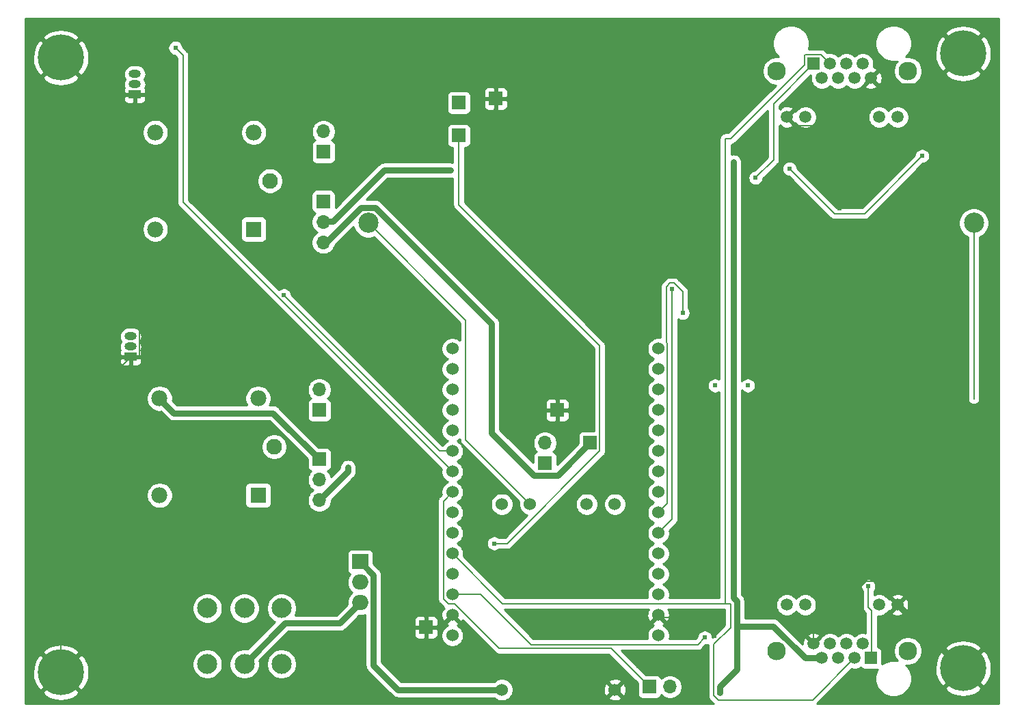
<source format=gbr>
G04 #@! TF.GenerationSoftware,KiCad,Pcbnew,(5.1.10)-1*
G04 #@! TF.CreationDate,2021-10-29T16:39:56-07:00*
G04 #@! TF.ProjectId,CI_ComPCB,43495f43-6f6d-4504-9342-2e6b69636164,rev?*
G04 #@! TF.SameCoordinates,Original*
G04 #@! TF.FileFunction,Copper,L2,Bot*
G04 #@! TF.FilePolarity,Positive*
%FSLAX46Y46*%
G04 Gerber Fmt 4.6, Leading zero omitted, Abs format (unit mm)*
G04 Created by KiCad (PCBNEW (5.1.10)-1) date 2021-10-29 16:39:56*
%MOMM*%
%LPD*%
G01*
G04 APERTURE LIST*
G04 #@! TA.AperFunction,ComponentPad*
%ADD10C,1.980000*%
G04 #@! TD*
G04 #@! TA.AperFunction,ComponentPad*
%ADD11C,1.935000*%
G04 #@! TD*
G04 #@! TA.AperFunction,ComponentPad*
%ADD12R,1.980000X1.980000*%
G04 #@! TD*
G04 #@! TA.AperFunction,ComponentPad*
%ADD13C,1.500000*%
G04 #@! TD*
G04 #@! TA.AperFunction,ComponentPad*
%ADD14C,2.300000*%
G04 #@! TD*
G04 #@! TA.AperFunction,ComponentPad*
%ADD15R,1.500000X1.500000*%
G04 #@! TD*
G04 #@! TA.AperFunction,ComponentPad*
%ADD16O,1.700000X1.700000*%
G04 #@! TD*
G04 #@! TA.AperFunction,ComponentPad*
%ADD17R,1.700000X1.700000*%
G04 #@! TD*
G04 #@! TA.AperFunction,ComponentPad*
%ADD18R,1.500000X1.000000*%
G04 #@! TD*
G04 #@! TA.AperFunction,ComponentPad*
%ADD19O,1.500000X1.000000*%
G04 #@! TD*
G04 #@! TA.AperFunction,ComponentPad*
%ADD20C,2.475000*%
G04 #@! TD*
G04 #@! TA.AperFunction,ComponentPad*
%ADD21O,2.000000X1.905000*%
G04 #@! TD*
G04 #@! TA.AperFunction,ComponentPad*
%ADD22R,2.000000X1.905000*%
G04 #@! TD*
G04 #@! TA.AperFunction,ComponentPad*
%ADD23C,1.524000*%
G04 #@! TD*
G04 #@! TA.AperFunction,ConnectorPad*
%ADD24C,5.700000*%
G04 #@! TD*
G04 #@! TA.AperFunction,ComponentPad*
%ADD25C,3.600000*%
G04 #@! TD*
G04 #@! TA.AperFunction,ComponentPad*
%ADD26C,2.500000*%
G04 #@! TD*
G04 #@! TA.AperFunction,ViaPad*
%ADD27C,0.609600*%
G04 #@! TD*
G04 #@! TA.AperFunction,Conductor*
%ADD28C,0.203200*%
G04 #@! TD*
G04 #@! TA.AperFunction,Conductor*
%ADD29C,0.750000*%
G04 #@! TD*
G04 #@! TA.AperFunction,Conductor*
%ADD30C,0.254000*%
G04 #@! TD*
G04 #@! TA.AperFunction,Conductor*
%ADD31C,0.100000*%
G04 #@! TD*
G04 APERTURE END LIST*
D10*
X112250000Y-98410000D03*
X112250000Y-86410000D03*
X124450000Y-86410000D03*
D11*
X126450000Y-92410000D03*
D12*
X124450000Y-98410000D03*
D10*
X112780000Y-131390000D03*
X112780000Y-119390000D03*
X124980000Y-119390000D03*
D11*
X126980000Y-125390000D03*
D12*
X124980000Y-131390000D03*
D13*
X204198000Y-84510000D03*
X201908000Y-84510000D03*
X192768000Y-84510000D03*
X190478000Y-84510000D03*
D14*
X189208000Y-78800000D03*
X205468000Y-78800000D03*
D13*
X200890000Y-79690000D03*
X198858000Y-79690000D03*
X196826000Y-79690000D03*
X194794000Y-79690000D03*
X199874000Y-77910000D03*
X197842000Y-77910000D03*
X195810000Y-77910000D03*
D15*
X193778000Y-77910000D03*
D13*
X190470000Y-144970000D03*
X192760000Y-144970000D03*
X201900000Y-144970000D03*
X204190000Y-144970000D03*
D14*
X205460000Y-150680000D03*
X189200000Y-150680000D03*
D13*
X193778000Y-149790000D03*
X195810000Y-149790000D03*
X197842000Y-149790000D03*
X199874000Y-149790000D03*
X194794000Y-151570000D03*
X196826000Y-151570000D03*
X198858000Y-151570000D03*
D15*
X200890000Y-151570000D03*
D16*
X175998000Y-155126000D03*
D17*
X173458000Y-155126000D03*
X162028000Y-120836000D03*
D16*
X160504000Y-124900000D03*
D17*
X160504000Y-127440000D03*
D18*
X109704000Y-81720000D03*
D19*
X109704000Y-79180000D03*
X109704000Y-80450000D03*
D18*
X109196000Y-114232000D03*
D19*
X109196000Y-111692000D03*
X109196000Y-112962000D03*
D16*
X133060000Y-100050000D03*
X133060000Y-97510000D03*
D17*
X133060000Y-94970000D03*
D16*
X132564000Y-132012000D03*
X132564000Y-129472000D03*
D17*
X132564000Y-126932000D03*
D16*
X133072000Y-86292000D03*
D17*
X133072000Y-88832000D03*
D16*
X132564000Y-118296000D03*
D17*
X132564000Y-120836000D03*
D20*
X118692000Y-145392000D03*
X123292000Y-145392000D03*
X127892000Y-145392000D03*
X118692000Y-152302000D03*
X123292000Y-152302000D03*
X127892000Y-152302000D03*
D17*
X149836000Y-86800000D03*
X154408000Y-82228000D03*
X149836000Y-82736000D03*
D21*
X137644000Y-144712000D03*
X137644000Y-142172000D03*
D22*
X137644000Y-139632000D03*
D17*
X166092000Y-124900000D03*
X145772000Y-147760000D03*
D23*
X169172000Y-132488000D03*
X169172000Y-155488000D03*
X155172000Y-155488000D03*
X155172000Y-132488000D03*
X158672000Y-132488000D03*
X165672000Y-132488000D03*
D24*
X212320000Y-76640000D03*
D25*
X212320000Y-76640000D03*
D24*
X100560000Y-153348000D03*
D25*
X100560000Y-153348000D03*
D24*
X212320000Y-152840000D03*
D25*
X212320000Y-152840000D03*
D24*
X100560000Y-77148000D03*
D25*
X100560000Y-77148000D03*
D26*
X213628000Y-97628000D03*
X138628000Y-97628000D03*
D23*
X149054000Y-113216000D03*
X149054000Y-115756000D03*
X149054000Y-118296000D03*
X149054000Y-120836000D03*
X149054000Y-123376000D03*
X149054000Y-125916000D03*
X149054000Y-128456000D03*
X149054000Y-130996000D03*
X149054000Y-133536000D03*
X149054000Y-136076000D03*
X149054000Y-138616000D03*
X149054000Y-141156000D03*
X149054000Y-143696000D03*
X149054000Y-146236000D03*
X149054000Y-148776000D03*
X174554000Y-113216000D03*
X174554000Y-115756000D03*
X174554000Y-118296000D03*
X174554000Y-120836000D03*
X174554000Y-123376000D03*
X174554000Y-125916000D03*
X174554000Y-128456000D03*
X174554000Y-130996000D03*
X174554000Y-133536000D03*
X174554000Y-136076000D03*
X174554000Y-138616000D03*
X174554000Y-141156000D03*
X174554000Y-143696000D03*
X174554000Y-146236000D03*
X174554000Y-148776000D03*
D27*
X185650000Y-117788000D03*
X181586000Y-117788000D03*
X145610000Y-89200000D03*
X145610000Y-93100000D03*
X110301900Y-105401100D03*
X181467400Y-148864700D03*
X197027400Y-95818100D03*
X191572200Y-132036000D03*
X144491200Y-143696000D03*
X144338000Y-135360500D03*
X160568000Y-117216000D03*
X159298000Y-115946000D03*
X162028000Y-118296000D03*
X164280000Y-104868000D03*
X166058000Y-106646000D03*
X155292000Y-113084000D03*
X157390000Y-113282000D03*
X156120000Y-112012000D03*
X156376000Y-114676000D03*
X158916000Y-114676000D03*
X165024000Y-119768000D03*
X161806000Y-115978000D03*
X162822000Y-116994000D03*
X163584000Y-117756000D03*
X169648000Y-112200000D03*
X168434000Y-111890000D03*
X167164000Y-110620000D03*
X162536000Y-97468000D03*
X162536000Y-101532000D03*
X168632000Y-78672000D03*
X168124000Y-79180000D03*
X168910000Y-82506000D03*
X158161000Y-82539000D03*
X160701000Y-82539000D03*
X162733000Y-82539000D03*
X161717000Y-82539000D03*
X159685000Y-82539000D03*
X156637000Y-82539000D03*
X154408000Y-83752000D03*
X154408000Y-79688000D03*
X154408000Y-78672000D03*
X154220000Y-77336000D03*
X155048000Y-76508000D03*
X158096000Y-76508000D03*
X152122000Y-99754000D03*
X155170000Y-98230000D03*
X165838000Y-112962000D03*
X170156000Y-154364000D03*
X172950000Y-152586000D03*
X175744000Y-152586000D03*
X172074000Y-152586000D03*
X170861000Y-153799000D03*
X183110000Y-85276000D03*
X185650000Y-87308000D03*
X141708000Y-96198000D03*
X139422000Y-101278000D03*
X140184000Y-115248000D03*
X136374000Y-118296000D03*
X162290000Y-148650000D03*
X161420000Y-152190000D03*
X177572900Y-108769100D03*
X176263300Y-105784200D03*
X200574500Y-142680000D03*
X190809900Y-90918100D03*
X207240000Y-89340000D03*
X186601200Y-92036000D03*
X183872000Y-90102000D03*
X148820000Y-91118000D03*
X182094000Y-155888000D03*
X154226100Y-137358000D03*
X136120000Y-127948000D03*
X180316000Y-149030000D03*
X128186700Y-106612000D03*
X114740900Y-75935200D03*
D28*
X110301900Y-105401100D02*
X110301900Y-83173800D01*
X110301900Y-83173800D02*
X109704000Y-82575900D01*
X110301900Y-114232000D02*
X110301900Y-105401100D01*
X171260000Y-82667900D02*
X172910200Y-82667900D01*
X172910200Y-82667900D02*
X173124300Y-82882000D01*
X109262600Y-114232000D02*
X100560000Y-122934600D01*
X100560000Y-122934600D02*
X100560000Y-153348000D01*
X109262600Y-114232000D02*
X110301900Y-114232000D01*
X109196000Y-114232000D02*
X109262600Y-114232000D01*
X174554000Y-146556600D02*
X179159300Y-146556600D01*
X179159300Y-146556600D02*
X181467400Y-148864700D01*
X174554000Y-146556600D02*
X174554000Y-146236000D01*
X109704000Y-81720000D02*
X109704000Y-82575900D01*
X144491200Y-135513700D02*
X144338000Y-135360500D01*
X100560000Y-77148000D02*
X102592000Y-77148000D01*
X100560000Y-77148000D02*
X100560000Y-78164000D01*
D29*
X212060000Y-152840000D02*
X212320000Y-152840000D01*
X204190000Y-144970000D02*
X212060000Y-152840000D01*
D28*
X194527999Y-134991799D02*
X191572200Y-132036000D01*
X194527999Y-149040001D02*
X194527999Y-134991799D01*
X193778000Y-149790000D02*
X194527999Y-149040001D01*
X201239599Y-142019599D02*
X204190000Y-144970000D01*
X200257507Y-142019599D02*
X201239599Y-142019599D01*
X193778000Y-148499106D02*
X200257507Y-142019599D01*
X193778000Y-149790000D02*
X193778000Y-148499106D01*
X197027400Y-91059400D02*
X190478000Y-84510000D01*
X197027400Y-95818100D02*
X197027400Y-91059400D01*
X194964399Y-85615601D02*
X200890000Y-79690000D01*
X191583601Y-85615601D02*
X194964399Y-85615601D01*
X190478000Y-84510000D02*
X191583601Y-85615601D01*
X208520001Y-80439999D02*
X212320000Y-76640000D01*
X201639999Y-80439999D02*
X208520001Y-80439999D01*
X200890000Y-79690000D02*
X201639999Y-80439999D01*
X180716000Y-82882000D02*
X183110000Y-85276000D01*
X173124300Y-82882000D02*
X180716000Y-82882000D01*
X174554000Y-133536000D02*
X175672000Y-132418000D01*
X175672000Y-132418000D02*
X175672000Y-112555800D01*
X175672000Y-112555800D02*
X175557500Y-112441300D01*
X175557500Y-112441300D02*
X175557500Y-105533400D01*
X175557500Y-105533400D02*
X176007000Y-105083900D01*
X176007000Y-105083900D02*
X176498200Y-105083900D01*
X176498200Y-105083900D02*
X177572900Y-106158600D01*
X177572900Y-106158600D02*
X177572900Y-108769100D01*
X176263300Y-105784200D02*
X176263300Y-134366700D01*
X176263300Y-134366700D02*
X174554000Y-136076000D01*
X200979601Y-145685891D02*
X200574500Y-145280790D01*
X200979601Y-151480399D02*
X200979601Y-145685891D01*
X200890000Y-151570000D02*
X200979601Y-151480399D01*
X200574500Y-142680000D02*
X200574500Y-145280790D01*
X196370301Y-96478501D02*
X200101499Y-96478501D01*
X190809900Y-90918100D02*
X196370301Y-96478501D01*
X200101499Y-96478501D02*
X207240000Y-89340000D01*
X207240000Y-89340000D02*
X207240000Y-89340000D01*
X188829000Y-89808200D02*
X186601200Y-92036000D01*
X188829000Y-82859000D02*
X193778000Y-77910000D01*
X188829000Y-89808200D02*
X188829000Y-82859000D01*
D29*
X183872000Y-90102000D02*
X183872000Y-144122362D01*
X141833162Y-91118000D02*
X148820000Y-91118000D01*
X148820000Y-91118000D02*
X148820000Y-91118000D01*
X182164209Y-155055791D02*
X182164209Y-155888000D01*
X184261010Y-152958990D02*
X182164209Y-155055791D01*
X183872000Y-144122362D02*
X184261010Y-144511372D01*
X192722922Y-151570000D02*
X194794000Y-151570000D01*
X188793932Y-147641010D02*
X192722922Y-151570000D01*
X184261010Y-147641010D02*
X188793932Y-147641010D01*
X184261010Y-144511372D02*
X184261010Y-147641010D01*
X184261010Y-147641010D02*
X184261010Y-152958990D01*
X140624081Y-91118000D02*
X141833162Y-91118000D01*
X134274081Y-97468000D02*
X140624081Y-91118000D01*
X133072000Y-97468000D02*
X134274081Y-97468000D01*
X137644000Y-139632000D02*
X139273000Y-141261000D01*
X139273000Y-141261000D02*
X139273000Y-152437000D01*
X139273000Y-152437000D02*
X142324000Y-155488000D01*
X142324000Y-155488000D02*
X155172000Y-155488000D01*
X112776000Y-119408000D02*
X114555000Y-121187000D01*
X114555000Y-121187000D02*
X126819000Y-121187000D01*
X126819000Y-121187000D02*
X132564000Y-126932000D01*
D28*
X149836000Y-86800000D02*
X149836000Y-95398800D01*
X149836000Y-95398800D02*
X167298000Y-112860800D01*
X167298000Y-112860800D02*
X167298000Y-125916800D01*
X167298000Y-125916800D02*
X155856800Y-137358000D01*
X155856800Y-137358000D02*
X154226100Y-137358000D01*
D29*
X137644000Y-144712000D02*
X135097000Y-147259000D01*
X135097000Y-147259000D02*
X128335000Y-147259000D01*
X128335000Y-147259000D02*
X123292000Y-152302000D01*
X162072999Y-128919001D02*
X166092000Y-124900000D01*
X159150799Y-128919001D02*
X162072999Y-128919001D01*
X153900000Y-110119078D02*
X153900000Y-123668202D01*
X139529921Y-95748999D02*
X153900000Y-110119078D01*
X153900000Y-123668202D02*
X159150799Y-128919001D01*
X137726079Y-95748999D02*
X139529921Y-95748999D01*
X133467078Y-100008000D02*
X137726079Y-95748999D01*
X133072000Y-100008000D02*
X133467078Y-100008000D01*
X136120000Y-128456000D02*
X132564000Y-132012000D01*
X136120000Y-127948000D02*
X136120000Y-128456000D01*
D28*
X213628000Y-97628000D02*
X213628000Y-119418900D01*
X138628000Y-97628000D02*
X150714800Y-109714800D01*
X150714800Y-109714800D02*
X150714800Y-124530800D01*
X150714800Y-124530800D02*
X158672000Y-132488000D01*
X149054000Y-143696000D02*
X152564500Y-143696000D01*
X158762101Y-149893601D02*
X152564500Y-143696000D01*
X179452399Y-149893601D02*
X158762101Y-149893601D01*
X180316000Y-149030000D02*
X179452399Y-149893601D01*
X182856000Y-87197600D02*
X182856000Y-144814000D01*
X183530400Y-87197600D02*
X182856000Y-87197600D01*
X183530400Y-144814000D02*
X155252000Y-144814000D01*
X155252000Y-144814000D02*
X149054000Y-138616000D01*
X183530400Y-147779094D02*
X183530400Y-144814000D01*
X181433599Y-149875895D02*
X183530400Y-147779094D01*
X181433599Y-156204993D02*
X181433599Y-149875895D01*
X181996024Y-156767418D02*
X181433599Y-156204993D01*
X193660582Y-156767418D02*
X181996024Y-156767418D01*
X198858000Y-151570000D02*
X193660582Y-156767418D01*
X194704399Y-76804399D02*
X195810000Y-77910000D01*
X192743519Y-76804399D02*
X194704399Y-76804399D01*
X192672399Y-76875519D02*
X192743519Y-76804399D01*
X192672399Y-78055601D02*
X192672399Y-76875519D01*
X183530400Y-87197600D02*
X192672399Y-78055601D01*
X149054000Y-125916000D02*
X147490700Y-125916000D01*
X147490700Y-125916000D02*
X128186700Y-106612000D01*
X149054000Y-128456000D02*
X115677800Y-95079800D01*
X115677800Y-95079800D02*
X115677800Y-76872100D01*
X115677800Y-76872100D02*
X114740900Y-75935200D01*
X147936399Y-144232449D02*
X147936399Y-132113601D01*
X148517551Y-144813601D02*
X147936399Y-144232449D01*
X149285651Y-144813601D02*
X148517551Y-144813601D01*
X147936399Y-132113601D02*
X149054000Y-130996000D01*
X154822860Y-150350810D02*
X149285651Y-144813601D01*
X168682810Y-150350810D02*
X154822860Y-150350810D01*
X173458000Y-155126000D02*
X168682810Y-150350810D01*
D30*
X171553000Y-77722542D02*
X171553000Y-83689465D01*
X165032805Y-88705000D01*
X150572600Y-88705000D01*
X150572600Y-88288072D01*
X150686000Y-88288072D01*
X150810482Y-88275812D01*
X150930180Y-88239502D01*
X151040494Y-88180537D01*
X151137185Y-88101185D01*
X151216537Y-88004494D01*
X151275502Y-87894180D01*
X151311812Y-87774482D01*
X151324072Y-87650000D01*
X151324072Y-85950000D01*
X151311812Y-85825518D01*
X151275502Y-85705820D01*
X151216537Y-85595506D01*
X151137185Y-85498815D01*
X151040494Y-85419463D01*
X150930180Y-85360498D01*
X150810482Y-85324188D01*
X150686000Y-85311928D01*
X148986000Y-85311928D01*
X148861518Y-85324188D01*
X148741820Y-85360498D01*
X148631506Y-85419463D01*
X148534815Y-85498815D01*
X148455463Y-85595506D01*
X148396498Y-85705820D01*
X148360188Y-85825518D01*
X148347928Y-85950000D01*
X148347928Y-87650000D01*
X148360188Y-87774482D01*
X148396498Y-87894180D01*
X148455463Y-88004494D01*
X148534815Y-88101185D01*
X148631506Y-88180537D01*
X148741820Y-88239502D01*
X148861518Y-88275812D01*
X148986000Y-88288072D01*
X149099400Y-88288072D01*
X149099400Y-88705000D01*
X147931000Y-88705000D01*
X147931000Y-81886000D01*
X148347928Y-81886000D01*
X148347928Y-83586000D01*
X148360188Y-83710482D01*
X148396498Y-83830180D01*
X148455463Y-83940494D01*
X148534815Y-84037185D01*
X148631506Y-84116537D01*
X148741820Y-84175502D01*
X148861518Y-84211812D01*
X148986000Y-84224072D01*
X150686000Y-84224072D01*
X150810482Y-84211812D01*
X150930180Y-84175502D01*
X151040494Y-84116537D01*
X151137185Y-84037185D01*
X151216537Y-83940494D01*
X151275502Y-83830180D01*
X151311812Y-83710482D01*
X151324072Y-83586000D01*
X151324072Y-83078000D01*
X152919928Y-83078000D01*
X152932188Y-83202482D01*
X152968498Y-83322180D01*
X153027463Y-83432494D01*
X153106815Y-83529185D01*
X153203506Y-83608537D01*
X153313820Y-83667502D01*
X153433518Y-83703812D01*
X153558000Y-83716072D01*
X154122250Y-83713000D01*
X154281000Y-83554250D01*
X154281000Y-82355000D01*
X154535000Y-82355000D01*
X154535000Y-83554250D01*
X154693750Y-83713000D01*
X155258000Y-83716072D01*
X155382482Y-83703812D01*
X155502180Y-83667502D01*
X155612494Y-83608537D01*
X155709185Y-83529185D01*
X155788537Y-83432494D01*
X155847502Y-83322180D01*
X155883812Y-83202482D01*
X155896072Y-83078000D01*
X155893000Y-82513750D01*
X155734250Y-82355000D01*
X154535000Y-82355000D01*
X154281000Y-82355000D01*
X153081750Y-82355000D01*
X152923000Y-82513750D01*
X152919928Y-83078000D01*
X151324072Y-83078000D01*
X151324072Y-81886000D01*
X151311812Y-81761518D01*
X151275502Y-81641820D01*
X151216537Y-81531506D01*
X151137185Y-81434815D01*
X151067956Y-81378000D01*
X152919928Y-81378000D01*
X152923000Y-81942250D01*
X153081750Y-82101000D01*
X154281000Y-82101000D01*
X154281000Y-80901750D01*
X154535000Y-80901750D01*
X154535000Y-82101000D01*
X155734250Y-82101000D01*
X155893000Y-81942250D01*
X155896072Y-81378000D01*
X155883812Y-81253518D01*
X155847502Y-81133820D01*
X155788537Y-81023506D01*
X155709185Y-80926815D01*
X155612494Y-80847463D01*
X155502180Y-80788498D01*
X155382482Y-80752188D01*
X155258000Y-80739928D01*
X154693750Y-80743000D01*
X154535000Y-80901750D01*
X154281000Y-80901750D01*
X154122250Y-80743000D01*
X153558000Y-80739928D01*
X153433518Y-80752188D01*
X153313820Y-80788498D01*
X153203506Y-80847463D01*
X153106815Y-80926815D01*
X153027463Y-81023506D01*
X152968498Y-81133820D01*
X152932188Y-81253518D01*
X152919928Y-81378000D01*
X151067956Y-81378000D01*
X151040494Y-81355463D01*
X150930180Y-81296498D01*
X150810482Y-81260188D01*
X150686000Y-81247928D01*
X148986000Y-81247928D01*
X148861518Y-81260188D01*
X148741820Y-81296498D01*
X148631506Y-81355463D01*
X148534815Y-81434815D01*
X148455463Y-81531506D01*
X148396498Y-81641820D01*
X148360188Y-81761518D01*
X148347928Y-81886000D01*
X147931000Y-81886000D01*
X147931000Y-73211000D01*
X165036328Y-73211000D01*
X171553000Y-77722542D01*
G04 #@! TA.AperFunction,Conductor*
D31*
G36*
X171553000Y-77722542D02*
G01*
X171553000Y-83689465D01*
X165032805Y-88705000D01*
X150572600Y-88705000D01*
X150572600Y-88288072D01*
X150686000Y-88288072D01*
X150810482Y-88275812D01*
X150930180Y-88239502D01*
X151040494Y-88180537D01*
X151137185Y-88101185D01*
X151216537Y-88004494D01*
X151275502Y-87894180D01*
X151311812Y-87774482D01*
X151324072Y-87650000D01*
X151324072Y-85950000D01*
X151311812Y-85825518D01*
X151275502Y-85705820D01*
X151216537Y-85595506D01*
X151137185Y-85498815D01*
X151040494Y-85419463D01*
X150930180Y-85360498D01*
X150810482Y-85324188D01*
X150686000Y-85311928D01*
X148986000Y-85311928D01*
X148861518Y-85324188D01*
X148741820Y-85360498D01*
X148631506Y-85419463D01*
X148534815Y-85498815D01*
X148455463Y-85595506D01*
X148396498Y-85705820D01*
X148360188Y-85825518D01*
X148347928Y-85950000D01*
X148347928Y-87650000D01*
X148360188Y-87774482D01*
X148396498Y-87894180D01*
X148455463Y-88004494D01*
X148534815Y-88101185D01*
X148631506Y-88180537D01*
X148741820Y-88239502D01*
X148861518Y-88275812D01*
X148986000Y-88288072D01*
X149099400Y-88288072D01*
X149099400Y-88705000D01*
X147931000Y-88705000D01*
X147931000Y-81886000D01*
X148347928Y-81886000D01*
X148347928Y-83586000D01*
X148360188Y-83710482D01*
X148396498Y-83830180D01*
X148455463Y-83940494D01*
X148534815Y-84037185D01*
X148631506Y-84116537D01*
X148741820Y-84175502D01*
X148861518Y-84211812D01*
X148986000Y-84224072D01*
X150686000Y-84224072D01*
X150810482Y-84211812D01*
X150930180Y-84175502D01*
X151040494Y-84116537D01*
X151137185Y-84037185D01*
X151216537Y-83940494D01*
X151275502Y-83830180D01*
X151311812Y-83710482D01*
X151324072Y-83586000D01*
X151324072Y-83078000D01*
X152919928Y-83078000D01*
X152932188Y-83202482D01*
X152968498Y-83322180D01*
X153027463Y-83432494D01*
X153106815Y-83529185D01*
X153203506Y-83608537D01*
X153313820Y-83667502D01*
X153433518Y-83703812D01*
X153558000Y-83716072D01*
X154122250Y-83713000D01*
X154281000Y-83554250D01*
X154281000Y-82355000D01*
X154535000Y-82355000D01*
X154535000Y-83554250D01*
X154693750Y-83713000D01*
X155258000Y-83716072D01*
X155382482Y-83703812D01*
X155502180Y-83667502D01*
X155612494Y-83608537D01*
X155709185Y-83529185D01*
X155788537Y-83432494D01*
X155847502Y-83322180D01*
X155883812Y-83202482D01*
X155896072Y-83078000D01*
X155893000Y-82513750D01*
X155734250Y-82355000D01*
X154535000Y-82355000D01*
X154281000Y-82355000D01*
X153081750Y-82355000D01*
X152923000Y-82513750D01*
X152919928Y-83078000D01*
X151324072Y-83078000D01*
X151324072Y-81886000D01*
X151311812Y-81761518D01*
X151275502Y-81641820D01*
X151216537Y-81531506D01*
X151137185Y-81434815D01*
X151067956Y-81378000D01*
X152919928Y-81378000D01*
X152923000Y-81942250D01*
X153081750Y-82101000D01*
X154281000Y-82101000D01*
X154281000Y-80901750D01*
X154535000Y-80901750D01*
X154535000Y-82101000D01*
X155734250Y-82101000D01*
X155893000Y-81942250D01*
X155896072Y-81378000D01*
X155883812Y-81253518D01*
X155847502Y-81133820D01*
X155788537Y-81023506D01*
X155709185Y-80926815D01*
X155612494Y-80847463D01*
X155502180Y-80788498D01*
X155382482Y-80752188D01*
X155258000Y-80739928D01*
X154693750Y-80743000D01*
X154535000Y-80901750D01*
X154281000Y-80901750D01*
X154122250Y-80743000D01*
X153558000Y-80739928D01*
X153433518Y-80752188D01*
X153313820Y-80788498D01*
X153203506Y-80847463D01*
X153106815Y-80926815D01*
X153027463Y-81023506D01*
X152968498Y-81133820D01*
X152932188Y-81253518D01*
X152919928Y-81378000D01*
X151067956Y-81378000D01*
X151040494Y-81355463D01*
X150930180Y-81296498D01*
X150810482Y-81260188D01*
X150686000Y-81247928D01*
X148986000Y-81247928D01*
X148861518Y-81260188D01*
X148741820Y-81296498D01*
X148631506Y-81355463D01*
X148534815Y-81434815D01*
X148455463Y-81531506D01*
X148396498Y-81641820D01*
X148360188Y-81761518D01*
X148347928Y-81886000D01*
X147931000Y-81886000D01*
X147931000Y-73211000D01*
X165036328Y-73211000D01*
X171553000Y-77722542D01*
G37*
G04 #@! TD.AperFunction*
D30*
X149220577Y-95810013D02*
X149312626Y-95922175D01*
X149340732Y-95945241D01*
X166561400Y-113165910D01*
X166561401Y-123411928D01*
X165242000Y-123411928D01*
X165117518Y-123424188D01*
X164997820Y-123460498D01*
X164887506Y-123519463D01*
X164790815Y-123598815D01*
X164711463Y-123695506D01*
X164652498Y-123805820D01*
X164616188Y-123925518D01*
X164603928Y-124050000D01*
X164603928Y-124265000D01*
X161848327Y-124265000D01*
X161819990Y-124196589D01*
X161657475Y-123953368D01*
X161450632Y-123746525D01*
X161207411Y-123584010D01*
X160937158Y-123472068D01*
X160650260Y-123415000D01*
X160357740Y-123415000D01*
X160070842Y-123472068D01*
X159800589Y-123584010D01*
X159557368Y-123746525D01*
X159350525Y-123953368D01*
X159188010Y-124196589D01*
X159159673Y-124265000D01*
X155925153Y-124265000D01*
X154910000Y-123249847D01*
X154910000Y-121686000D01*
X160539928Y-121686000D01*
X160552188Y-121810482D01*
X160588498Y-121930180D01*
X160647463Y-122040494D01*
X160726815Y-122137185D01*
X160823506Y-122216537D01*
X160933820Y-122275502D01*
X161053518Y-122311812D01*
X161178000Y-122324072D01*
X161742250Y-122321000D01*
X161901000Y-122162250D01*
X161901000Y-120963000D01*
X162155000Y-120963000D01*
X162155000Y-122162250D01*
X162313750Y-122321000D01*
X162878000Y-122324072D01*
X163002482Y-122311812D01*
X163122180Y-122275502D01*
X163232494Y-122216537D01*
X163329185Y-122137185D01*
X163408537Y-122040494D01*
X163467502Y-121930180D01*
X163503812Y-121810482D01*
X163516072Y-121686000D01*
X163513000Y-121121750D01*
X163354250Y-120963000D01*
X162155000Y-120963000D01*
X161901000Y-120963000D01*
X160701750Y-120963000D01*
X160543000Y-121121750D01*
X160539928Y-121686000D01*
X154910000Y-121686000D01*
X154910000Y-119986000D01*
X160539928Y-119986000D01*
X160543000Y-120550250D01*
X160701750Y-120709000D01*
X161901000Y-120709000D01*
X161901000Y-119509750D01*
X162155000Y-119509750D01*
X162155000Y-120709000D01*
X163354250Y-120709000D01*
X163513000Y-120550250D01*
X163516072Y-119986000D01*
X163503812Y-119861518D01*
X163467502Y-119741820D01*
X163408537Y-119631506D01*
X163329185Y-119534815D01*
X163232494Y-119455463D01*
X163122180Y-119396498D01*
X163002482Y-119360188D01*
X162878000Y-119347928D01*
X162313750Y-119351000D01*
X162155000Y-119509750D01*
X161901000Y-119509750D01*
X161742250Y-119351000D01*
X161178000Y-119347928D01*
X161053518Y-119360188D01*
X160933820Y-119396498D01*
X160823506Y-119455463D01*
X160726815Y-119534815D01*
X160647463Y-119631506D01*
X160588498Y-119741820D01*
X160552188Y-119861518D01*
X160539928Y-119986000D01*
X154910000Y-119986000D01*
X154910000Y-110168686D01*
X154914886Y-110119078D01*
X154895385Y-109921083D01*
X154837632Y-109730698D01*
X154809793Y-109678615D01*
X154743847Y-109555238D01*
X154617633Y-109401445D01*
X154579100Y-109369822D01*
X145076442Y-99867164D01*
X149190278Y-95753328D01*
X149220577Y-95810013D01*
G04 #@! TA.AperFunction,Conductor*
D31*
G36*
X149220577Y-95810013D02*
G01*
X149312626Y-95922175D01*
X149340732Y-95945241D01*
X166561400Y-113165910D01*
X166561401Y-123411928D01*
X165242000Y-123411928D01*
X165117518Y-123424188D01*
X164997820Y-123460498D01*
X164887506Y-123519463D01*
X164790815Y-123598815D01*
X164711463Y-123695506D01*
X164652498Y-123805820D01*
X164616188Y-123925518D01*
X164603928Y-124050000D01*
X164603928Y-124265000D01*
X161848327Y-124265000D01*
X161819990Y-124196589D01*
X161657475Y-123953368D01*
X161450632Y-123746525D01*
X161207411Y-123584010D01*
X160937158Y-123472068D01*
X160650260Y-123415000D01*
X160357740Y-123415000D01*
X160070842Y-123472068D01*
X159800589Y-123584010D01*
X159557368Y-123746525D01*
X159350525Y-123953368D01*
X159188010Y-124196589D01*
X159159673Y-124265000D01*
X155925153Y-124265000D01*
X154910000Y-123249847D01*
X154910000Y-121686000D01*
X160539928Y-121686000D01*
X160552188Y-121810482D01*
X160588498Y-121930180D01*
X160647463Y-122040494D01*
X160726815Y-122137185D01*
X160823506Y-122216537D01*
X160933820Y-122275502D01*
X161053518Y-122311812D01*
X161178000Y-122324072D01*
X161742250Y-122321000D01*
X161901000Y-122162250D01*
X161901000Y-120963000D01*
X162155000Y-120963000D01*
X162155000Y-122162250D01*
X162313750Y-122321000D01*
X162878000Y-122324072D01*
X163002482Y-122311812D01*
X163122180Y-122275502D01*
X163232494Y-122216537D01*
X163329185Y-122137185D01*
X163408537Y-122040494D01*
X163467502Y-121930180D01*
X163503812Y-121810482D01*
X163516072Y-121686000D01*
X163513000Y-121121750D01*
X163354250Y-120963000D01*
X162155000Y-120963000D01*
X161901000Y-120963000D01*
X160701750Y-120963000D01*
X160543000Y-121121750D01*
X160539928Y-121686000D01*
X154910000Y-121686000D01*
X154910000Y-119986000D01*
X160539928Y-119986000D01*
X160543000Y-120550250D01*
X160701750Y-120709000D01*
X161901000Y-120709000D01*
X161901000Y-119509750D01*
X162155000Y-119509750D01*
X162155000Y-120709000D01*
X163354250Y-120709000D01*
X163513000Y-120550250D01*
X163516072Y-119986000D01*
X163503812Y-119861518D01*
X163467502Y-119741820D01*
X163408537Y-119631506D01*
X163329185Y-119534815D01*
X163232494Y-119455463D01*
X163122180Y-119396498D01*
X163002482Y-119360188D01*
X162878000Y-119347928D01*
X162313750Y-119351000D01*
X162155000Y-119509750D01*
X161901000Y-119509750D01*
X161742250Y-119351000D01*
X161178000Y-119347928D01*
X161053518Y-119360188D01*
X160933820Y-119396498D01*
X160823506Y-119455463D01*
X160726815Y-119534815D01*
X160647463Y-119631506D01*
X160588498Y-119741820D01*
X160552188Y-119861518D01*
X160539928Y-119986000D01*
X154910000Y-119986000D01*
X154910000Y-110168686D01*
X154914886Y-110119078D01*
X154895385Y-109921083D01*
X154837632Y-109730698D01*
X154809793Y-109678615D01*
X154743847Y-109555238D01*
X154617633Y-109401445D01*
X154579100Y-109369822D01*
X145076442Y-99867164D01*
X149190278Y-95753328D01*
X149220577Y-95810013D01*
G37*
G04 #@! TD.AperFunction*
D30*
X170537000Y-97530114D02*
X170537000Y-108136000D01*
X170539440Y-108160776D01*
X170546667Y-108184601D01*
X170558330Y-108206447D01*
X172569000Y-111222452D01*
X172569000Y-116252195D01*
X171066599Y-124265000D01*
X168034600Y-124265000D01*
X168034600Y-112896975D01*
X168038163Y-112860799D01*
X168034600Y-112824623D01*
X168034600Y-112824614D01*
X168023942Y-112716401D01*
X167981822Y-112577551D01*
X167913424Y-112449587D01*
X167902215Y-112435929D01*
X167844442Y-112365532D01*
X167844437Y-112365527D01*
X167821374Y-112337425D01*
X167793274Y-112314364D01*
X150572600Y-95093691D01*
X150572600Y-94371006D01*
X150904606Y-94039000D01*
X166048425Y-94039000D01*
X170537000Y-97530114D01*
G04 #@! TA.AperFunction,Conductor*
D31*
G36*
X170537000Y-97530114D02*
G01*
X170537000Y-108136000D01*
X170539440Y-108160776D01*
X170546667Y-108184601D01*
X170558330Y-108206447D01*
X172569000Y-111222452D01*
X172569000Y-116252195D01*
X171066599Y-124265000D01*
X168034600Y-124265000D01*
X168034600Y-112896975D01*
X168038163Y-112860799D01*
X168034600Y-112824623D01*
X168034600Y-112824614D01*
X168023942Y-112716401D01*
X167981822Y-112577551D01*
X167913424Y-112449587D01*
X167902215Y-112435929D01*
X167844442Y-112365532D01*
X167844437Y-112365527D01*
X167821374Y-112337425D01*
X167793274Y-112314364D01*
X150572600Y-95093691D01*
X150572600Y-94371006D01*
X150904606Y-94039000D01*
X166048425Y-94039000D01*
X170537000Y-97530114D01*
G37*
G04 #@! TD.AperFunction*
D30*
X216715000Y-157235000D02*
X194234709Y-157235000D01*
X198549034Y-152920676D01*
X198721589Y-152955000D01*
X198994411Y-152955000D01*
X199261989Y-152901775D01*
X199514043Y-152797371D01*
X199640798Y-152712676D01*
X199688815Y-152771185D01*
X199785506Y-152850537D01*
X199895820Y-152909502D01*
X200015518Y-152945812D01*
X200140000Y-152958072D01*
X201640000Y-152958072D01*
X201738069Y-152948413D01*
X201677214Y-153039489D01*
X201506851Y-153450782D01*
X201420000Y-153887409D01*
X201420000Y-154332591D01*
X201506851Y-154769218D01*
X201677214Y-155180511D01*
X201924544Y-155550666D01*
X202239334Y-155865456D01*
X202609489Y-156112786D01*
X203020782Y-156283149D01*
X203457409Y-156370000D01*
X203902591Y-156370000D01*
X204339218Y-156283149D01*
X204750511Y-156112786D01*
X205120666Y-155865456D01*
X205435456Y-155550666D01*
X205608269Y-155292033D01*
X210047572Y-155292033D01*
X210365757Y-155745850D01*
X210970210Y-156071269D01*
X211626535Y-156272512D01*
X212309510Y-156341845D01*
X212992888Y-156276605D01*
X213650407Y-156079298D01*
X214256799Y-155757506D01*
X214274243Y-155745850D01*
X214592428Y-155292033D01*
X212320000Y-153019605D01*
X210047572Y-155292033D01*
X205608269Y-155292033D01*
X205682786Y-155180511D01*
X205853149Y-154769218D01*
X205940000Y-154332591D01*
X205940000Y-153887409D01*
X205853149Y-153450782D01*
X205682786Y-153039489D01*
X205542483Y-152829510D01*
X208818155Y-152829510D01*
X208883395Y-153512888D01*
X209080702Y-154170407D01*
X209402494Y-154776799D01*
X209414150Y-154794243D01*
X209867967Y-155112428D01*
X212140395Y-152840000D01*
X212499605Y-152840000D01*
X214772033Y-155112428D01*
X215225850Y-154794243D01*
X215551269Y-154189790D01*
X215752512Y-153533465D01*
X215821845Y-152850490D01*
X215756605Y-152167112D01*
X215559298Y-151509593D01*
X215237506Y-150903201D01*
X215225850Y-150885757D01*
X214772033Y-150567572D01*
X212499605Y-152840000D01*
X212140395Y-152840000D01*
X209867967Y-150567572D01*
X209414150Y-150885757D01*
X209088731Y-151490210D01*
X208887488Y-152146535D01*
X208818155Y-152829510D01*
X205542483Y-152829510D01*
X205435456Y-152669334D01*
X205217944Y-152451822D01*
X205284193Y-152465000D01*
X205635807Y-152465000D01*
X205980665Y-152396404D01*
X206305515Y-152261847D01*
X206597871Y-152066500D01*
X206846500Y-151817871D01*
X207041847Y-151525515D01*
X207176404Y-151200665D01*
X207245000Y-150855807D01*
X207245000Y-150504193D01*
X207221882Y-150387967D01*
X210047572Y-150387967D01*
X212320000Y-152660395D01*
X214592428Y-150387967D01*
X214274243Y-149934150D01*
X213669790Y-149608731D01*
X213013465Y-149407488D01*
X212330490Y-149338155D01*
X211647112Y-149403395D01*
X210989593Y-149600702D01*
X210383201Y-149922494D01*
X210365757Y-149934150D01*
X210047572Y-150387967D01*
X207221882Y-150387967D01*
X207176404Y-150159335D01*
X207041847Y-149834485D01*
X206846500Y-149542129D01*
X206597871Y-149293500D01*
X206305515Y-149098153D01*
X205980665Y-148963596D01*
X205635807Y-148895000D01*
X205284193Y-148895000D01*
X204939335Y-148963596D01*
X204614485Y-149098153D01*
X204322129Y-149293500D01*
X204073500Y-149542129D01*
X203878153Y-149834485D01*
X203743596Y-150159335D01*
X203675000Y-150504193D01*
X203675000Y-150855807D01*
X203743596Y-151200665D01*
X203878153Y-151525515D01*
X204073500Y-151817871D01*
X204156044Y-151900415D01*
X203902591Y-151850000D01*
X203457409Y-151850000D01*
X203020782Y-151936851D01*
X202609489Y-152107214D01*
X202277159Y-152329270D01*
X202278072Y-152320000D01*
X202278072Y-150820000D01*
X202265812Y-150695518D01*
X202229502Y-150575820D01*
X202170537Y-150465506D01*
X202091185Y-150368815D01*
X201994494Y-150289463D01*
X201884180Y-150230498D01*
X201764482Y-150194188D01*
X201716201Y-150189433D01*
X201716201Y-146345574D01*
X201763589Y-146355000D01*
X202036411Y-146355000D01*
X202303989Y-146301775D01*
X202556043Y-146197371D01*
X202782886Y-146045799D01*
X202901692Y-145926993D01*
X203412612Y-145926993D01*
X203478137Y-146165860D01*
X203725116Y-146281760D01*
X203989960Y-146347250D01*
X204262492Y-146359812D01*
X204532238Y-146318965D01*
X204788832Y-146226277D01*
X204901863Y-146165860D01*
X204967388Y-145926993D01*
X204190000Y-145149605D01*
X203412612Y-145926993D01*
X202901692Y-145926993D01*
X202975799Y-145852886D01*
X203075213Y-145704103D01*
X203233007Y-145747388D01*
X204010395Y-144970000D01*
X204369605Y-144970000D01*
X205146993Y-145747388D01*
X205385860Y-145681863D01*
X205501760Y-145434884D01*
X205567250Y-145170040D01*
X205579812Y-144897508D01*
X205538965Y-144627762D01*
X205446277Y-144371168D01*
X205385860Y-144258137D01*
X205146993Y-144192612D01*
X204369605Y-144970000D01*
X204010395Y-144970000D01*
X203233007Y-144192612D01*
X203075213Y-144235897D01*
X202975799Y-144087114D01*
X202901692Y-144013007D01*
X203412612Y-144013007D01*
X204190000Y-144790395D01*
X204967388Y-144013007D01*
X204901863Y-143774140D01*
X204654884Y-143658240D01*
X204390040Y-143592750D01*
X204117508Y-143580188D01*
X203847762Y-143621035D01*
X203591168Y-143713723D01*
X203478137Y-143774140D01*
X203412612Y-144013007D01*
X202901692Y-144013007D01*
X202782886Y-143894201D01*
X202556043Y-143742629D01*
X202303989Y-143638225D01*
X202036411Y-143585000D01*
X201763589Y-143585000D01*
X201496011Y-143638225D01*
X201311100Y-143714818D01*
X201311100Y-143269194D01*
X201407340Y-143125162D01*
X201478184Y-142954129D01*
X201514300Y-142772562D01*
X201514300Y-142587438D01*
X201478184Y-142405871D01*
X201407340Y-142234838D01*
X201304490Y-142080913D01*
X201173587Y-141950010D01*
X201019662Y-141847160D01*
X200848629Y-141776316D01*
X200667062Y-141740200D01*
X200481938Y-141740200D01*
X200300371Y-141776316D01*
X200129338Y-141847160D01*
X199975413Y-141950010D01*
X199844510Y-142080913D01*
X199741660Y-142234838D01*
X199670816Y-142405871D01*
X199634700Y-142587438D01*
X199634700Y-142772562D01*
X199670816Y-142954129D01*
X199741660Y-143125162D01*
X199837900Y-143269195D01*
X199837901Y-145244597D01*
X199834336Y-145280790D01*
X199846338Y-145402642D01*
X199848559Y-145425189D01*
X199849723Y-145429025D01*
X199890678Y-145564037D01*
X199955810Y-145685890D01*
X199959077Y-145692003D01*
X200051126Y-145804165D01*
X200079233Y-145827232D01*
X200243002Y-145991000D01*
X200243002Y-148451266D01*
X200010411Y-148405000D01*
X199737589Y-148405000D01*
X199470011Y-148458225D01*
X199217957Y-148562629D01*
X198991114Y-148714201D01*
X198858000Y-148847315D01*
X198724886Y-148714201D01*
X198498043Y-148562629D01*
X198245989Y-148458225D01*
X197978411Y-148405000D01*
X197705589Y-148405000D01*
X197438011Y-148458225D01*
X197185957Y-148562629D01*
X196959114Y-148714201D01*
X196826000Y-148847315D01*
X196692886Y-148714201D01*
X196466043Y-148562629D01*
X196213989Y-148458225D01*
X195946411Y-148405000D01*
X195673589Y-148405000D01*
X195406011Y-148458225D01*
X195153957Y-148562629D01*
X194927114Y-148714201D01*
X194734201Y-148907114D01*
X194582629Y-149133957D01*
X194560695Y-149186910D01*
X193957605Y-149790000D01*
X193971748Y-149804143D01*
X193792143Y-149983748D01*
X193778000Y-149969605D01*
X193763858Y-149983748D01*
X193584253Y-149804143D01*
X193598395Y-149790000D01*
X192821007Y-149012612D01*
X192582140Y-149078137D01*
X192466240Y-149325116D01*
X192400750Y-149589960D01*
X192390637Y-149809359D01*
X191414285Y-148833007D01*
X193000612Y-148833007D01*
X193778000Y-149610395D01*
X194555388Y-148833007D01*
X194489863Y-148594140D01*
X194242884Y-148478240D01*
X193978040Y-148412750D01*
X193705508Y-148400188D01*
X193435762Y-148441035D01*
X193179168Y-148533723D01*
X193066137Y-148594140D01*
X193000612Y-148833007D01*
X191414285Y-148833007D01*
X189543193Y-146961916D01*
X189511565Y-146923377D01*
X189357772Y-146797163D01*
X189182312Y-146703378D01*
X188991926Y-146645625D01*
X188843540Y-146631010D01*
X188793932Y-146626124D01*
X188744324Y-146631010D01*
X185271010Y-146631010D01*
X185271010Y-144833589D01*
X189085000Y-144833589D01*
X189085000Y-145106411D01*
X189138225Y-145373989D01*
X189242629Y-145626043D01*
X189394201Y-145852886D01*
X189587114Y-146045799D01*
X189813957Y-146197371D01*
X190066011Y-146301775D01*
X190333589Y-146355000D01*
X190606411Y-146355000D01*
X190873989Y-146301775D01*
X191126043Y-146197371D01*
X191352886Y-146045799D01*
X191545799Y-145852886D01*
X191615000Y-145749320D01*
X191684201Y-145852886D01*
X191877114Y-146045799D01*
X192103957Y-146197371D01*
X192356011Y-146301775D01*
X192623589Y-146355000D01*
X192896411Y-146355000D01*
X193163989Y-146301775D01*
X193416043Y-146197371D01*
X193642886Y-146045799D01*
X193835799Y-145852886D01*
X193987371Y-145626043D01*
X194091775Y-145373989D01*
X194145000Y-145106411D01*
X194145000Y-144833589D01*
X194091775Y-144566011D01*
X193987371Y-144313957D01*
X193835799Y-144087114D01*
X193642886Y-143894201D01*
X193416043Y-143742629D01*
X193163989Y-143638225D01*
X192896411Y-143585000D01*
X192623589Y-143585000D01*
X192356011Y-143638225D01*
X192103957Y-143742629D01*
X191877114Y-143894201D01*
X191684201Y-144087114D01*
X191615000Y-144190680D01*
X191545799Y-144087114D01*
X191352886Y-143894201D01*
X191126043Y-143742629D01*
X190873989Y-143638225D01*
X190606411Y-143585000D01*
X190333589Y-143585000D01*
X190066011Y-143638225D01*
X189813957Y-143742629D01*
X189587114Y-143894201D01*
X189394201Y-144087114D01*
X189242629Y-144313957D01*
X189138225Y-144566011D01*
X189085000Y-144833589D01*
X185271010Y-144833589D01*
X185271010Y-144560976D01*
X185275896Y-144511371D01*
X185271010Y-144461764D01*
X185256395Y-144313378D01*
X185198642Y-144122992D01*
X185104857Y-143947532D01*
X184978643Y-143793739D01*
X184940099Y-143762107D01*
X184882000Y-143704008D01*
X184882000Y-118330201D01*
X184920010Y-118387087D01*
X185050913Y-118517990D01*
X185204838Y-118620840D01*
X185375871Y-118691684D01*
X185557438Y-118727800D01*
X185742562Y-118727800D01*
X185924129Y-118691684D01*
X186095162Y-118620840D01*
X186249087Y-118517990D01*
X186379990Y-118387087D01*
X186482840Y-118233162D01*
X186553684Y-118062129D01*
X186589800Y-117880562D01*
X186589800Y-117695438D01*
X186553684Y-117513871D01*
X186482840Y-117342838D01*
X186379990Y-117188913D01*
X186249087Y-117058010D01*
X186095162Y-116955160D01*
X185924129Y-116884316D01*
X185742562Y-116848200D01*
X185557438Y-116848200D01*
X185375871Y-116884316D01*
X185204838Y-116955160D01*
X185050913Y-117058010D01*
X184920010Y-117188913D01*
X184882000Y-117245799D01*
X184882000Y-97442344D01*
X211743000Y-97442344D01*
X211743000Y-97813656D01*
X211815439Y-98177834D01*
X211957534Y-98520882D01*
X212163825Y-98829618D01*
X212426382Y-99092175D01*
X212735118Y-99298466D01*
X212891400Y-99363200D01*
X212891401Y-119455086D01*
X212902059Y-119563299D01*
X212944179Y-119702149D01*
X213012577Y-119830113D01*
X213104626Y-119942275D01*
X213216788Y-120034324D01*
X213344752Y-120102722D01*
X213483602Y-120144842D01*
X213628000Y-120159064D01*
X213772399Y-120144842D01*
X213911249Y-120102722D01*
X214039213Y-120034324D01*
X214151375Y-119942275D01*
X214243424Y-119830113D01*
X214311822Y-119702149D01*
X214353942Y-119563299D01*
X214364600Y-119455086D01*
X214364600Y-99363200D01*
X214520882Y-99298466D01*
X214829618Y-99092175D01*
X215092175Y-98829618D01*
X215298466Y-98520882D01*
X215440561Y-98177834D01*
X215513000Y-97813656D01*
X215513000Y-97442344D01*
X215440561Y-97078166D01*
X215298466Y-96735118D01*
X215092175Y-96426382D01*
X214829618Y-96163825D01*
X214520882Y-95957534D01*
X214177834Y-95815439D01*
X213813656Y-95743000D01*
X213442344Y-95743000D01*
X213078166Y-95815439D01*
X212735118Y-95957534D01*
X212426382Y-96163825D01*
X212163825Y-96426382D01*
X211957534Y-96735118D01*
X211815439Y-97078166D01*
X211743000Y-97442344D01*
X184882000Y-97442344D01*
X184882000Y-90052392D01*
X184867385Y-89904006D01*
X184809632Y-89713620D01*
X184715847Y-89538160D01*
X184589633Y-89384367D01*
X184435840Y-89258153D01*
X184260379Y-89164368D01*
X184069993Y-89106615D01*
X183872000Y-89087114D01*
X183674006Y-89106615D01*
X183592600Y-89131309D01*
X183592600Y-87931638D01*
X183674799Y-87923542D01*
X183813649Y-87881422D01*
X183941613Y-87813024D01*
X184053775Y-87720975D01*
X184076846Y-87692863D01*
X188092401Y-83677309D01*
X188092400Y-89503090D01*
X186496970Y-91098521D01*
X186327071Y-91132316D01*
X186156038Y-91203160D01*
X186002113Y-91306010D01*
X185871210Y-91436913D01*
X185768360Y-91590838D01*
X185697516Y-91761871D01*
X185661400Y-91943438D01*
X185661400Y-92128562D01*
X185697516Y-92310129D01*
X185768360Y-92481162D01*
X185871210Y-92635087D01*
X186002113Y-92765990D01*
X186156038Y-92868840D01*
X186327071Y-92939684D01*
X186508638Y-92975800D01*
X186693762Y-92975800D01*
X186875329Y-92939684D01*
X187046362Y-92868840D01*
X187200287Y-92765990D01*
X187331190Y-92635087D01*
X187434040Y-92481162D01*
X187504884Y-92310129D01*
X187538679Y-92140230D01*
X188853371Y-90825538D01*
X189870100Y-90825538D01*
X189870100Y-91010662D01*
X189906216Y-91192229D01*
X189977060Y-91363262D01*
X190079910Y-91517187D01*
X190210813Y-91648090D01*
X190364738Y-91750940D01*
X190535771Y-91821784D01*
X190705670Y-91855579D01*
X195823860Y-96973770D01*
X195846926Y-97001876D01*
X195875032Y-97024942D01*
X195875033Y-97024943D01*
X195944019Y-97081558D01*
X195959088Y-97093925D01*
X196087052Y-97162323D01*
X196225899Y-97204442D01*
X196225902Y-97204443D01*
X196370301Y-97218665D01*
X196406487Y-97215101D01*
X200065316Y-97215101D01*
X200101499Y-97218665D01*
X200137682Y-97215101D01*
X200137685Y-97215101D01*
X200245898Y-97204443D01*
X200384748Y-97162323D01*
X200512712Y-97093925D01*
X200624874Y-97001876D01*
X200647945Y-96973764D01*
X207344231Y-90277479D01*
X207514129Y-90243684D01*
X207685162Y-90172840D01*
X207839087Y-90069990D01*
X207969990Y-89939087D01*
X208072840Y-89785162D01*
X208143684Y-89614129D01*
X208179800Y-89432562D01*
X208179800Y-89247438D01*
X208143684Y-89065871D01*
X208072840Y-88894838D01*
X207969990Y-88740913D01*
X207839087Y-88610010D01*
X207685162Y-88507160D01*
X207514129Y-88436316D01*
X207332562Y-88400200D01*
X207147438Y-88400200D01*
X206965871Y-88436316D01*
X206794838Y-88507160D01*
X206640913Y-88610010D01*
X206510010Y-88740913D01*
X206407160Y-88894838D01*
X206336316Y-89065871D01*
X206302521Y-89235769D01*
X199796390Y-95741901D01*
X196675411Y-95741901D01*
X191747379Y-90813870D01*
X191713584Y-90643971D01*
X191642740Y-90472938D01*
X191539890Y-90319013D01*
X191408987Y-90188110D01*
X191255062Y-90085260D01*
X191084029Y-90014416D01*
X190902462Y-89978300D01*
X190717338Y-89978300D01*
X190535771Y-90014416D01*
X190364738Y-90085260D01*
X190210813Y-90188110D01*
X190079910Y-90319013D01*
X189977060Y-90472938D01*
X189906216Y-90643971D01*
X189870100Y-90825538D01*
X188853371Y-90825538D01*
X189324273Y-90354637D01*
X189352374Y-90331575D01*
X189375437Y-90303473D01*
X189375442Y-90303468D01*
X189444424Y-90219413D01*
X189457707Y-90194562D01*
X189512822Y-90091449D01*
X189554942Y-89952599D01*
X189565600Y-89844386D01*
X189565600Y-89844385D01*
X189569164Y-89808200D01*
X189565600Y-89772014D01*
X189565600Y-85564894D01*
X189584157Y-85583451D01*
X189700613Y-85466995D01*
X189766137Y-85705860D01*
X190013116Y-85821760D01*
X190277960Y-85887250D01*
X190550492Y-85899812D01*
X190820238Y-85858965D01*
X191076832Y-85766277D01*
X191189863Y-85705860D01*
X191255388Y-85466993D01*
X190478000Y-84689605D01*
X190463858Y-84703748D01*
X190284253Y-84524143D01*
X190298395Y-84510000D01*
X190657605Y-84510000D01*
X191434993Y-85287388D01*
X191592787Y-85244103D01*
X191692201Y-85392886D01*
X191885114Y-85585799D01*
X192111957Y-85737371D01*
X192364011Y-85841775D01*
X192631589Y-85895000D01*
X192904411Y-85895000D01*
X193171989Y-85841775D01*
X193424043Y-85737371D01*
X193650886Y-85585799D01*
X193843799Y-85392886D01*
X193995371Y-85166043D01*
X194099775Y-84913989D01*
X194153000Y-84646411D01*
X194153000Y-84373589D01*
X200523000Y-84373589D01*
X200523000Y-84646411D01*
X200576225Y-84913989D01*
X200680629Y-85166043D01*
X200832201Y-85392886D01*
X201025114Y-85585799D01*
X201251957Y-85737371D01*
X201504011Y-85841775D01*
X201771589Y-85895000D01*
X202044411Y-85895000D01*
X202311989Y-85841775D01*
X202564043Y-85737371D01*
X202790886Y-85585799D01*
X202983799Y-85392886D01*
X203053000Y-85289320D01*
X203122201Y-85392886D01*
X203315114Y-85585799D01*
X203541957Y-85737371D01*
X203794011Y-85841775D01*
X204061589Y-85895000D01*
X204334411Y-85895000D01*
X204601989Y-85841775D01*
X204854043Y-85737371D01*
X205080886Y-85585799D01*
X205273799Y-85392886D01*
X205425371Y-85166043D01*
X205529775Y-84913989D01*
X205583000Y-84646411D01*
X205583000Y-84373589D01*
X205529775Y-84106011D01*
X205425371Y-83853957D01*
X205273799Y-83627114D01*
X205080886Y-83434201D01*
X204854043Y-83282629D01*
X204601989Y-83178225D01*
X204334411Y-83125000D01*
X204061589Y-83125000D01*
X203794011Y-83178225D01*
X203541957Y-83282629D01*
X203315114Y-83434201D01*
X203122201Y-83627114D01*
X203053000Y-83730680D01*
X202983799Y-83627114D01*
X202790886Y-83434201D01*
X202564043Y-83282629D01*
X202311989Y-83178225D01*
X202044411Y-83125000D01*
X201771589Y-83125000D01*
X201504011Y-83178225D01*
X201251957Y-83282629D01*
X201025114Y-83434201D01*
X200832201Y-83627114D01*
X200680629Y-83853957D01*
X200576225Y-84106011D01*
X200523000Y-84373589D01*
X194153000Y-84373589D01*
X194099775Y-84106011D01*
X193995371Y-83853957D01*
X193843799Y-83627114D01*
X193650886Y-83434201D01*
X193424043Y-83282629D01*
X193171989Y-83178225D01*
X192904411Y-83125000D01*
X192631589Y-83125000D01*
X192364011Y-83178225D01*
X192111957Y-83282629D01*
X191885114Y-83434201D01*
X191692201Y-83627114D01*
X191592787Y-83775897D01*
X191434993Y-83732612D01*
X190657605Y-84510000D01*
X190298395Y-84510000D01*
X190284253Y-84495858D01*
X190463858Y-84316253D01*
X190478000Y-84330395D01*
X191255388Y-83553007D01*
X191189863Y-83314140D01*
X190942884Y-83198240D01*
X190678040Y-83132750D01*
X190405508Y-83120188D01*
X190135762Y-83161035D01*
X189879168Y-83253723D01*
X189766137Y-83314140D01*
X189700613Y-83553005D01*
X189584157Y-83436549D01*
X189565600Y-83455106D01*
X189565600Y-83164109D01*
X193431638Y-79298072D01*
X193459826Y-79298072D01*
X193409000Y-79553589D01*
X193409000Y-79826411D01*
X193462225Y-80093989D01*
X193566629Y-80346043D01*
X193718201Y-80572886D01*
X193911114Y-80765799D01*
X194137957Y-80917371D01*
X194390011Y-81021775D01*
X194657589Y-81075000D01*
X194930411Y-81075000D01*
X195197989Y-81021775D01*
X195450043Y-80917371D01*
X195676886Y-80765799D01*
X195810000Y-80632685D01*
X195943114Y-80765799D01*
X196169957Y-80917371D01*
X196422011Y-81021775D01*
X196689589Y-81075000D01*
X196962411Y-81075000D01*
X197229989Y-81021775D01*
X197482043Y-80917371D01*
X197708886Y-80765799D01*
X197842000Y-80632685D01*
X197975114Y-80765799D01*
X198201957Y-80917371D01*
X198454011Y-81021775D01*
X198721589Y-81075000D01*
X198994411Y-81075000D01*
X199261989Y-81021775D01*
X199514043Y-80917371D01*
X199740886Y-80765799D01*
X199859692Y-80646993D01*
X200112612Y-80646993D01*
X200178137Y-80885860D01*
X200425116Y-81001760D01*
X200689960Y-81067250D01*
X200962492Y-81079812D01*
X201232238Y-81038965D01*
X201488832Y-80946277D01*
X201601863Y-80885860D01*
X201667388Y-80646993D01*
X200890000Y-79869605D01*
X200112612Y-80646993D01*
X199859692Y-80646993D01*
X199933799Y-80572886D01*
X200085371Y-80346043D01*
X200107305Y-80293090D01*
X200710395Y-79690000D01*
X201069605Y-79690000D01*
X201846993Y-80467388D01*
X202085860Y-80401863D01*
X202201760Y-80154884D01*
X202267250Y-79890040D01*
X202279812Y-79617508D01*
X202238965Y-79347762D01*
X202146277Y-79091168D01*
X202085860Y-78978137D01*
X201846993Y-78912612D01*
X201069605Y-79690000D01*
X200710395Y-79690000D01*
X200696253Y-79675858D01*
X200875858Y-79496253D01*
X200890000Y-79510395D01*
X201667388Y-78733007D01*
X201601863Y-78494140D01*
X201354884Y-78378240D01*
X201195488Y-78338825D01*
X201205775Y-78313989D01*
X201259000Y-78046411D01*
X201259000Y-77773589D01*
X201205775Y-77506011D01*
X201101371Y-77253957D01*
X200949799Y-77027114D01*
X200756886Y-76834201D01*
X200530043Y-76682629D01*
X200277989Y-76578225D01*
X200010411Y-76525000D01*
X199737589Y-76525000D01*
X199470011Y-76578225D01*
X199217957Y-76682629D01*
X198991114Y-76834201D01*
X198858000Y-76967315D01*
X198724886Y-76834201D01*
X198498043Y-76682629D01*
X198245989Y-76578225D01*
X197978411Y-76525000D01*
X197705589Y-76525000D01*
X197438011Y-76578225D01*
X197185957Y-76682629D01*
X196959114Y-76834201D01*
X196826000Y-76967315D01*
X196692886Y-76834201D01*
X196466043Y-76682629D01*
X196213989Y-76578225D01*
X195946411Y-76525000D01*
X195673589Y-76525000D01*
X195501033Y-76559324D01*
X195250844Y-76309135D01*
X195227774Y-76281024D01*
X195115612Y-76188975D01*
X194987648Y-76120577D01*
X194848798Y-76078457D01*
X194740585Y-76067799D01*
X194740582Y-76067799D01*
X194704399Y-76064235D01*
X194668216Y-76067799D01*
X193145168Y-76067799D01*
X193161149Y-76029218D01*
X193248000Y-75592591D01*
X193248000Y-75147409D01*
X201428000Y-75147409D01*
X201428000Y-75592591D01*
X201514851Y-76029218D01*
X201685214Y-76440511D01*
X201932544Y-76810666D01*
X202247334Y-77125456D01*
X202617489Y-77372786D01*
X203028782Y-77543149D01*
X203465409Y-77630000D01*
X203910591Y-77630000D01*
X204164044Y-77579585D01*
X204081500Y-77662129D01*
X203886153Y-77954485D01*
X203751596Y-78279335D01*
X203683000Y-78624193D01*
X203683000Y-78975807D01*
X203751596Y-79320665D01*
X203886153Y-79645515D01*
X204081500Y-79937871D01*
X204330129Y-80186500D01*
X204622485Y-80381847D01*
X204947335Y-80516404D01*
X205292193Y-80585000D01*
X205643807Y-80585000D01*
X205988665Y-80516404D01*
X206313515Y-80381847D01*
X206605871Y-80186500D01*
X206854500Y-79937871D01*
X207049847Y-79645515D01*
X207184404Y-79320665D01*
X207229881Y-79092033D01*
X210047572Y-79092033D01*
X210365757Y-79545850D01*
X210970210Y-79871269D01*
X211626535Y-80072512D01*
X212309510Y-80141845D01*
X212992888Y-80076605D01*
X213650407Y-79879298D01*
X214256799Y-79557506D01*
X214274243Y-79545850D01*
X214592428Y-79092033D01*
X212320000Y-76819605D01*
X210047572Y-79092033D01*
X207229881Y-79092033D01*
X207253000Y-78975807D01*
X207253000Y-78624193D01*
X207184404Y-78279335D01*
X207049847Y-77954485D01*
X206854500Y-77662129D01*
X206605871Y-77413500D01*
X206313515Y-77218153D01*
X205988665Y-77083596D01*
X205643807Y-77015000D01*
X205292193Y-77015000D01*
X205225944Y-77028178D01*
X205443456Y-76810666D01*
X205564500Y-76629510D01*
X208818155Y-76629510D01*
X208883395Y-77312888D01*
X209080702Y-77970407D01*
X209402494Y-78576799D01*
X209414150Y-78594243D01*
X209867967Y-78912428D01*
X212140395Y-76640000D01*
X212499605Y-76640000D01*
X214772033Y-78912428D01*
X215225850Y-78594243D01*
X215551269Y-77989790D01*
X215752512Y-77333465D01*
X215821845Y-76650490D01*
X215756605Y-75967112D01*
X215559298Y-75309593D01*
X215237506Y-74703201D01*
X215225850Y-74685757D01*
X214772033Y-74367572D01*
X212499605Y-76640000D01*
X212140395Y-76640000D01*
X209867967Y-74367572D01*
X209414150Y-74685757D01*
X209088731Y-75290210D01*
X208887488Y-75946535D01*
X208818155Y-76629510D01*
X205564500Y-76629510D01*
X205690786Y-76440511D01*
X205861149Y-76029218D01*
X205948000Y-75592591D01*
X205948000Y-75147409D01*
X205861149Y-74710782D01*
X205690786Y-74299489D01*
X205616270Y-74187967D01*
X210047572Y-74187967D01*
X212320000Y-76460395D01*
X214592428Y-74187967D01*
X214274243Y-73734150D01*
X213669790Y-73408731D01*
X213013465Y-73207488D01*
X212330490Y-73138155D01*
X211647112Y-73203395D01*
X210989593Y-73400702D01*
X210383201Y-73722494D01*
X210365757Y-73734150D01*
X210047572Y-74187967D01*
X205616270Y-74187967D01*
X205443456Y-73929334D01*
X205128666Y-73614544D01*
X204758511Y-73367214D01*
X204347218Y-73196851D01*
X203910591Y-73110000D01*
X203465409Y-73110000D01*
X203028782Y-73196851D01*
X202617489Y-73367214D01*
X202247334Y-73614544D01*
X201932544Y-73929334D01*
X201685214Y-74299489D01*
X201514851Y-74710782D01*
X201428000Y-75147409D01*
X193248000Y-75147409D01*
X193161149Y-74710782D01*
X192990786Y-74299489D01*
X192743456Y-73929334D01*
X192428666Y-73614544D01*
X192058511Y-73367214D01*
X191647218Y-73196851D01*
X191210591Y-73110000D01*
X190765409Y-73110000D01*
X190328782Y-73196851D01*
X189917489Y-73367214D01*
X189547334Y-73614544D01*
X189232544Y-73929334D01*
X188985214Y-74299489D01*
X188814851Y-74710782D01*
X188728000Y-75147409D01*
X188728000Y-75592591D01*
X188814851Y-76029218D01*
X188985214Y-76440511D01*
X189232544Y-76810666D01*
X189450056Y-77028178D01*
X189383807Y-77015000D01*
X189032193Y-77015000D01*
X188687335Y-77083596D01*
X188362485Y-77218153D01*
X188070129Y-77413500D01*
X187821500Y-77662129D01*
X187626153Y-77954485D01*
X187491596Y-78279335D01*
X187423000Y-78624193D01*
X187423000Y-78975807D01*
X187491596Y-79320665D01*
X187626153Y-79645515D01*
X187821500Y-79937871D01*
X188070129Y-80186500D01*
X188362485Y-80381847D01*
X188687335Y-80516404D01*
X189032193Y-80585000D01*
X189101290Y-80585000D01*
X183225291Y-86461000D01*
X182892186Y-86461000D01*
X182856000Y-86457436D01*
X182819814Y-86461000D01*
X182711601Y-86471658D01*
X182572751Y-86513778D01*
X182444787Y-86582176D01*
X182332625Y-86674225D01*
X182240576Y-86786387D01*
X182172178Y-86914351D01*
X182130058Y-87053201D01*
X182115836Y-87197600D01*
X182119400Y-87233786D01*
X182119401Y-117014119D01*
X182031162Y-116955160D01*
X181860129Y-116884316D01*
X181678562Y-116848200D01*
X181493438Y-116848200D01*
X181311871Y-116884316D01*
X181140838Y-116955160D01*
X180986913Y-117058010D01*
X180856010Y-117188913D01*
X180753160Y-117342838D01*
X180682316Y-117513871D01*
X180646200Y-117695438D01*
X180646200Y-117880562D01*
X180682316Y-118062129D01*
X180753160Y-118233162D01*
X180856010Y-118387087D01*
X180986913Y-118517990D01*
X181140838Y-118620840D01*
X181311871Y-118691684D01*
X181493438Y-118727800D01*
X181678562Y-118727800D01*
X181860129Y-118691684D01*
X182031162Y-118620840D01*
X182119401Y-118561881D01*
X182119401Y-144077400D01*
X175902504Y-144077400D01*
X175951000Y-143833592D01*
X175951000Y-143558408D01*
X175897314Y-143288510D01*
X175792005Y-143034273D01*
X175639120Y-142805465D01*
X175444535Y-142610880D01*
X175215727Y-142457995D01*
X175138485Y-142426000D01*
X175215727Y-142394005D01*
X175444535Y-142241120D01*
X175639120Y-142046535D01*
X175792005Y-141817727D01*
X175897314Y-141563490D01*
X175951000Y-141293592D01*
X175951000Y-141018408D01*
X175897314Y-140748510D01*
X175792005Y-140494273D01*
X175639120Y-140265465D01*
X175444535Y-140070880D01*
X175215727Y-139917995D01*
X175138485Y-139886000D01*
X175215727Y-139854005D01*
X175444535Y-139701120D01*
X175639120Y-139506535D01*
X175792005Y-139277727D01*
X175897314Y-139023490D01*
X175951000Y-138753592D01*
X175951000Y-138478408D01*
X175897314Y-138208510D01*
X175792005Y-137954273D01*
X175639120Y-137725465D01*
X175444535Y-137530880D01*
X175215727Y-137377995D01*
X175138485Y-137346000D01*
X175215727Y-137314005D01*
X175444535Y-137161120D01*
X175639120Y-136966535D01*
X175792005Y-136737727D01*
X175897314Y-136483490D01*
X175951000Y-136213592D01*
X175951000Y-135938408D01*
X175914882Y-135756828D01*
X176758569Y-134913141D01*
X176786675Y-134890075D01*
X176878724Y-134777913D01*
X176947122Y-134649949D01*
X176989242Y-134511099D01*
X176999900Y-134402886D01*
X176999900Y-134402877D01*
X177003463Y-134366701D01*
X176999900Y-134330525D01*
X176999900Y-109516521D01*
X177127738Y-109601940D01*
X177298771Y-109672784D01*
X177480338Y-109708900D01*
X177665462Y-109708900D01*
X177847029Y-109672784D01*
X178018062Y-109601940D01*
X178171987Y-109499090D01*
X178302890Y-109368187D01*
X178405740Y-109214262D01*
X178476584Y-109043229D01*
X178512700Y-108861662D01*
X178512700Y-108676538D01*
X178476584Y-108494971D01*
X178405740Y-108323938D01*
X178309500Y-108179906D01*
X178309500Y-106194775D01*
X178313063Y-106158599D01*
X178309500Y-106122423D01*
X178309500Y-106122414D01*
X178298842Y-106014201D01*
X178256722Y-105875351D01*
X178188324Y-105747387D01*
X178096274Y-105635225D01*
X178068168Y-105612159D01*
X177044646Y-104588637D01*
X177021575Y-104560525D01*
X176909413Y-104468476D01*
X176781449Y-104400078D01*
X176642599Y-104357958D01*
X176534386Y-104347300D01*
X176534383Y-104347300D01*
X176498200Y-104343736D01*
X176462017Y-104347300D01*
X176043183Y-104347300D01*
X176007000Y-104343736D01*
X175970816Y-104347300D01*
X175970814Y-104347300D01*
X175862601Y-104357958D01*
X175723751Y-104400078D01*
X175595787Y-104468476D01*
X175483625Y-104560525D01*
X175460554Y-104588637D01*
X175062232Y-104986959D01*
X175034126Y-105010025D01*
X175011060Y-105038131D01*
X175011058Y-105038133D01*
X174942076Y-105122188D01*
X174873678Y-105250153D01*
X174849899Y-105328542D01*
X174838189Y-105367147D01*
X174831559Y-105389002D01*
X174817336Y-105533400D01*
X174820901Y-105569593D01*
X174820900Y-111844721D01*
X174691592Y-111819000D01*
X174416408Y-111819000D01*
X174146510Y-111872686D01*
X173892273Y-111977995D01*
X173663465Y-112130880D01*
X173468880Y-112325465D01*
X173315995Y-112554273D01*
X173210686Y-112808510D01*
X173157000Y-113078408D01*
X173157000Y-113353592D01*
X173210686Y-113623490D01*
X173315995Y-113877727D01*
X173468880Y-114106535D01*
X173663465Y-114301120D01*
X173892273Y-114454005D01*
X173969515Y-114486000D01*
X173892273Y-114517995D01*
X173663465Y-114670880D01*
X173468880Y-114865465D01*
X173315995Y-115094273D01*
X173210686Y-115348510D01*
X173157000Y-115618408D01*
X173157000Y-115893592D01*
X173210686Y-116163490D01*
X173315995Y-116417727D01*
X173468880Y-116646535D01*
X173663465Y-116841120D01*
X173892273Y-116994005D01*
X173969515Y-117026000D01*
X173892273Y-117057995D01*
X173663465Y-117210880D01*
X173468880Y-117405465D01*
X173315995Y-117634273D01*
X173210686Y-117888510D01*
X173157000Y-118158408D01*
X173157000Y-118433592D01*
X173210686Y-118703490D01*
X173315995Y-118957727D01*
X173468880Y-119186535D01*
X173663465Y-119381120D01*
X173892273Y-119534005D01*
X173969515Y-119566000D01*
X173892273Y-119597995D01*
X173663465Y-119750880D01*
X173468880Y-119945465D01*
X173315995Y-120174273D01*
X173210686Y-120428510D01*
X173157000Y-120698408D01*
X173157000Y-120973592D01*
X173210686Y-121243490D01*
X173315995Y-121497727D01*
X173468880Y-121726535D01*
X173663465Y-121921120D01*
X173892273Y-122074005D01*
X173969515Y-122106000D01*
X173892273Y-122137995D01*
X173663465Y-122290880D01*
X173468880Y-122485465D01*
X173315995Y-122714273D01*
X173210686Y-122968510D01*
X173157000Y-123238408D01*
X173157000Y-123513592D01*
X173210686Y-123783490D01*
X173315995Y-124037727D01*
X173468880Y-124266535D01*
X173663465Y-124461120D01*
X173892273Y-124614005D01*
X173969515Y-124646000D01*
X173892273Y-124677995D01*
X173663465Y-124830880D01*
X173468880Y-125025465D01*
X173315995Y-125254273D01*
X173210686Y-125508510D01*
X173157000Y-125778408D01*
X173157000Y-126053592D01*
X173210686Y-126323490D01*
X173315995Y-126577727D01*
X173468880Y-126806535D01*
X173663465Y-127001120D01*
X173892273Y-127154005D01*
X173969515Y-127186000D01*
X173892273Y-127217995D01*
X173663465Y-127370880D01*
X173468880Y-127565465D01*
X173315995Y-127794273D01*
X173210686Y-128048510D01*
X173157000Y-128318408D01*
X173157000Y-128593592D01*
X173210686Y-128863490D01*
X173315995Y-129117727D01*
X173468880Y-129346535D01*
X173663465Y-129541120D01*
X173892273Y-129694005D01*
X173969515Y-129726000D01*
X173892273Y-129757995D01*
X173663465Y-129910880D01*
X173468880Y-130105465D01*
X173315995Y-130334273D01*
X173210686Y-130588510D01*
X173157000Y-130858408D01*
X173157000Y-131133592D01*
X173210686Y-131403490D01*
X173315995Y-131657727D01*
X173468880Y-131886535D01*
X173663465Y-132081120D01*
X173892273Y-132234005D01*
X173969515Y-132266000D01*
X173892273Y-132297995D01*
X173663465Y-132450880D01*
X173468880Y-132645465D01*
X173315995Y-132874273D01*
X173210686Y-133128510D01*
X173157000Y-133398408D01*
X173157000Y-133673592D01*
X173210686Y-133943490D01*
X173315995Y-134197727D01*
X173468880Y-134426535D01*
X173663465Y-134621120D01*
X173892273Y-134774005D01*
X173969515Y-134806000D01*
X173892273Y-134837995D01*
X173663465Y-134990880D01*
X173468880Y-135185465D01*
X173315995Y-135414273D01*
X173210686Y-135668510D01*
X173157000Y-135938408D01*
X173157000Y-136213592D01*
X173210686Y-136483490D01*
X173315995Y-136737727D01*
X173468880Y-136966535D01*
X173663465Y-137161120D01*
X173892273Y-137314005D01*
X173969515Y-137346000D01*
X173892273Y-137377995D01*
X173663465Y-137530880D01*
X173468880Y-137725465D01*
X173315995Y-137954273D01*
X173210686Y-138208510D01*
X173157000Y-138478408D01*
X173157000Y-138753592D01*
X173210686Y-139023490D01*
X173315995Y-139277727D01*
X173468880Y-139506535D01*
X173663465Y-139701120D01*
X173892273Y-139854005D01*
X173969515Y-139886000D01*
X173892273Y-139917995D01*
X173663465Y-140070880D01*
X173468880Y-140265465D01*
X173315995Y-140494273D01*
X173210686Y-140748510D01*
X173157000Y-141018408D01*
X173157000Y-141293592D01*
X173210686Y-141563490D01*
X173315995Y-141817727D01*
X173468880Y-142046535D01*
X173663465Y-142241120D01*
X173892273Y-142394005D01*
X173969515Y-142426000D01*
X173892273Y-142457995D01*
X173663465Y-142610880D01*
X173468880Y-142805465D01*
X173315995Y-143034273D01*
X173210686Y-143288510D01*
X173157000Y-143558408D01*
X173157000Y-143833592D01*
X173205496Y-144077400D01*
X155557110Y-144077400D01*
X150414881Y-138935172D01*
X150451000Y-138753592D01*
X150451000Y-138478408D01*
X150397314Y-138208510D01*
X150292005Y-137954273D01*
X150139120Y-137725465D01*
X149944535Y-137530880D01*
X149715727Y-137377995D01*
X149638485Y-137346000D01*
X149715727Y-137314005D01*
X149944535Y-137161120D01*
X150139120Y-136966535D01*
X150292005Y-136737727D01*
X150397314Y-136483490D01*
X150451000Y-136213592D01*
X150451000Y-135938408D01*
X150397314Y-135668510D01*
X150292005Y-135414273D01*
X150139120Y-135185465D01*
X149944535Y-134990880D01*
X149715727Y-134837995D01*
X149638485Y-134806000D01*
X149715727Y-134774005D01*
X149944535Y-134621120D01*
X150139120Y-134426535D01*
X150292005Y-134197727D01*
X150397314Y-133943490D01*
X150451000Y-133673592D01*
X150451000Y-133398408D01*
X150397314Y-133128510D01*
X150292005Y-132874273D01*
X150139120Y-132645465D01*
X149944535Y-132450880D01*
X149794169Y-132350408D01*
X153775000Y-132350408D01*
X153775000Y-132625592D01*
X153828686Y-132895490D01*
X153933995Y-133149727D01*
X154086880Y-133378535D01*
X154281465Y-133573120D01*
X154510273Y-133726005D01*
X154764510Y-133831314D01*
X155034408Y-133885000D01*
X155309592Y-133885000D01*
X155579490Y-133831314D01*
X155833727Y-133726005D01*
X156062535Y-133573120D01*
X156257120Y-133378535D01*
X156410005Y-133149727D01*
X156515314Y-132895490D01*
X156569000Y-132625592D01*
X156569000Y-132350408D01*
X156515314Y-132080510D01*
X156410005Y-131826273D01*
X156257120Y-131597465D01*
X156062535Y-131402880D01*
X155833727Y-131249995D01*
X155579490Y-131144686D01*
X155309592Y-131091000D01*
X155034408Y-131091000D01*
X154764510Y-131144686D01*
X154510273Y-131249995D01*
X154281465Y-131402880D01*
X154086880Y-131597465D01*
X153933995Y-131826273D01*
X153828686Y-132080510D01*
X153775000Y-132350408D01*
X149794169Y-132350408D01*
X149715727Y-132297995D01*
X149638485Y-132266000D01*
X149715727Y-132234005D01*
X149944535Y-132081120D01*
X150139120Y-131886535D01*
X150292005Y-131657727D01*
X150397314Y-131403490D01*
X150451000Y-131133592D01*
X150451000Y-130858408D01*
X150397314Y-130588510D01*
X150292005Y-130334273D01*
X150139120Y-130105465D01*
X149944535Y-129910880D01*
X149715727Y-129757995D01*
X149638485Y-129726000D01*
X149715727Y-129694005D01*
X149944535Y-129541120D01*
X150139120Y-129346535D01*
X150292005Y-129117727D01*
X150397314Y-128863490D01*
X150451000Y-128593592D01*
X150451000Y-128318408D01*
X150397314Y-128048510D01*
X150292005Y-127794273D01*
X150139120Y-127565465D01*
X149944535Y-127370880D01*
X149715727Y-127217995D01*
X149638485Y-127186000D01*
X149715727Y-127154005D01*
X149944535Y-127001120D01*
X150139120Y-126806535D01*
X150292005Y-126577727D01*
X150397314Y-126323490D01*
X150451000Y-126053592D01*
X150451000Y-125778408D01*
X150397314Y-125508510D01*
X150292005Y-125254273D01*
X150139120Y-125025465D01*
X149944535Y-124830880D01*
X149715727Y-124677995D01*
X149638485Y-124646000D01*
X149715727Y-124614005D01*
X149944535Y-124461120D01*
X149978201Y-124427454D01*
X149978201Y-124494607D01*
X149974636Y-124530800D01*
X149988859Y-124675198D01*
X150030978Y-124814047D01*
X150076921Y-124900000D01*
X150099377Y-124942013D01*
X150191426Y-125054175D01*
X150219532Y-125077241D01*
X157311118Y-132168828D01*
X157275000Y-132350408D01*
X157275000Y-132625592D01*
X157328686Y-132895490D01*
X157433995Y-133149727D01*
X157586880Y-133378535D01*
X157781465Y-133573120D01*
X158010273Y-133726005D01*
X158264510Y-133831314D01*
X158328957Y-133844133D01*
X155551691Y-136621400D01*
X154815294Y-136621400D01*
X154671262Y-136525160D01*
X154500229Y-136454316D01*
X154318662Y-136418200D01*
X154133538Y-136418200D01*
X153951971Y-136454316D01*
X153780938Y-136525160D01*
X153627013Y-136628010D01*
X153496110Y-136758913D01*
X153393260Y-136912838D01*
X153322416Y-137083871D01*
X153286300Y-137265438D01*
X153286300Y-137450562D01*
X153322416Y-137632129D01*
X153393260Y-137803162D01*
X153496110Y-137957087D01*
X153627013Y-138087990D01*
X153780938Y-138190840D01*
X153951971Y-138261684D01*
X154133538Y-138297800D01*
X154318662Y-138297800D01*
X154500229Y-138261684D01*
X154671262Y-138190840D01*
X154815294Y-138094600D01*
X155820617Y-138094600D01*
X155856800Y-138098164D01*
X155892983Y-138094600D01*
X155892986Y-138094600D01*
X156001199Y-138083942D01*
X156140049Y-138041822D01*
X156268013Y-137973424D01*
X156380175Y-137881375D01*
X156403246Y-137853263D01*
X161906101Y-132350408D01*
X164275000Y-132350408D01*
X164275000Y-132625592D01*
X164328686Y-132895490D01*
X164433995Y-133149727D01*
X164586880Y-133378535D01*
X164781465Y-133573120D01*
X165010273Y-133726005D01*
X165264510Y-133831314D01*
X165534408Y-133885000D01*
X165809592Y-133885000D01*
X166079490Y-133831314D01*
X166333727Y-133726005D01*
X166562535Y-133573120D01*
X166757120Y-133378535D01*
X166910005Y-133149727D01*
X167015314Y-132895490D01*
X167069000Y-132625592D01*
X167069000Y-132350408D01*
X167775000Y-132350408D01*
X167775000Y-132625592D01*
X167828686Y-132895490D01*
X167933995Y-133149727D01*
X168086880Y-133378535D01*
X168281465Y-133573120D01*
X168510273Y-133726005D01*
X168764510Y-133831314D01*
X169034408Y-133885000D01*
X169309592Y-133885000D01*
X169579490Y-133831314D01*
X169833727Y-133726005D01*
X170062535Y-133573120D01*
X170257120Y-133378535D01*
X170410005Y-133149727D01*
X170515314Y-132895490D01*
X170569000Y-132625592D01*
X170569000Y-132350408D01*
X170515314Y-132080510D01*
X170410005Y-131826273D01*
X170257120Y-131597465D01*
X170062535Y-131402880D01*
X169833727Y-131249995D01*
X169579490Y-131144686D01*
X169309592Y-131091000D01*
X169034408Y-131091000D01*
X168764510Y-131144686D01*
X168510273Y-131249995D01*
X168281465Y-131402880D01*
X168086880Y-131597465D01*
X167933995Y-131826273D01*
X167828686Y-132080510D01*
X167775000Y-132350408D01*
X167069000Y-132350408D01*
X167015314Y-132080510D01*
X166910005Y-131826273D01*
X166757120Y-131597465D01*
X166562535Y-131402880D01*
X166333727Y-131249995D01*
X166079490Y-131144686D01*
X165809592Y-131091000D01*
X165534408Y-131091000D01*
X165264510Y-131144686D01*
X165010273Y-131249995D01*
X164781465Y-131402880D01*
X164586880Y-131597465D01*
X164433995Y-131826273D01*
X164328686Y-132080510D01*
X164275000Y-132350408D01*
X161906101Y-132350408D01*
X167793269Y-126463241D01*
X167821375Y-126440175D01*
X167913424Y-126328013D01*
X167981822Y-126200049D01*
X168023942Y-126061199D01*
X168034600Y-125952986D01*
X168034600Y-125952977D01*
X168038163Y-125916801D01*
X168034600Y-125880625D01*
X168034600Y-112896975D01*
X168038163Y-112860799D01*
X168034600Y-112824623D01*
X168034600Y-112824614D01*
X168023942Y-112716401D01*
X167981822Y-112577551D01*
X167913424Y-112449587D01*
X167902215Y-112435929D01*
X167844442Y-112365532D01*
X167844437Y-112365527D01*
X167821374Y-112337425D01*
X167793274Y-112314364D01*
X150572600Y-95093691D01*
X150572600Y-88288072D01*
X150686000Y-88288072D01*
X150810482Y-88275812D01*
X150930180Y-88239502D01*
X151040494Y-88180537D01*
X151137185Y-88101185D01*
X151216537Y-88004494D01*
X151275502Y-87894180D01*
X151311812Y-87774482D01*
X151324072Y-87650000D01*
X151324072Y-85950000D01*
X151311812Y-85825518D01*
X151275502Y-85705820D01*
X151216537Y-85595506D01*
X151137185Y-85498815D01*
X151040494Y-85419463D01*
X150930180Y-85360498D01*
X150810482Y-85324188D01*
X150686000Y-85311928D01*
X148986000Y-85311928D01*
X148861518Y-85324188D01*
X148741820Y-85360498D01*
X148631506Y-85419463D01*
X148534815Y-85498815D01*
X148455463Y-85595506D01*
X148396498Y-85705820D01*
X148360188Y-85825518D01*
X148347928Y-85950000D01*
X148347928Y-87650000D01*
X148360188Y-87774482D01*
X148396498Y-87894180D01*
X148455463Y-88004494D01*
X148534815Y-88101185D01*
X148631506Y-88180537D01*
X148741820Y-88239502D01*
X148861518Y-88275812D01*
X148986000Y-88288072D01*
X149099400Y-88288072D01*
X149099400Y-90147309D01*
X149017994Y-90122615D01*
X148869608Y-90108000D01*
X140673685Y-90108000D01*
X140624080Y-90103114D01*
X140574475Y-90108000D01*
X140574473Y-90108000D01*
X140426087Y-90122615D01*
X140235701Y-90180368D01*
X140060241Y-90274153D01*
X139906448Y-90400367D01*
X139874820Y-90438906D01*
X134548072Y-95765654D01*
X134548072Y-94120000D01*
X134535812Y-93995518D01*
X134499502Y-93875820D01*
X134440537Y-93765506D01*
X134361185Y-93668815D01*
X134264494Y-93589463D01*
X134154180Y-93530498D01*
X134034482Y-93494188D01*
X133910000Y-93481928D01*
X132210000Y-93481928D01*
X132085518Y-93494188D01*
X131965820Y-93530498D01*
X131855506Y-93589463D01*
X131758815Y-93668815D01*
X131679463Y-93765506D01*
X131620498Y-93875820D01*
X131584188Y-93995518D01*
X131571928Y-94120000D01*
X131571928Y-95820000D01*
X131584188Y-95944482D01*
X131620498Y-96064180D01*
X131679463Y-96174494D01*
X131758815Y-96271185D01*
X131855506Y-96350537D01*
X131965820Y-96409502D01*
X132038380Y-96431513D01*
X131906525Y-96563368D01*
X131744010Y-96806589D01*
X131632068Y-97076842D01*
X131575000Y-97363740D01*
X131575000Y-97656260D01*
X131632068Y-97943158D01*
X131744010Y-98213411D01*
X131906525Y-98456632D01*
X132113368Y-98663475D01*
X132287760Y-98780000D01*
X132113368Y-98896525D01*
X131906525Y-99103368D01*
X131744010Y-99346589D01*
X131632068Y-99616842D01*
X131575000Y-99903740D01*
X131575000Y-100196260D01*
X131632068Y-100483158D01*
X131744010Y-100753411D01*
X131906525Y-100996632D01*
X132113368Y-101203475D01*
X132356589Y-101365990D01*
X132626842Y-101477932D01*
X132913740Y-101535000D01*
X133206260Y-101535000D01*
X133493158Y-101477932D01*
X133763411Y-101365990D01*
X134006632Y-101203475D01*
X134213475Y-100996632D01*
X134375990Y-100753411D01*
X134487932Y-100483158D01*
X134504732Y-100398702D01*
X136800534Y-98102900D01*
X136815439Y-98177834D01*
X136957534Y-98520882D01*
X137163825Y-98829618D01*
X137426382Y-99092175D01*
X137735118Y-99298466D01*
X138078166Y-99440561D01*
X138442344Y-99513000D01*
X138813656Y-99513000D01*
X139177834Y-99440561D01*
X139334117Y-99375826D01*
X149978200Y-110019909D01*
X149978200Y-112164545D01*
X149944535Y-112130880D01*
X149715727Y-111977995D01*
X149461490Y-111872686D01*
X149191592Y-111819000D01*
X148916408Y-111819000D01*
X148646510Y-111872686D01*
X148392273Y-111977995D01*
X148163465Y-112130880D01*
X147968880Y-112325465D01*
X147815995Y-112554273D01*
X147710686Y-112808510D01*
X147657000Y-113078408D01*
X147657000Y-113353592D01*
X147710686Y-113623490D01*
X147815995Y-113877727D01*
X147968880Y-114106535D01*
X148163465Y-114301120D01*
X148392273Y-114454005D01*
X148469515Y-114486000D01*
X148392273Y-114517995D01*
X148163465Y-114670880D01*
X147968880Y-114865465D01*
X147815995Y-115094273D01*
X147710686Y-115348510D01*
X147657000Y-115618408D01*
X147657000Y-115893592D01*
X147710686Y-116163490D01*
X147815995Y-116417727D01*
X147968880Y-116646535D01*
X148163465Y-116841120D01*
X148392273Y-116994005D01*
X148469515Y-117026000D01*
X148392273Y-117057995D01*
X148163465Y-117210880D01*
X147968880Y-117405465D01*
X147815995Y-117634273D01*
X147710686Y-117888510D01*
X147657000Y-118158408D01*
X147657000Y-118433592D01*
X147710686Y-118703490D01*
X147815995Y-118957727D01*
X147968880Y-119186535D01*
X148163465Y-119381120D01*
X148392273Y-119534005D01*
X148469515Y-119566000D01*
X148392273Y-119597995D01*
X148163465Y-119750880D01*
X147968880Y-119945465D01*
X147815995Y-120174273D01*
X147710686Y-120428510D01*
X147657000Y-120698408D01*
X147657000Y-120973592D01*
X147710686Y-121243490D01*
X147815995Y-121497727D01*
X147968880Y-121726535D01*
X148163465Y-121921120D01*
X148392273Y-122074005D01*
X148469515Y-122106000D01*
X148392273Y-122137995D01*
X148163465Y-122290880D01*
X147968880Y-122485465D01*
X147815995Y-122714273D01*
X147710686Y-122968510D01*
X147657000Y-123238408D01*
X147657000Y-123513592D01*
X147710686Y-123783490D01*
X147815995Y-124037727D01*
X147968880Y-124266535D01*
X148163465Y-124461120D01*
X148392273Y-124614005D01*
X148469515Y-124646000D01*
X148392273Y-124677995D01*
X148163465Y-124830880D01*
X147968880Y-125025465D01*
X147866024Y-125179400D01*
X147795810Y-125179400D01*
X129124179Y-106507770D01*
X129090384Y-106337871D01*
X129019540Y-106166838D01*
X128916690Y-106012913D01*
X128785787Y-105882010D01*
X128631862Y-105779160D01*
X128460829Y-105708316D01*
X128279262Y-105672200D01*
X128094138Y-105672200D01*
X127912571Y-105708316D01*
X127741538Y-105779160D01*
X127587613Y-105882010D01*
X127554666Y-105914957D01*
X119059709Y-97420000D01*
X122821928Y-97420000D01*
X122821928Y-99400000D01*
X122834188Y-99524482D01*
X122870498Y-99644180D01*
X122929463Y-99754494D01*
X123008815Y-99851185D01*
X123105506Y-99930537D01*
X123215820Y-99989502D01*
X123335518Y-100025812D01*
X123460000Y-100038072D01*
X125440000Y-100038072D01*
X125564482Y-100025812D01*
X125684180Y-99989502D01*
X125794494Y-99930537D01*
X125891185Y-99851185D01*
X125970537Y-99754494D01*
X126029502Y-99644180D01*
X126065812Y-99524482D01*
X126078072Y-99400000D01*
X126078072Y-97420000D01*
X126065812Y-97295518D01*
X126029502Y-97175820D01*
X125970537Y-97065506D01*
X125891185Y-96968815D01*
X125794494Y-96889463D01*
X125684180Y-96830498D01*
X125564482Y-96794188D01*
X125440000Y-96781928D01*
X123460000Y-96781928D01*
X123335518Y-96794188D01*
X123215820Y-96830498D01*
X123105506Y-96889463D01*
X123008815Y-96968815D01*
X122929463Y-97065506D01*
X122870498Y-97175820D01*
X122834188Y-97295518D01*
X122821928Y-97420000D01*
X119059709Y-97420000D01*
X116414400Y-94774691D01*
X116414400Y-92252168D01*
X124847500Y-92252168D01*
X124847500Y-92567832D01*
X124909083Y-92877432D01*
X125029883Y-93169068D01*
X125205257Y-93431534D01*
X125428466Y-93654743D01*
X125690932Y-93830117D01*
X125982568Y-93950917D01*
X126292168Y-94012500D01*
X126607832Y-94012500D01*
X126917432Y-93950917D01*
X127209068Y-93830117D01*
X127471534Y-93654743D01*
X127694743Y-93431534D01*
X127870117Y-93169068D01*
X127990917Y-92877432D01*
X128052500Y-92567832D01*
X128052500Y-92252168D01*
X127990917Y-91942568D01*
X127870117Y-91650932D01*
X127694743Y-91388466D01*
X127471534Y-91165257D01*
X127209068Y-90989883D01*
X126917432Y-90869083D01*
X126607832Y-90807500D01*
X126292168Y-90807500D01*
X125982568Y-90869083D01*
X125690932Y-90989883D01*
X125428466Y-91165257D01*
X125205257Y-91388466D01*
X125029883Y-91650932D01*
X124909083Y-91942568D01*
X124847500Y-92252168D01*
X116414400Y-92252168D01*
X116414400Y-86249951D01*
X122825000Y-86249951D01*
X122825000Y-86570049D01*
X122887448Y-86883995D01*
X123009943Y-87179726D01*
X123187780Y-87445877D01*
X123414123Y-87672220D01*
X123680274Y-87850057D01*
X123976005Y-87972552D01*
X124289951Y-88035000D01*
X124610049Y-88035000D01*
X124876496Y-87982000D01*
X131583928Y-87982000D01*
X131583928Y-89682000D01*
X131596188Y-89806482D01*
X131632498Y-89926180D01*
X131691463Y-90036494D01*
X131770815Y-90133185D01*
X131867506Y-90212537D01*
X131977820Y-90271502D01*
X132097518Y-90307812D01*
X132222000Y-90320072D01*
X133922000Y-90320072D01*
X134046482Y-90307812D01*
X134166180Y-90271502D01*
X134276494Y-90212537D01*
X134373185Y-90133185D01*
X134452537Y-90036494D01*
X134511502Y-89926180D01*
X134547812Y-89806482D01*
X134560072Y-89682000D01*
X134560072Y-87982000D01*
X134547812Y-87857518D01*
X134511502Y-87737820D01*
X134452537Y-87627506D01*
X134373185Y-87530815D01*
X134276494Y-87451463D01*
X134166180Y-87392498D01*
X134093620Y-87370487D01*
X134225475Y-87238632D01*
X134387990Y-86995411D01*
X134499932Y-86725158D01*
X134557000Y-86438260D01*
X134557000Y-86145740D01*
X134499932Y-85858842D01*
X134387990Y-85588589D01*
X134225475Y-85345368D01*
X134018632Y-85138525D01*
X133775411Y-84976010D01*
X133505158Y-84864068D01*
X133218260Y-84807000D01*
X132925740Y-84807000D01*
X132638842Y-84864068D01*
X132368589Y-84976010D01*
X132125368Y-85138525D01*
X131918525Y-85345368D01*
X131756010Y-85588589D01*
X131644068Y-85858842D01*
X131587000Y-86145740D01*
X131587000Y-86438260D01*
X131644068Y-86725158D01*
X131756010Y-86995411D01*
X131918525Y-87238632D01*
X132050380Y-87370487D01*
X131977820Y-87392498D01*
X131867506Y-87451463D01*
X131770815Y-87530815D01*
X131691463Y-87627506D01*
X131632498Y-87737820D01*
X131596188Y-87857518D01*
X131583928Y-87982000D01*
X124876496Y-87982000D01*
X124923995Y-87972552D01*
X125219726Y-87850057D01*
X125485877Y-87672220D01*
X125712220Y-87445877D01*
X125890057Y-87179726D01*
X126012552Y-86883995D01*
X126075000Y-86570049D01*
X126075000Y-86249951D01*
X126012552Y-85936005D01*
X125890057Y-85640274D01*
X125712220Y-85374123D01*
X125485877Y-85147780D01*
X125219726Y-84969943D01*
X124923995Y-84847448D01*
X124610049Y-84785000D01*
X124289951Y-84785000D01*
X123976005Y-84847448D01*
X123680274Y-84969943D01*
X123414123Y-85147780D01*
X123187780Y-85374123D01*
X123009943Y-85640274D01*
X122887448Y-85936005D01*
X122825000Y-86249951D01*
X116414400Y-86249951D01*
X116414400Y-81886000D01*
X148347928Y-81886000D01*
X148347928Y-83586000D01*
X148360188Y-83710482D01*
X148396498Y-83830180D01*
X148455463Y-83940494D01*
X148534815Y-84037185D01*
X148631506Y-84116537D01*
X148741820Y-84175502D01*
X148861518Y-84211812D01*
X148986000Y-84224072D01*
X150686000Y-84224072D01*
X150810482Y-84211812D01*
X150930180Y-84175502D01*
X151040494Y-84116537D01*
X151137185Y-84037185D01*
X151216537Y-83940494D01*
X151275502Y-83830180D01*
X151311812Y-83710482D01*
X151324072Y-83586000D01*
X151324072Y-83078000D01*
X152919928Y-83078000D01*
X152932188Y-83202482D01*
X152968498Y-83322180D01*
X153027463Y-83432494D01*
X153106815Y-83529185D01*
X153203506Y-83608537D01*
X153313820Y-83667502D01*
X153433518Y-83703812D01*
X153558000Y-83716072D01*
X154122250Y-83713000D01*
X154281000Y-83554250D01*
X154281000Y-82355000D01*
X154535000Y-82355000D01*
X154535000Y-83554250D01*
X154693750Y-83713000D01*
X155258000Y-83716072D01*
X155382482Y-83703812D01*
X155502180Y-83667502D01*
X155612494Y-83608537D01*
X155709185Y-83529185D01*
X155788537Y-83432494D01*
X155847502Y-83322180D01*
X155883812Y-83202482D01*
X155896072Y-83078000D01*
X155893000Y-82513750D01*
X155734250Y-82355000D01*
X154535000Y-82355000D01*
X154281000Y-82355000D01*
X153081750Y-82355000D01*
X152923000Y-82513750D01*
X152919928Y-83078000D01*
X151324072Y-83078000D01*
X151324072Y-81886000D01*
X151311812Y-81761518D01*
X151275502Y-81641820D01*
X151216537Y-81531506D01*
X151137185Y-81434815D01*
X151067956Y-81378000D01*
X152919928Y-81378000D01*
X152923000Y-81942250D01*
X153081750Y-82101000D01*
X154281000Y-82101000D01*
X154281000Y-80901750D01*
X154535000Y-80901750D01*
X154535000Y-82101000D01*
X155734250Y-82101000D01*
X155893000Y-81942250D01*
X155896072Y-81378000D01*
X155883812Y-81253518D01*
X155847502Y-81133820D01*
X155788537Y-81023506D01*
X155709185Y-80926815D01*
X155612494Y-80847463D01*
X155502180Y-80788498D01*
X155382482Y-80752188D01*
X155258000Y-80739928D01*
X154693750Y-80743000D01*
X154535000Y-80901750D01*
X154281000Y-80901750D01*
X154122250Y-80743000D01*
X153558000Y-80739928D01*
X153433518Y-80752188D01*
X153313820Y-80788498D01*
X153203506Y-80847463D01*
X153106815Y-80926815D01*
X153027463Y-81023506D01*
X152968498Y-81133820D01*
X152932188Y-81253518D01*
X152919928Y-81378000D01*
X151067956Y-81378000D01*
X151040494Y-81355463D01*
X150930180Y-81296498D01*
X150810482Y-81260188D01*
X150686000Y-81247928D01*
X148986000Y-81247928D01*
X148861518Y-81260188D01*
X148741820Y-81296498D01*
X148631506Y-81355463D01*
X148534815Y-81434815D01*
X148455463Y-81531506D01*
X148396498Y-81641820D01*
X148360188Y-81761518D01*
X148347928Y-81886000D01*
X116414400Y-81886000D01*
X116414400Y-76908286D01*
X116417964Y-76872100D01*
X116403742Y-76727701D01*
X116373956Y-76629510D01*
X116361622Y-76588851D01*
X116293224Y-76460887D01*
X116201175Y-76348725D01*
X116173069Y-76325659D01*
X115678379Y-75830970D01*
X115644584Y-75661071D01*
X115573740Y-75490038D01*
X115470890Y-75336113D01*
X115339987Y-75205210D01*
X115186062Y-75102360D01*
X115015029Y-75031516D01*
X114833462Y-74995400D01*
X114648338Y-74995400D01*
X114466771Y-75031516D01*
X114295738Y-75102360D01*
X114141813Y-75205210D01*
X114010910Y-75336113D01*
X113908060Y-75490038D01*
X113837216Y-75661071D01*
X113801100Y-75842638D01*
X113801100Y-76027762D01*
X113837216Y-76209329D01*
X113908060Y-76380362D01*
X114010910Y-76534287D01*
X114141813Y-76665190D01*
X114295738Y-76768040D01*
X114466771Y-76838884D01*
X114636670Y-76872679D01*
X114941201Y-77177211D01*
X114941200Y-95043617D01*
X114937636Y-95079800D01*
X114941200Y-95115983D01*
X114941200Y-95115985D01*
X114951858Y-95224198D01*
X114993978Y-95363048D01*
X115062376Y-95491012D01*
X115154425Y-95603174D01*
X115182532Y-95626241D01*
X147693118Y-128136828D01*
X147657000Y-128318408D01*
X147657000Y-128593592D01*
X147710686Y-128863490D01*
X147815995Y-129117727D01*
X147968880Y-129346535D01*
X148163465Y-129541120D01*
X148392273Y-129694005D01*
X148469515Y-129726000D01*
X148392273Y-129757995D01*
X148163465Y-129910880D01*
X147968880Y-130105465D01*
X147815995Y-130334273D01*
X147710686Y-130588510D01*
X147657000Y-130858408D01*
X147657000Y-131133592D01*
X147693119Y-131315172D01*
X147441131Y-131567160D01*
X147413025Y-131590226D01*
X147389959Y-131618332D01*
X147389957Y-131618334D01*
X147320975Y-131702389D01*
X147252577Y-131830354D01*
X147210458Y-131969203D01*
X147196235Y-132113601D01*
X147199800Y-132149794D01*
X147199799Y-144196266D01*
X147196235Y-144232449D01*
X147199799Y-144268632D01*
X147199799Y-144268634D01*
X147210457Y-144376847D01*
X147252577Y-144515697D01*
X147290441Y-144586535D01*
X147320975Y-144643661D01*
X147355888Y-144686202D01*
X147413024Y-144755823D01*
X147441131Y-144778890D01*
X147971108Y-145308868D01*
X147982683Y-145322971D01*
X147972023Y-145333631D01*
X148088433Y-145450041D01*
X147848344Y-145517020D01*
X147731244Y-145766048D01*
X147664977Y-146033135D01*
X147652090Y-146308017D01*
X147693078Y-146580133D01*
X147786364Y-146839023D01*
X147848344Y-146954980D01*
X148088435Y-147021960D01*
X148874395Y-146236000D01*
X148860253Y-146221858D01*
X149039858Y-146042253D01*
X149054000Y-146056395D01*
X149068143Y-146042253D01*
X149247748Y-146221858D01*
X149233605Y-146236000D01*
X150019565Y-147021960D01*
X150259656Y-146954980D01*
X150299848Y-146869507D01*
X154276417Y-150846077D01*
X154299485Y-150874185D01*
X154411647Y-150966234D01*
X154539611Y-151034632D01*
X154678461Y-151076752D01*
X154786674Y-151087410D01*
X154786683Y-151087410D01*
X154822859Y-151090973D01*
X154859035Y-151087410D01*
X168377701Y-151087410D01*
X171969928Y-154679637D01*
X171969928Y-155976000D01*
X171982188Y-156100482D01*
X172018498Y-156220180D01*
X172077463Y-156330494D01*
X172156815Y-156427185D01*
X172253506Y-156506537D01*
X172363820Y-156565502D01*
X172483518Y-156601812D01*
X172608000Y-156614072D01*
X174308000Y-156614072D01*
X174432482Y-156601812D01*
X174552180Y-156565502D01*
X174662494Y-156506537D01*
X174759185Y-156427185D01*
X174838537Y-156330494D01*
X174897502Y-156220180D01*
X174919513Y-156147620D01*
X175051368Y-156279475D01*
X175294589Y-156441990D01*
X175564842Y-156553932D01*
X175851740Y-156611000D01*
X176144260Y-156611000D01*
X176431158Y-156553932D01*
X176701411Y-156441990D01*
X176944632Y-156279475D01*
X177151475Y-156072632D01*
X177313990Y-155829411D01*
X177425932Y-155559158D01*
X177483000Y-155272260D01*
X177483000Y-154979740D01*
X177425932Y-154692842D01*
X177313990Y-154422589D01*
X177151475Y-154179368D01*
X176944632Y-153972525D01*
X176701411Y-153810010D01*
X176431158Y-153698068D01*
X176144260Y-153641000D01*
X175851740Y-153641000D01*
X175564842Y-153698068D01*
X175294589Y-153810010D01*
X175051368Y-153972525D01*
X174919513Y-154104380D01*
X174897502Y-154031820D01*
X174838537Y-153921506D01*
X174759185Y-153824815D01*
X174662494Y-153745463D01*
X174552180Y-153686498D01*
X174432482Y-153650188D01*
X174308000Y-153637928D01*
X173011637Y-153637928D01*
X170003910Y-150630201D01*
X179416216Y-150630201D01*
X179452399Y-150633765D01*
X179488582Y-150630201D01*
X179488585Y-150630201D01*
X179596798Y-150619543D01*
X179735648Y-150577423D01*
X179863612Y-150509025D01*
X179975774Y-150416976D01*
X179998844Y-150388865D01*
X180420231Y-149967479D01*
X180590129Y-149933684D01*
X180694854Y-149890305D01*
X180697000Y-149912088D01*
X180696999Y-156168810D01*
X180693435Y-156204993D01*
X180696999Y-156241176D01*
X180696999Y-156241178D01*
X180707657Y-156349391D01*
X180749777Y-156488241D01*
X180818175Y-156616205D01*
X180910224Y-156728367D01*
X180938331Y-156751434D01*
X181421896Y-157235000D01*
X96165000Y-157235000D01*
X96165000Y-155800033D01*
X98287572Y-155800033D01*
X98605757Y-156253850D01*
X99210210Y-156579269D01*
X99866535Y-156780512D01*
X100549510Y-156849845D01*
X101232888Y-156784605D01*
X101890407Y-156587298D01*
X102496799Y-156265506D01*
X102514243Y-156253850D01*
X102832428Y-155800033D01*
X100560000Y-153527605D01*
X98287572Y-155800033D01*
X96165000Y-155800033D01*
X96165000Y-153337510D01*
X97058155Y-153337510D01*
X97123395Y-154020888D01*
X97320702Y-154678407D01*
X97642494Y-155284799D01*
X97654150Y-155302243D01*
X98107967Y-155620428D01*
X100380395Y-153348000D01*
X100739605Y-153348000D01*
X103012033Y-155620428D01*
X103465850Y-155302243D01*
X103791269Y-154697790D01*
X103992512Y-154041465D01*
X104061845Y-153358490D01*
X103996605Y-152675112D01*
X103829301Y-152117575D01*
X116819500Y-152117575D01*
X116819500Y-152486425D01*
X116891459Y-152848188D01*
X117032612Y-153188961D01*
X117237534Y-153495649D01*
X117498351Y-153756466D01*
X117805039Y-153961388D01*
X118145812Y-154102541D01*
X118507575Y-154174500D01*
X118876425Y-154174500D01*
X119238188Y-154102541D01*
X119578961Y-153961388D01*
X119885649Y-153756466D01*
X120146466Y-153495649D01*
X120351388Y-153188961D01*
X120492541Y-152848188D01*
X120564500Y-152486425D01*
X120564500Y-152117575D01*
X121419500Y-152117575D01*
X121419500Y-152486425D01*
X121491459Y-152848188D01*
X121632612Y-153188961D01*
X121837534Y-153495649D01*
X122098351Y-153756466D01*
X122405039Y-153961388D01*
X122745812Y-154102541D01*
X123107575Y-154174500D01*
X123476425Y-154174500D01*
X123838188Y-154102541D01*
X124178961Y-153961388D01*
X124485649Y-153756466D01*
X124746466Y-153495649D01*
X124951388Y-153188961D01*
X125092541Y-152848188D01*
X125164500Y-152486425D01*
X125164500Y-152117575D01*
X126019500Y-152117575D01*
X126019500Y-152486425D01*
X126091459Y-152848188D01*
X126232612Y-153188961D01*
X126437534Y-153495649D01*
X126698351Y-153756466D01*
X127005039Y-153961388D01*
X127345812Y-154102541D01*
X127707575Y-154174500D01*
X128076425Y-154174500D01*
X128438188Y-154102541D01*
X128778961Y-153961388D01*
X129085649Y-153756466D01*
X129346466Y-153495649D01*
X129551388Y-153188961D01*
X129692541Y-152848188D01*
X129764500Y-152486425D01*
X129764500Y-152117575D01*
X129692541Y-151755812D01*
X129551388Y-151415039D01*
X129346466Y-151108351D01*
X129085649Y-150847534D01*
X128778961Y-150642612D01*
X128438188Y-150501459D01*
X128076425Y-150429500D01*
X127707575Y-150429500D01*
X127345812Y-150501459D01*
X127005039Y-150642612D01*
X126698351Y-150847534D01*
X126437534Y-151108351D01*
X126232612Y-151415039D01*
X126091459Y-151755812D01*
X126019500Y-152117575D01*
X125164500Y-152117575D01*
X125121410Y-151900945D01*
X128753356Y-148269000D01*
X135047392Y-148269000D01*
X135097000Y-148273886D01*
X135294994Y-148254385D01*
X135485380Y-148196632D01*
X135660840Y-148102847D01*
X135814633Y-147976633D01*
X135846261Y-147938094D01*
X137487873Y-146296482D01*
X137518514Y-146299500D01*
X137769486Y-146299500D01*
X138002704Y-146276530D01*
X138263000Y-146197570D01*
X138263001Y-152387382D01*
X138258114Y-152437000D01*
X138277615Y-152634994D01*
X138335368Y-152825379D01*
X138376203Y-152901775D01*
X138429154Y-153000840D01*
X138555368Y-153154633D01*
X138593901Y-153186256D01*
X141574744Y-156167100D01*
X141606367Y-156205633D01*
X141760160Y-156331847D01*
X141935620Y-156425632D01*
X142126005Y-156483385D01*
X142324000Y-156502886D01*
X142373608Y-156498000D01*
X154206345Y-156498000D01*
X154281465Y-156573120D01*
X154510273Y-156726005D01*
X154764510Y-156831314D01*
X155034408Y-156885000D01*
X155309592Y-156885000D01*
X155579490Y-156831314D01*
X155833727Y-156726005D01*
X156062535Y-156573120D01*
X156182090Y-156453565D01*
X168386040Y-156453565D01*
X168453020Y-156693656D01*
X168702048Y-156810756D01*
X168969135Y-156877023D01*
X169244017Y-156889910D01*
X169516133Y-156848922D01*
X169775023Y-156755636D01*
X169890980Y-156693656D01*
X169957960Y-156453565D01*
X169172000Y-155667605D01*
X168386040Y-156453565D01*
X156182090Y-156453565D01*
X156257120Y-156378535D01*
X156410005Y-156149727D01*
X156515314Y-155895490D01*
X156569000Y-155625592D01*
X156569000Y-155560017D01*
X167770090Y-155560017D01*
X167811078Y-155832133D01*
X167904364Y-156091023D01*
X167966344Y-156206980D01*
X168206435Y-156273960D01*
X168992395Y-155488000D01*
X169351605Y-155488000D01*
X170137565Y-156273960D01*
X170377656Y-156206980D01*
X170494756Y-155957952D01*
X170561023Y-155690865D01*
X170573910Y-155415983D01*
X170532922Y-155143867D01*
X170439636Y-154884977D01*
X170377656Y-154769020D01*
X170137565Y-154702040D01*
X169351605Y-155488000D01*
X168992395Y-155488000D01*
X168206435Y-154702040D01*
X167966344Y-154769020D01*
X167849244Y-155018048D01*
X167782977Y-155285135D01*
X167770090Y-155560017D01*
X156569000Y-155560017D01*
X156569000Y-155350408D01*
X156515314Y-155080510D01*
X156410005Y-154826273D01*
X156257120Y-154597465D01*
X156182090Y-154522435D01*
X168386040Y-154522435D01*
X169172000Y-155308395D01*
X169957960Y-154522435D01*
X169890980Y-154282344D01*
X169641952Y-154165244D01*
X169374865Y-154098977D01*
X169099983Y-154086090D01*
X168827867Y-154127078D01*
X168568977Y-154220364D01*
X168453020Y-154282344D01*
X168386040Y-154522435D01*
X156182090Y-154522435D01*
X156062535Y-154402880D01*
X155833727Y-154249995D01*
X155579490Y-154144686D01*
X155309592Y-154091000D01*
X155034408Y-154091000D01*
X154764510Y-154144686D01*
X154510273Y-154249995D01*
X154281465Y-154402880D01*
X154206345Y-154478000D01*
X142742356Y-154478000D01*
X140283000Y-152018645D01*
X140283000Y-148610000D01*
X144283928Y-148610000D01*
X144296188Y-148734482D01*
X144332498Y-148854180D01*
X144391463Y-148964494D01*
X144470815Y-149061185D01*
X144567506Y-149140537D01*
X144677820Y-149199502D01*
X144797518Y-149235812D01*
X144922000Y-149248072D01*
X145486250Y-149245000D01*
X145645000Y-149086250D01*
X145645000Y-147887000D01*
X145899000Y-147887000D01*
X145899000Y-149086250D01*
X146057750Y-149245000D01*
X146622000Y-149248072D01*
X146746482Y-149235812D01*
X146866180Y-149199502D01*
X146976494Y-149140537D01*
X147073185Y-149061185D01*
X147152537Y-148964494D01*
X147211502Y-148854180D01*
X147247812Y-148734482D01*
X147257274Y-148638408D01*
X147657000Y-148638408D01*
X147657000Y-148913592D01*
X147710686Y-149183490D01*
X147815995Y-149437727D01*
X147968880Y-149666535D01*
X148163465Y-149861120D01*
X148392273Y-150014005D01*
X148646510Y-150119314D01*
X148916408Y-150173000D01*
X149191592Y-150173000D01*
X149461490Y-150119314D01*
X149715727Y-150014005D01*
X149944535Y-149861120D01*
X150139120Y-149666535D01*
X150292005Y-149437727D01*
X150397314Y-149183490D01*
X150451000Y-148913592D01*
X150451000Y-148638408D01*
X150397314Y-148368510D01*
X150292005Y-148114273D01*
X150139120Y-147885465D01*
X149944535Y-147690880D01*
X149715727Y-147537995D01*
X149644057Y-147508308D01*
X149657023Y-147503636D01*
X149772980Y-147441656D01*
X149839960Y-147201565D01*
X149054000Y-146415605D01*
X148268040Y-147201565D01*
X148335020Y-147441656D01*
X148470760Y-147505485D01*
X148392273Y-147537995D01*
X148163465Y-147690880D01*
X147968880Y-147885465D01*
X147815995Y-148114273D01*
X147710686Y-148368510D01*
X147657000Y-148638408D01*
X147257274Y-148638408D01*
X147260072Y-148610000D01*
X147257000Y-148045750D01*
X147098250Y-147887000D01*
X145899000Y-147887000D01*
X145645000Y-147887000D01*
X144445750Y-147887000D01*
X144287000Y-148045750D01*
X144283928Y-148610000D01*
X140283000Y-148610000D01*
X140283000Y-146910000D01*
X144283928Y-146910000D01*
X144287000Y-147474250D01*
X144445750Y-147633000D01*
X145645000Y-147633000D01*
X145645000Y-146433750D01*
X145899000Y-146433750D01*
X145899000Y-147633000D01*
X147098250Y-147633000D01*
X147257000Y-147474250D01*
X147260072Y-146910000D01*
X147247812Y-146785518D01*
X147211502Y-146665820D01*
X147152537Y-146555506D01*
X147073185Y-146458815D01*
X146976494Y-146379463D01*
X146866180Y-146320498D01*
X146746482Y-146284188D01*
X146622000Y-146271928D01*
X146057750Y-146275000D01*
X145899000Y-146433750D01*
X145645000Y-146433750D01*
X145486250Y-146275000D01*
X144922000Y-146271928D01*
X144797518Y-146284188D01*
X144677820Y-146320498D01*
X144567506Y-146379463D01*
X144470815Y-146458815D01*
X144391463Y-146555506D01*
X144332498Y-146665820D01*
X144296188Y-146785518D01*
X144283928Y-146910000D01*
X140283000Y-146910000D01*
X140283000Y-141310608D01*
X140287886Y-141261000D01*
X140268385Y-141063005D01*
X140210632Y-140872620D01*
X140123166Y-140708982D01*
X140116847Y-140697160D01*
X139990633Y-140543367D01*
X139952099Y-140511744D01*
X139282072Y-139841716D01*
X139282072Y-138679500D01*
X139269812Y-138555018D01*
X139233502Y-138435320D01*
X139174537Y-138325006D01*
X139095185Y-138228315D01*
X138998494Y-138148963D01*
X138888180Y-138089998D01*
X138768482Y-138053688D01*
X138644000Y-138041428D01*
X136644000Y-138041428D01*
X136519518Y-138053688D01*
X136399820Y-138089998D01*
X136289506Y-138148963D01*
X136192815Y-138228315D01*
X136113463Y-138325006D01*
X136054498Y-138435320D01*
X136018188Y-138555018D01*
X136005928Y-138679500D01*
X136005928Y-140584500D01*
X136018188Y-140708982D01*
X136054498Y-140828680D01*
X136113463Y-140938994D01*
X136192815Y-141035685D01*
X136289506Y-141115037D01*
X136373446Y-141159905D01*
X136270155Y-141285765D01*
X136122745Y-141561551D01*
X136031970Y-141860796D01*
X136001319Y-142172000D01*
X136031970Y-142483204D01*
X136122745Y-142782449D01*
X136270155Y-143058235D01*
X136468537Y-143299963D01*
X136641609Y-143442000D01*
X136468537Y-143584037D01*
X136270155Y-143825765D01*
X136122745Y-144101551D01*
X136031970Y-144400796D01*
X136001319Y-144712000D01*
X136020536Y-144907109D01*
X134678645Y-146249000D01*
X129563798Y-146249000D01*
X129692541Y-145938188D01*
X129764500Y-145576425D01*
X129764500Y-145207575D01*
X129692541Y-144845812D01*
X129551388Y-144505039D01*
X129346466Y-144198351D01*
X129085649Y-143937534D01*
X128778961Y-143732612D01*
X128438188Y-143591459D01*
X128076425Y-143519500D01*
X127707575Y-143519500D01*
X127345812Y-143591459D01*
X127005039Y-143732612D01*
X126698351Y-143937534D01*
X126437534Y-144198351D01*
X126232612Y-144505039D01*
X126091459Y-144845812D01*
X126019500Y-145207575D01*
X126019500Y-145576425D01*
X126091459Y-145938188D01*
X126232612Y-146278961D01*
X126437534Y-146585649D01*
X126698351Y-146846466D01*
X127005039Y-147051388D01*
X127082267Y-147083377D01*
X123693055Y-150472590D01*
X123476425Y-150429500D01*
X123107575Y-150429500D01*
X122745812Y-150501459D01*
X122405039Y-150642612D01*
X122098351Y-150847534D01*
X121837534Y-151108351D01*
X121632612Y-151415039D01*
X121491459Y-151755812D01*
X121419500Y-152117575D01*
X120564500Y-152117575D01*
X120492541Y-151755812D01*
X120351388Y-151415039D01*
X120146466Y-151108351D01*
X119885649Y-150847534D01*
X119578961Y-150642612D01*
X119238188Y-150501459D01*
X118876425Y-150429500D01*
X118507575Y-150429500D01*
X118145812Y-150501459D01*
X117805039Y-150642612D01*
X117498351Y-150847534D01*
X117237534Y-151108351D01*
X117032612Y-151415039D01*
X116891459Y-151755812D01*
X116819500Y-152117575D01*
X103829301Y-152117575D01*
X103799298Y-152017593D01*
X103477506Y-151411201D01*
X103465850Y-151393757D01*
X103012033Y-151075572D01*
X100739605Y-153348000D01*
X100380395Y-153348000D01*
X98107967Y-151075572D01*
X97654150Y-151393757D01*
X97328731Y-151998210D01*
X97127488Y-152654535D01*
X97058155Y-153337510D01*
X96165000Y-153337510D01*
X96165000Y-150895967D01*
X98287572Y-150895967D01*
X100560000Y-153168395D01*
X102832428Y-150895967D01*
X102514243Y-150442150D01*
X101909790Y-150116731D01*
X101253465Y-149915488D01*
X100570490Y-149846155D01*
X99887112Y-149911395D01*
X99229593Y-150108702D01*
X98623201Y-150430494D01*
X98605757Y-150442150D01*
X98287572Y-150895967D01*
X96165000Y-150895967D01*
X96165000Y-145207575D01*
X116819500Y-145207575D01*
X116819500Y-145576425D01*
X116891459Y-145938188D01*
X117032612Y-146278961D01*
X117237534Y-146585649D01*
X117498351Y-146846466D01*
X117805039Y-147051388D01*
X118145812Y-147192541D01*
X118507575Y-147264500D01*
X118876425Y-147264500D01*
X119238188Y-147192541D01*
X119578961Y-147051388D01*
X119885649Y-146846466D01*
X120146466Y-146585649D01*
X120351388Y-146278961D01*
X120492541Y-145938188D01*
X120564500Y-145576425D01*
X120564500Y-145207575D01*
X121419500Y-145207575D01*
X121419500Y-145576425D01*
X121491459Y-145938188D01*
X121632612Y-146278961D01*
X121837534Y-146585649D01*
X122098351Y-146846466D01*
X122405039Y-147051388D01*
X122745812Y-147192541D01*
X123107575Y-147264500D01*
X123476425Y-147264500D01*
X123838188Y-147192541D01*
X124178961Y-147051388D01*
X124485649Y-146846466D01*
X124746466Y-146585649D01*
X124951388Y-146278961D01*
X125092541Y-145938188D01*
X125164500Y-145576425D01*
X125164500Y-145207575D01*
X125092541Y-144845812D01*
X124951388Y-144505039D01*
X124746466Y-144198351D01*
X124485649Y-143937534D01*
X124178961Y-143732612D01*
X123838188Y-143591459D01*
X123476425Y-143519500D01*
X123107575Y-143519500D01*
X122745812Y-143591459D01*
X122405039Y-143732612D01*
X122098351Y-143937534D01*
X121837534Y-144198351D01*
X121632612Y-144505039D01*
X121491459Y-144845812D01*
X121419500Y-145207575D01*
X120564500Y-145207575D01*
X120492541Y-144845812D01*
X120351388Y-144505039D01*
X120146466Y-144198351D01*
X119885649Y-143937534D01*
X119578961Y-143732612D01*
X119238188Y-143591459D01*
X118876425Y-143519500D01*
X118507575Y-143519500D01*
X118145812Y-143591459D01*
X117805039Y-143732612D01*
X117498351Y-143937534D01*
X117237534Y-144198351D01*
X117032612Y-144505039D01*
X116891459Y-144845812D01*
X116819500Y-145207575D01*
X96165000Y-145207575D01*
X96165000Y-131229951D01*
X111155000Y-131229951D01*
X111155000Y-131550049D01*
X111217448Y-131863995D01*
X111339943Y-132159726D01*
X111517780Y-132425877D01*
X111744123Y-132652220D01*
X112010274Y-132830057D01*
X112306005Y-132952552D01*
X112619951Y-133015000D01*
X112940049Y-133015000D01*
X113253995Y-132952552D01*
X113549726Y-132830057D01*
X113815877Y-132652220D01*
X114042220Y-132425877D01*
X114220057Y-132159726D01*
X114342552Y-131863995D01*
X114405000Y-131550049D01*
X114405000Y-131229951D01*
X114342552Y-130916005D01*
X114220057Y-130620274D01*
X114072875Y-130400000D01*
X123351928Y-130400000D01*
X123351928Y-132380000D01*
X123364188Y-132504482D01*
X123400498Y-132624180D01*
X123459463Y-132734494D01*
X123538815Y-132831185D01*
X123635506Y-132910537D01*
X123745820Y-132969502D01*
X123865518Y-133005812D01*
X123990000Y-133018072D01*
X125970000Y-133018072D01*
X126094482Y-133005812D01*
X126214180Y-132969502D01*
X126324494Y-132910537D01*
X126421185Y-132831185D01*
X126500537Y-132734494D01*
X126559502Y-132624180D01*
X126595812Y-132504482D01*
X126608072Y-132380000D01*
X126608072Y-130400000D01*
X126595812Y-130275518D01*
X126559502Y-130155820D01*
X126500537Y-130045506D01*
X126421185Y-129948815D01*
X126324494Y-129869463D01*
X126214180Y-129810498D01*
X126094482Y-129774188D01*
X125970000Y-129761928D01*
X123990000Y-129761928D01*
X123865518Y-129774188D01*
X123745820Y-129810498D01*
X123635506Y-129869463D01*
X123538815Y-129948815D01*
X123459463Y-130045506D01*
X123400498Y-130155820D01*
X123364188Y-130275518D01*
X123351928Y-130400000D01*
X114072875Y-130400000D01*
X114042220Y-130354123D01*
X113815877Y-130127780D01*
X113549726Y-129949943D01*
X113253995Y-129827448D01*
X112940049Y-129765000D01*
X112619951Y-129765000D01*
X112306005Y-129827448D01*
X112010274Y-129949943D01*
X111744123Y-130127780D01*
X111517780Y-130354123D01*
X111339943Y-130620274D01*
X111217448Y-130916005D01*
X111155000Y-131229951D01*
X96165000Y-131229951D01*
X96165000Y-125232168D01*
X125377500Y-125232168D01*
X125377500Y-125547832D01*
X125439083Y-125857432D01*
X125559883Y-126149068D01*
X125735257Y-126411534D01*
X125958466Y-126634743D01*
X126220932Y-126810117D01*
X126512568Y-126930917D01*
X126822168Y-126992500D01*
X127137832Y-126992500D01*
X127447432Y-126930917D01*
X127739068Y-126810117D01*
X128001534Y-126634743D01*
X128224743Y-126411534D01*
X128400117Y-126149068D01*
X128520917Y-125857432D01*
X128582500Y-125547832D01*
X128582500Y-125232168D01*
X128520917Y-124922568D01*
X128400117Y-124630932D01*
X128224743Y-124368466D01*
X128001534Y-124145257D01*
X127739068Y-123969883D01*
X127447432Y-123849083D01*
X127137832Y-123787500D01*
X126822168Y-123787500D01*
X126512568Y-123849083D01*
X126220932Y-123969883D01*
X125958466Y-124145257D01*
X125735257Y-124368466D01*
X125559883Y-124630932D01*
X125439083Y-124922568D01*
X125377500Y-125232168D01*
X96165000Y-125232168D01*
X96165000Y-119229951D01*
X111155000Y-119229951D01*
X111155000Y-119550049D01*
X111217448Y-119863995D01*
X111339943Y-120159726D01*
X111517780Y-120425877D01*
X111744123Y-120652220D01*
X112010274Y-120830057D01*
X112306005Y-120952552D01*
X112619951Y-121015000D01*
X112940049Y-121015000D01*
X112952223Y-121012578D01*
X113805744Y-121866099D01*
X113837367Y-121904633D01*
X113991160Y-122030847D01*
X114166620Y-122124632D01*
X114357005Y-122182385D01*
X114555000Y-122201886D01*
X114604608Y-122197000D01*
X126400645Y-122197000D01*
X131075928Y-126872284D01*
X131075928Y-127782000D01*
X131088188Y-127906482D01*
X131124498Y-128026180D01*
X131183463Y-128136494D01*
X131262815Y-128233185D01*
X131359506Y-128312537D01*
X131469820Y-128371502D01*
X131542380Y-128393513D01*
X131410525Y-128525368D01*
X131248010Y-128768589D01*
X131136068Y-129038842D01*
X131079000Y-129325740D01*
X131079000Y-129618260D01*
X131136068Y-129905158D01*
X131248010Y-130175411D01*
X131410525Y-130418632D01*
X131617368Y-130625475D01*
X131791760Y-130742000D01*
X131617368Y-130858525D01*
X131410525Y-131065368D01*
X131248010Y-131308589D01*
X131136068Y-131578842D01*
X131079000Y-131865740D01*
X131079000Y-132158260D01*
X131136068Y-132445158D01*
X131248010Y-132715411D01*
X131410525Y-132958632D01*
X131617368Y-133165475D01*
X131860589Y-133327990D01*
X132130842Y-133439932D01*
X132417740Y-133497000D01*
X132710260Y-133497000D01*
X132997158Y-133439932D01*
X133267411Y-133327990D01*
X133510632Y-133165475D01*
X133717475Y-132958632D01*
X133879990Y-132715411D01*
X133991932Y-132445158D01*
X134049000Y-132158260D01*
X134049000Y-131955355D01*
X136799094Y-129205261D01*
X136837633Y-129173633D01*
X136963847Y-129019840D01*
X137057632Y-128844380D01*
X137115385Y-128653993D01*
X137130000Y-128505607D01*
X137130000Y-128505606D01*
X137134886Y-128456001D01*
X137130000Y-128406396D01*
X137130000Y-127898392D01*
X137115385Y-127750006D01*
X137057632Y-127559620D01*
X136963847Y-127384160D01*
X136837633Y-127230367D01*
X136683840Y-127104153D01*
X136508379Y-127010368D01*
X136317993Y-126952615D01*
X136120000Y-126933114D01*
X135922006Y-126952615D01*
X135731620Y-127010368D01*
X135556160Y-127104153D01*
X135402367Y-127230367D01*
X135276153Y-127384160D01*
X135182368Y-127559621D01*
X135124615Y-127750007D01*
X135110000Y-127898393D01*
X135110000Y-128037645D01*
X134011322Y-129136323D01*
X133991932Y-129038842D01*
X133879990Y-128768589D01*
X133717475Y-128525368D01*
X133585620Y-128393513D01*
X133658180Y-128371502D01*
X133768494Y-128312537D01*
X133865185Y-128233185D01*
X133944537Y-128136494D01*
X134003502Y-128026180D01*
X134039812Y-127906482D01*
X134052072Y-127782000D01*
X134052072Y-126082000D01*
X134039812Y-125957518D01*
X134003502Y-125837820D01*
X133944537Y-125727506D01*
X133865185Y-125630815D01*
X133768494Y-125551463D01*
X133658180Y-125492498D01*
X133538482Y-125456188D01*
X133414000Y-125443928D01*
X132504284Y-125443928D01*
X127568261Y-120507906D01*
X127536633Y-120469367D01*
X127382840Y-120343153D01*
X127207380Y-120249368D01*
X127016994Y-120191615D01*
X126868608Y-120177000D01*
X126819000Y-120172114D01*
X126769392Y-120177000D01*
X126408515Y-120177000D01*
X126420057Y-120159726D01*
X126492016Y-119986000D01*
X131075928Y-119986000D01*
X131075928Y-121686000D01*
X131088188Y-121810482D01*
X131124498Y-121930180D01*
X131183463Y-122040494D01*
X131262815Y-122137185D01*
X131359506Y-122216537D01*
X131469820Y-122275502D01*
X131589518Y-122311812D01*
X131714000Y-122324072D01*
X133414000Y-122324072D01*
X133538482Y-122311812D01*
X133658180Y-122275502D01*
X133768494Y-122216537D01*
X133865185Y-122137185D01*
X133944537Y-122040494D01*
X134003502Y-121930180D01*
X134039812Y-121810482D01*
X134052072Y-121686000D01*
X134052072Y-119986000D01*
X134039812Y-119861518D01*
X134003502Y-119741820D01*
X133944537Y-119631506D01*
X133865185Y-119534815D01*
X133768494Y-119455463D01*
X133658180Y-119396498D01*
X133585620Y-119374487D01*
X133717475Y-119242632D01*
X133879990Y-118999411D01*
X133991932Y-118729158D01*
X134049000Y-118442260D01*
X134049000Y-118149740D01*
X133991932Y-117862842D01*
X133879990Y-117592589D01*
X133717475Y-117349368D01*
X133510632Y-117142525D01*
X133267411Y-116980010D01*
X132997158Y-116868068D01*
X132710260Y-116811000D01*
X132417740Y-116811000D01*
X132130842Y-116868068D01*
X131860589Y-116980010D01*
X131617368Y-117142525D01*
X131410525Y-117349368D01*
X131248010Y-117592589D01*
X131136068Y-117862842D01*
X131079000Y-118149740D01*
X131079000Y-118442260D01*
X131136068Y-118729158D01*
X131248010Y-118999411D01*
X131410525Y-119242632D01*
X131542380Y-119374487D01*
X131469820Y-119396498D01*
X131359506Y-119455463D01*
X131262815Y-119534815D01*
X131183463Y-119631506D01*
X131124498Y-119741820D01*
X131088188Y-119861518D01*
X131075928Y-119986000D01*
X126492016Y-119986000D01*
X126542552Y-119863995D01*
X126605000Y-119550049D01*
X126605000Y-119229951D01*
X126542552Y-118916005D01*
X126420057Y-118620274D01*
X126242220Y-118354123D01*
X126015877Y-118127780D01*
X125749726Y-117949943D01*
X125453995Y-117827448D01*
X125140049Y-117765000D01*
X124819951Y-117765000D01*
X124506005Y-117827448D01*
X124210274Y-117949943D01*
X123944123Y-118127780D01*
X123717780Y-118354123D01*
X123539943Y-118620274D01*
X123417448Y-118916005D01*
X123355000Y-119229951D01*
X123355000Y-119550049D01*
X123417448Y-119863995D01*
X123539943Y-120159726D01*
X123551485Y-120177000D01*
X114973356Y-120177000D01*
X114395278Y-119598923D01*
X114405000Y-119550049D01*
X114405000Y-119229951D01*
X114342552Y-118916005D01*
X114220057Y-118620274D01*
X114042220Y-118354123D01*
X113815877Y-118127780D01*
X113549726Y-117949943D01*
X113253995Y-117827448D01*
X112940049Y-117765000D01*
X112619951Y-117765000D01*
X112306005Y-117827448D01*
X112010274Y-117949943D01*
X111744123Y-118127780D01*
X111517780Y-118354123D01*
X111339943Y-118620274D01*
X111217448Y-118916005D01*
X111155000Y-119229951D01*
X96165000Y-119229951D01*
X96165000Y-114732000D01*
X107807928Y-114732000D01*
X107820188Y-114856482D01*
X107856498Y-114976180D01*
X107915463Y-115086494D01*
X107994815Y-115183185D01*
X108091506Y-115262537D01*
X108201820Y-115321502D01*
X108321518Y-115357812D01*
X108446000Y-115370072D01*
X108910250Y-115367000D01*
X109069000Y-115208250D01*
X109069000Y-114359000D01*
X109323000Y-114359000D01*
X109323000Y-115208250D01*
X109481750Y-115367000D01*
X109946000Y-115370072D01*
X110070482Y-115357812D01*
X110190180Y-115321502D01*
X110300494Y-115262537D01*
X110397185Y-115183185D01*
X110476537Y-115086494D01*
X110535502Y-114976180D01*
X110571812Y-114856482D01*
X110584072Y-114732000D01*
X110581000Y-114517750D01*
X110422250Y-114359000D01*
X109323000Y-114359000D01*
X109069000Y-114359000D01*
X107969750Y-114359000D01*
X107811000Y-114517750D01*
X107807928Y-114732000D01*
X96165000Y-114732000D01*
X96165000Y-111692000D01*
X107805509Y-111692000D01*
X107827423Y-111914499D01*
X107892324Y-112128447D01*
X107997716Y-112325623D01*
X107998846Y-112327000D01*
X107997716Y-112328377D01*
X107892324Y-112525553D01*
X107827423Y-112739501D01*
X107805509Y-112962000D01*
X107827423Y-113184499D01*
X107892324Y-113398447D01*
X107898297Y-113409621D01*
X107856498Y-113487820D01*
X107820188Y-113607518D01*
X107807928Y-113732000D01*
X107811000Y-113946250D01*
X107969750Y-114105000D01*
X109069000Y-114105000D01*
X109069000Y-114097000D01*
X109323000Y-114097000D01*
X109323000Y-114105000D01*
X110422250Y-114105000D01*
X110581000Y-113946250D01*
X110584072Y-113732000D01*
X110571812Y-113607518D01*
X110535502Y-113487820D01*
X110493703Y-113409621D01*
X110499676Y-113398447D01*
X110564577Y-113184499D01*
X110586491Y-112962000D01*
X110564577Y-112739501D01*
X110499676Y-112525553D01*
X110394284Y-112328377D01*
X110393154Y-112327000D01*
X110394284Y-112325623D01*
X110499676Y-112128447D01*
X110564577Y-111914499D01*
X110586491Y-111692000D01*
X110564577Y-111469501D01*
X110499676Y-111255553D01*
X110394284Y-111058377D01*
X110252449Y-110885551D01*
X110079623Y-110743716D01*
X109882447Y-110638324D01*
X109668499Y-110573423D01*
X109501752Y-110557000D01*
X108890248Y-110557000D01*
X108723501Y-110573423D01*
X108509553Y-110638324D01*
X108312377Y-110743716D01*
X108139551Y-110885551D01*
X107997716Y-111058377D01*
X107892324Y-111255553D01*
X107827423Y-111469501D01*
X107805509Y-111692000D01*
X96165000Y-111692000D01*
X96165000Y-98249951D01*
X110625000Y-98249951D01*
X110625000Y-98570049D01*
X110687448Y-98883995D01*
X110809943Y-99179726D01*
X110987780Y-99445877D01*
X111214123Y-99672220D01*
X111480274Y-99850057D01*
X111776005Y-99972552D01*
X112089951Y-100035000D01*
X112410049Y-100035000D01*
X112723995Y-99972552D01*
X113019726Y-99850057D01*
X113285877Y-99672220D01*
X113512220Y-99445877D01*
X113690057Y-99179726D01*
X113812552Y-98883995D01*
X113875000Y-98570049D01*
X113875000Y-98249951D01*
X113812552Y-97936005D01*
X113690057Y-97640274D01*
X113512220Y-97374123D01*
X113285877Y-97147780D01*
X113019726Y-96969943D01*
X112723995Y-96847448D01*
X112410049Y-96785000D01*
X112089951Y-96785000D01*
X111776005Y-96847448D01*
X111480274Y-96969943D01*
X111214123Y-97147780D01*
X110987780Y-97374123D01*
X110809943Y-97640274D01*
X110687448Y-97936005D01*
X110625000Y-98249951D01*
X96165000Y-98249951D01*
X96165000Y-86249951D01*
X110625000Y-86249951D01*
X110625000Y-86570049D01*
X110687448Y-86883995D01*
X110809943Y-87179726D01*
X110987780Y-87445877D01*
X111214123Y-87672220D01*
X111480274Y-87850057D01*
X111776005Y-87972552D01*
X112089951Y-88035000D01*
X112410049Y-88035000D01*
X112723995Y-87972552D01*
X113019726Y-87850057D01*
X113285877Y-87672220D01*
X113512220Y-87445877D01*
X113690057Y-87179726D01*
X113812552Y-86883995D01*
X113875000Y-86570049D01*
X113875000Y-86249951D01*
X113812552Y-85936005D01*
X113690057Y-85640274D01*
X113512220Y-85374123D01*
X113285877Y-85147780D01*
X113019726Y-84969943D01*
X112723995Y-84847448D01*
X112410049Y-84785000D01*
X112089951Y-84785000D01*
X111776005Y-84847448D01*
X111480274Y-84969943D01*
X111214123Y-85147780D01*
X110987780Y-85374123D01*
X110809943Y-85640274D01*
X110687448Y-85936005D01*
X110625000Y-86249951D01*
X96165000Y-86249951D01*
X96165000Y-82220000D01*
X108315928Y-82220000D01*
X108328188Y-82344482D01*
X108364498Y-82464180D01*
X108423463Y-82574494D01*
X108502815Y-82671185D01*
X108599506Y-82750537D01*
X108709820Y-82809502D01*
X108829518Y-82845812D01*
X108954000Y-82858072D01*
X109418250Y-82855000D01*
X109577000Y-82696250D01*
X109577000Y-81847000D01*
X109831000Y-81847000D01*
X109831000Y-82696250D01*
X109989750Y-82855000D01*
X110454000Y-82858072D01*
X110578482Y-82845812D01*
X110698180Y-82809502D01*
X110808494Y-82750537D01*
X110905185Y-82671185D01*
X110984537Y-82574494D01*
X111043502Y-82464180D01*
X111079812Y-82344482D01*
X111092072Y-82220000D01*
X111089000Y-82005750D01*
X110930250Y-81847000D01*
X109831000Y-81847000D01*
X109577000Y-81847000D01*
X108477750Y-81847000D01*
X108319000Y-82005750D01*
X108315928Y-82220000D01*
X96165000Y-82220000D01*
X96165000Y-79600033D01*
X98287572Y-79600033D01*
X98605757Y-80053850D01*
X99210210Y-80379269D01*
X99866535Y-80580512D01*
X100549510Y-80649845D01*
X101232888Y-80584605D01*
X101890407Y-80387298D01*
X102496799Y-80065506D01*
X102514243Y-80053850D01*
X102832428Y-79600033D01*
X100560000Y-77327605D01*
X98287572Y-79600033D01*
X96165000Y-79600033D01*
X96165000Y-77137510D01*
X97058155Y-77137510D01*
X97123395Y-77820888D01*
X97320702Y-78478407D01*
X97642494Y-79084799D01*
X97654150Y-79102243D01*
X98107967Y-79420428D01*
X100380395Y-77148000D01*
X100739605Y-77148000D01*
X103012033Y-79420428D01*
X103354947Y-79180000D01*
X108313509Y-79180000D01*
X108335423Y-79402499D01*
X108400324Y-79616447D01*
X108505716Y-79813623D01*
X108506846Y-79815000D01*
X108505716Y-79816377D01*
X108400324Y-80013553D01*
X108335423Y-80227501D01*
X108313509Y-80450000D01*
X108335423Y-80672499D01*
X108400324Y-80886447D01*
X108406297Y-80897621D01*
X108364498Y-80975820D01*
X108328188Y-81095518D01*
X108315928Y-81220000D01*
X108319000Y-81434250D01*
X108477750Y-81593000D01*
X109577000Y-81593000D01*
X109577000Y-81585000D01*
X109831000Y-81585000D01*
X109831000Y-81593000D01*
X110930250Y-81593000D01*
X111089000Y-81434250D01*
X111092072Y-81220000D01*
X111079812Y-81095518D01*
X111043502Y-80975820D01*
X111001703Y-80897621D01*
X111007676Y-80886447D01*
X111072577Y-80672499D01*
X111094491Y-80450000D01*
X111072577Y-80227501D01*
X111007676Y-80013553D01*
X110902284Y-79816377D01*
X110901154Y-79815000D01*
X110902284Y-79813623D01*
X111007676Y-79616447D01*
X111072577Y-79402499D01*
X111094491Y-79180000D01*
X111072577Y-78957501D01*
X111007676Y-78743553D01*
X110902284Y-78546377D01*
X110760449Y-78373551D01*
X110587623Y-78231716D01*
X110390447Y-78126324D01*
X110176499Y-78061423D01*
X110009752Y-78045000D01*
X109398248Y-78045000D01*
X109231501Y-78061423D01*
X109017553Y-78126324D01*
X108820377Y-78231716D01*
X108647551Y-78373551D01*
X108505716Y-78546377D01*
X108400324Y-78743553D01*
X108335423Y-78957501D01*
X108313509Y-79180000D01*
X103354947Y-79180000D01*
X103465850Y-79102243D01*
X103791269Y-78497790D01*
X103992512Y-77841465D01*
X104061845Y-77158490D01*
X103996605Y-76475112D01*
X103799298Y-75817593D01*
X103477506Y-75211201D01*
X103465850Y-75193757D01*
X103012033Y-74875572D01*
X100739605Y-77148000D01*
X100380395Y-77148000D01*
X98107967Y-74875572D01*
X97654150Y-75193757D01*
X97328731Y-75798210D01*
X97127488Y-76454535D01*
X97058155Y-77137510D01*
X96165000Y-77137510D01*
X96165000Y-74695967D01*
X98287572Y-74695967D01*
X100560000Y-76968395D01*
X102832428Y-74695967D01*
X102514243Y-74242150D01*
X101909790Y-73916731D01*
X101253465Y-73715488D01*
X100570490Y-73646155D01*
X99887112Y-73711395D01*
X99229593Y-73908702D01*
X98623201Y-74230494D01*
X98605757Y-74242150D01*
X98287572Y-74695967D01*
X96165000Y-74695967D01*
X96165000Y-72245000D01*
X216715001Y-72245000D01*
X216715000Y-157235000D01*
G04 #@! TA.AperFunction,Conductor*
D31*
G36*
X216715000Y-157235000D02*
G01*
X194234709Y-157235000D01*
X198549034Y-152920676D01*
X198721589Y-152955000D01*
X198994411Y-152955000D01*
X199261989Y-152901775D01*
X199514043Y-152797371D01*
X199640798Y-152712676D01*
X199688815Y-152771185D01*
X199785506Y-152850537D01*
X199895820Y-152909502D01*
X200015518Y-152945812D01*
X200140000Y-152958072D01*
X201640000Y-152958072D01*
X201738069Y-152948413D01*
X201677214Y-153039489D01*
X201506851Y-153450782D01*
X201420000Y-153887409D01*
X201420000Y-154332591D01*
X201506851Y-154769218D01*
X201677214Y-155180511D01*
X201924544Y-155550666D01*
X202239334Y-155865456D01*
X202609489Y-156112786D01*
X203020782Y-156283149D01*
X203457409Y-156370000D01*
X203902591Y-156370000D01*
X204339218Y-156283149D01*
X204750511Y-156112786D01*
X205120666Y-155865456D01*
X205435456Y-155550666D01*
X205608269Y-155292033D01*
X210047572Y-155292033D01*
X210365757Y-155745850D01*
X210970210Y-156071269D01*
X211626535Y-156272512D01*
X212309510Y-156341845D01*
X212992888Y-156276605D01*
X213650407Y-156079298D01*
X214256799Y-155757506D01*
X214274243Y-155745850D01*
X214592428Y-155292033D01*
X212320000Y-153019605D01*
X210047572Y-155292033D01*
X205608269Y-155292033D01*
X205682786Y-155180511D01*
X205853149Y-154769218D01*
X205940000Y-154332591D01*
X205940000Y-153887409D01*
X205853149Y-153450782D01*
X205682786Y-153039489D01*
X205542483Y-152829510D01*
X208818155Y-152829510D01*
X208883395Y-153512888D01*
X209080702Y-154170407D01*
X209402494Y-154776799D01*
X209414150Y-154794243D01*
X209867967Y-155112428D01*
X212140395Y-152840000D01*
X212499605Y-152840000D01*
X214772033Y-155112428D01*
X215225850Y-154794243D01*
X215551269Y-154189790D01*
X215752512Y-153533465D01*
X215821845Y-152850490D01*
X215756605Y-152167112D01*
X215559298Y-151509593D01*
X215237506Y-150903201D01*
X215225850Y-150885757D01*
X214772033Y-150567572D01*
X212499605Y-152840000D01*
X212140395Y-152840000D01*
X209867967Y-150567572D01*
X209414150Y-150885757D01*
X209088731Y-151490210D01*
X208887488Y-152146535D01*
X208818155Y-152829510D01*
X205542483Y-152829510D01*
X205435456Y-152669334D01*
X205217944Y-152451822D01*
X205284193Y-152465000D01*
X205635807Y-152465000D01*
X205980665Y-152396404D01*
X206305515Y-152261847D01*
X206597871Y-152066500D01*
X206846500Y-151817871D01*
X207041847Y-151525515D01*
X207176404Y-151200665D01*
X207245000Y-150855807D01*
X207245000Y-150504193D01*
X207221882Y-150387967D01*
X210047572Y-150387967D01*
X212320000Y-152660395D01*
X214592428Y-150387967D01*
X214274243Y-149934150D01*
X213669790Y-149608731D01*
X213013465Y-149407488D01*
X212330490Y-149338155D01*
X211647112Y-149403395D01*
X210989593Y-149600702D01*
X210383201Y-149922494D01*
X210365757Y-149934150D01*
X210047572Y-150387967D01*
X207221882Y-150387967D01*
X207176404Y-150159335D01*
X207041847Y-149834485D01*
X206846500Y-149542129D01*
X206597871Y-149293500D01*
X206305515Y-149098153D01*
X205980665Y-148963596D01*
X205635807Y-148895000D01*
X205284193Y-148895000D01*
X204939335Y-148963596D01*
X204614485Y-149098153D01*
X204322129Y-149293500D01*
X204073500Y-149542129D01*
X203878153Y-149834485D01*
X203743596Y-150159335D01*
X203675000Y-150504193D01*
X203675000Y-150855807D01*
X203743596Y-151200665D01*
X203878153Y-151525515D01*
X204073500Y-151817871D01*
X204156044Y-151900415D01*
X203902591Y-151850000D01*
X203457409Y-151850000D01*
X203020782Y-151936851D01*
X202609489Y-152107214D01*
X202277159Y-152329270D01*
X202278072Y-152320000D01*
X202278072Y-150820000D01*
X202265812Y-150695518D01*
X202229502Y-150575820D01*
X202170537Y-150465506D01*
X202091185Y-150368815D01*
X201994494Y-150289463D01*
X201884180Y-150230498D01*
X201764482Y-150194188D01*
X201716201Y-150189433D01*
X201716201Y-146345574D01*
X201763589Y-146355000D01*
X202036411Y-146355000D01*
X202303989Y-146301775D01*
X202556043Y-146197371D01*
X202782886Y-146045799D01*
X202901692Y-145926993D01*
X203412612Y-145926993D01*
X203478137Y-146165860D01*
X203725116Y-146281760D01*
X203989960Y-146347250D01*
X204262492Y-146359812D01*
X204532238Y-146318965D01*
X204788832Y-146226277D01*
X204901863Y-146165860D01*
X204967388Y-145926993D01*
X204190000Y-145149605D01*
X203412612Y-145926993D01*
X202901692Y-145926993D01*
X202975799Y-145852886D01*
X203075213Y-145704103D01*
X203233007Y-145747388D01*
X204010395Y-144970000D01*
X204369605Y-144970000D01*
X205146993Y-145747388D01*
X205385860Y-145681863D01*
X205501760Y-145434884D01*
X205567250Y-145170040D01*
X205579812Y-144897508D01*
X205538965Y-144627762D01*
X205446277Y-144371168D01*
X205385860Y-144258137D01*
X205146993Y-144192612D01*
X204369605Y-144970000D01*
X204010395Y-144970000D01*
X203233007Y-144192612D01*
X203075213Y-144235897D01*
X202975799Y-144087114D01*
X202901692Y-144013007D01*
X203412612Y-144013007D01*
X204190000Y-144790395D01*
X204967388Y-144013007D01*
X204901863Y-143774140D01*
X204654884Y-143658240D01*
X204390040Y-143592750D01*
X204117508Y-143580188D01*
X203847762Y-143621035D01*
X203591168Y-143713723D01*
X203478137Y-143774140D01*
X203412612Y-144013007D01*
X202901692Y-144013007D01*
X202782886Y-143894201D01*
X202556043Y-143742629D01*
X202303989Y-143638225D01*
X202036411Y-143585000D01*
X201763589Y-143585000D01*
X201496011Y-143638225D01*
X201311100Y-143714818D01*
X201311100Y-143269194D01*
X201407340Y-143125162D01*
X201478184Y-142954129D01*
X201514300Y-142772562D01*
X201514300Y-142587438D01*
X201478184Y-142405871D01*
X201407340Y-142234838D01*
X201304490Y-142080913D01*
X201173587Y-141950010D01*
X201019662Y-141847160D01*
X200848629Y-141776316D01*
X200667062Y-141740200D01*
X200481938Y-141740200D01*
X200300371Y-141776316D01*
X200129338Y-141847160D01*
X199975413Y-141950010D01*
X199844510Y-142080913D01*
X199741660Y-142234838D01*
X199670816Y-142405871D01*
X199634700Y-142587438D01*
X199634700Y-142772562D01*
X199670816Y-142954129D01*
X199741660Y-143125162D01*
X199837900Y-143269195D01*
X199837901Y-145244597D01*
X199834336Y-145280790D01*
X199846338Y-145402642D01*
X199848559Y-145425189D01*
X199849723Y-145429025D01*
X199890678Y-145564037D01*
X199955810Y-145685890D01*
X199959077Y-145692003D01*
X200051126Y-145804165D01*
X200079233Y-145827232D01*
X200243002Y-145991000D01*
X200243002Y-148451266D01*
X200010411Y-148405000D01*
X199737589Y-148405000D01*
X199470011Y-148458225D01*
X199217957Y-148562629D01*
X198991114Y-148714201D01*
X198858000Y-148847315D01*
X198724886Y-148714201D01*
X198498043Y-148562629D01*
X198245989Y-148458225D01*
X197978411Y-148405000D01*
X197705589Y-148405000D01*
X197438011Y-148458225D01*
X197185957Y-148562629D01*
X196959114Y-148714201D01*
X196826000Y-148847315D01*
X196692886Y-148714201D01*
X196466043Y-148562629D01*
X196213989Y-148458225D01*
X195946411Y-148405000D01*
X195673589Y-148405000D01*
X195406011Y-148458225D01*
X195153957Y-148562629D01*
X194927114Y-148714201D01*
X194734201Y-148907114D01*
X194582629Y-149133957D01*
X194560695Y-149186910D01*
X193957605Y-149790000D01*
X193971748Y-149804143D01*
X193792143Y-149983748D01*
X193778000Y-149969605D01*
X193763858Y-149983748D01*
X193584253Y-149804143D01*
X193598395Y-149790000D01*
X192821007Y-149012612D01*
X192582140Y-149078137D01*
X192466240Y-149325116D01*
X192400750Y-149589960D01*
X192390637Y-149809359D01*
X191414285Y-148833007D01*
X193000612Y-148833007D01*
X193778000Y-149610395D01*
X194555388Y-148833007D01*
X194489863Y-148594140D01*
X194242884Y-148478240D01*
X193978040Y-148412750D01*
X193705508Y-148400188D01*
X193435762Y-148441035D01*
X193179168Y-148533723D01*
X193066137Y-148594140D01*
X193000612Y-148833007D01*
X191414285Y-148833007D01*
X189543193Y-146961916D01*
X189511565Y-146923377D01*
X189357772Y-146797163D01*
X189182312Y-146703378D01*
X188991926Y-146645625D01*
X188843540Y-146631010D01*
X188793932Y-146626124D01*
X188744324Y-146631010D01*
X185271010Y-146631010D01*
X185271010Y-144833589D01*
X189085000Y-144833589D01*
X189085000Y-145106411D01*
X189138225Y-145373989D01*
X189242629Y-145626043D01*
X189394201Y-145852886D01*
X189587114Y-146045799D01*
X189813957Y-146197371D01*
X190066011Y-146301775D01*
X190333589Y-146355000D01*
X190606411Y-146355000D01*
X190873989Y-146301775D01*
X191126043Y-146197371D01*
X191352886Y-146045799D01*
X191545799Y-145852886D01*
X191615000Y-145749320D01*
X191684201Y-145852886D01*
X191877114Y-146045799D01*
X192103957Y-146197371D01*
X192356011Y-146301775D01*
X192623589Y-146355000D01*
X192896411Y-146355000D01*
X193163989Y-146301775D01*
X193416043Y-146197371D01*
X193642886Y-146045799D01*
X193835799Y-145852886D01*
X193987371Y-145626043D01*
X194091775Y-145373989D01*
X194145000Y-145106411D01*
X194145000Y-144833589D01*
X194091775Y-144566011D01*
X193987371Y-144313957D01*
X193835799Y-144087114D01*
X193642886Y-143894201D01*
X193416043Y-143742629D01*
X193163989Y-143638225D01*
X192896411Y-143585000D01*
X192623589Y-143585000D01*
X192356011Y-143638225D01*
X192103957Y-143742629D01*
X191877114Y-143894201D01*
X191684201Y-144087114D01*
X191615000Y-144190680D01*
X191545799Y-144087114D01*
X191352886Y-143894201D01*
X191126043Y-143742629D01*
X190873989Y-143638225D01*
X190606411Y-143585000D01*
X190333589Y-143585000D01*
X190066011Y-143638225D01*
X189813957Y-143742629D01*
X189587114Y-143894201D01*
X189394201Y-144087114D01*
X189242629Y-144313957D01*
X189138225Y-144566011D01*
X189085000Y-144833589D01*
X185271010Y-144833589D01*
X185271010Y-144560976D01*
X185275896Y-144511371D01*
X185271010Y-144461764D01*
X185256395Y-144313378D01*
X185198642Y-144122992D01*
X185104857Y-143947532D01*
X184978643Y-143793739D01*
X184940099Y-143762107D01*
X184882000Y-143704008D01*
X184882000Y-118330201D01*
X184920010Y-118387087D01*
X185050913Y-118517990D01*
X185204838Y-118620840D01*
X185375871Y-118691684D01*
X185557438Y-118727800D01*
X185742562Y-118727800D01*
X185924129Y-118691684D01*
X186095162Y-118620840D01*
X186249087Y-118517990D01*
X186379990Y-118387087D01*
X186482840Y-118233162D01*
X186553684Y-118062129D01*
X186589800Y-117880562D01*
X186589800Y-117695438D01*
X186553684Y-117513871D01*
X186482840Y-117342838D01*
X186379990Y-117188913D01*
X186249087Y-117058010D01*
X186095162Y-116955160D01*
X185924129Y-116884316D01*
X185742562Y-116848200D01*
X185557438Y-116848200D01*
X185375871Y-116884316D01*
X185204838Y-116955160D01*
X185050913Y-117058010D01*
X184920010Y-117188913D01*
X184882000Y-117245799D01*
X184882000Y-97442344D01*
X211743000Y-97442344D01*
X211743000Y-97813656D01*
X211815439Y-98177834D01*
X211957534Y-98520882D01*
X212163825Y-98829618D01*
X212426382Y-99092175D01*
X212735118Y-99298466D01*
X212891400Y-99363200D01*
X212891401Y-119455086D01*
X212902059Y-119563299D01*
X212944179Y-119702149D01*
X213012577Y-119830113D01*
X213104626Y-119942275D01*
X213216788Y-120034324D01*
X213344752Y-120102722D01*
X213483602Y-120144842D01*
X213628000Y-120159064D01*
X213772399Y-120144842D01*
X213911249Y-120102722D01*
X214039213Y-120034324D01*
X214151375Y-119942275D01*
X214243424Y-119830113D01*
X214311822Y-119702149D01*
X214353942Y-119563299D01*
X214364600Y-119455086D01*
X214364600Y-99363200D01*
X214520882Y-99298466D01*
X214829618Y-99092175D01*
X215092175Y-98829618D01*
X215298466Y-98520882D01*
X215440561Y-98177834D01*
X215513000Y-97813656D01*
X215513000Y-97442344D01*
X215440561Y-97078166D01*
X215298466Y-96735118D01*
X215092175Y-96426382D01*
X214829618Y-96163825D01*
X214520882Y-95957534D01*
X214177834Y-95815439D01*
X213813656Y-95743000D01*
X213442344Y-95743000D01*
X213078166Y-95815439D01*
X212735118Y-95957534D01*
X212426382Y-96163825D01*
X212163825Y-96426382D01*
X211957534Y-96735118D01*
X211815439Y-97078166D01*
X211743000Y-97442344D01*
X184882000Y-97442344D01*
X184882000Y-90052392D01*
X184867385Y-89904006D01*
X184809632Y-89713620D01*
X184715847Y-89538160D01*
X184589633Y-89384367D01*
X184435840Y-89258153D01*
X184260379Y-89164368D01*
X184069993Y-89106615D01*
X183872000Y-89087114D01*
X183674006Y-89106615D01*
X183592600Y-89131309D01*
X183592600Y-87931638D01*
X183674799Y-87923542D01*
X183813649Y-87881422D01*
X183941613Y-87813024D01*
X184053775Y-87720975D01*
X184076846Y-87692863D01*
X188092401Y-83677309D01*
X188092400Y-89503090D01*
X186496970Y-91098521D01*
X186327071Y-91132316D01*
X186156038Y-91203160D01*
X186002113Y-91306010D01*
X185871210Y-91436913D01*
X185768360Y-91590838D01*
X185697516Y-91761871D01*
X185661400Y-91943438D01*
X185661400Y-92128562D01*
X185697516Y-92310129D01*
X185768360Y-92481162D01*
X185871210Y-92635087D01*
X186002113Y-92765990D01*
X186156038Y-92868840D01*
X186327071Y-92939684D01*
X186508638Y-92975800D01*
X186693762Y-92975800D01*
X186875329Y-92939684D01*
X187046362Y-92868840D01*
X187200287Y-92765990D01*
X187331190Y-92635087D01*
X187434040Y-92481162D01*
X187504884Y-92310129D01*
X187538679Y-92140230D01*
X188853371Y-90825538D01*
X189870100Y-90825538D01*
X189870100Y-91010662D01*
X189906216Y-91192229D01*
X189977060Y-91363262D01*
X190079910Y-91517187D01*
X190210813Y-91648090D01*
X190364738Y-91750940D01*
X190535771Y-91821784D01*
X190705670Y-91855579D01*
X195823860Y-96973770D01*
X195846926Y-97001876D01*
X195875032Y-97024942D01*
X195875033Y-97024943D01*
X195944019Y-97081558D01*
X195959088Y-97093925D01*
X196087052Y-97162323D01*
X196225899Y-97204442D01*
X196225902Y-97204443D01*
X196370301Y-97218665D01*
X196406487Y-97215101D01*
X200065316Y-97215101D01*
X200101499Y-97218665D01*
X200137682Y-97215101D01*
X200137685Y-97215101D01*
X200245898Y-97204443D01*
X200384748Y-97162323D01*
X200512712Y-97093925D01*
X200624874Y-97001876D01*
X200647945Y-96973764D01*
X207344231Y-90277479D01*
X207514129Y-90243684D01*
X207685162Y-90172840D01*
X207839087Y-90069990D01*
X207969990Y-89939087D01*
X208072840Y-89785162D01*
X208143684Y-89614129D01*
X208179800Y-89432562D01*
X208179800Y-89247438D01*
X208143684Y-89065871D01*
X208072840Y-88894838D01*
X207969990Y-88740913D01*
X207839087Y-88610010D01*
X207685162Y-88507160D01*
X207514129Y-88436316D01*
X207332562Y-88400200D01*
X207147438Y-88400200D01*
X206965871Y-88436316D01*
X206794838Y-88507160D01*
X206640913Y-88610010D01*
X206510010Y-88740913D01*
X206407160Y-88894838D01*
X206336316Y-89065871D01*
X206302521Y-89235769D01*
X199796390Y-95741901D01*
X196675411Y-95741901D01*
X191747379Y-90813870D01*
X191713584Y-90643971D01*
X191642740Y-90472938D01*
X191539890Y-90319013D01*
X191408987Y-90188110D01*
X191255062Y-90085260D01*
X191084029Y-90014416D01*
X190902462Y-89978300D01*
X190717338Y-89978300D01*
X190535771Y-90014416D01*
X190364738Y-90085260D01*
X190210813Y-90188110D01*
X190079910Y-90319013D01*
X189977060Y-90472938D01*
X189906216Y-90643971D01*
X189870100Y-90825538D01*
X188853371Y-90825538D01*
X189324273Y-90354637D01*
X189352374Y-90331575D01*
X189375437Y-90303473D01*
X189375442Y-90303468D01*
X189444424Y-90219413D01*
X189457707Y-90194562D01*
X189512822Y-90091449D01*
X189554942Y-89952599D01*
X189565600Y-89844386D01*
X189565600Y-89844385D01*
X189569164Y-89808200D01*
X189565600Y-89772014D01*
X189565600Y-85564894D01*
X189584157Y-85583451D01*
X189700613Y-85466995D01*
X189766137Y-85705860D01*
X190013116Y-85821760D01*
X190277960Y-85887250D01*
X190550492Y-85899812D01*
X190820238Y-85858965D01*
X191076832Y-85766277D01*
X191189863Y-85705860D01*
X191255388Y-85466993D01*
X190478000Y-84689605D01*
X190463858Y-84703748D01*
X190284253Y-84524143D01*
X190298395Y-84510000D01*
X190657605Y-84510000D01*
X191434993Y-85287388D01*
X191592787Y-85244103D01*
X191692201Y-85392886D01*
X191885114Y-85585799D01*
X192111957Y-85737371D01*
X192364011Y-85841775D01*
X192631589Y-85895000D01*
X192904411Y-85895000D01*
X193171989Y-85841775D01*
X193424043Y-85737371D01*
X193650886Y-85585799D01*
X193843799Y-85392886D01*
X193995371Y-85166043D01*
X194099775Y-84913989D01*
X194153000Y-84646411D01*
X194153000Y-84373589D01*
X200523000Y-84373589D01*
X200523000Y-84646411D01*
X200576225Y-84913989D01*
X200680629Y-85166043D01*
X200832201Y-85392886D01*
X201025114Y-85585799D01*
X201251957Y-85737371D01*
X201504011Y-85841775D01*
X201771589Y-85895000D01*
X202044411Y-85895000D01*
X202311989Y-85841775D01*
X202564043Y-85737371D01*
X202790886Y-85585799D01*
X202983799Y-85392886D01*
X203053000Y-85289320D01*
X203122201Y-85392886D01*
X203315114Y-85585799D01*
X203541957Y-85737371D01*
X203794011Y-85841775D01*
X204061589Y-85895000D01*
X204334411Y-85895000D01*
X204601989Y-85841775D01*
X204854043Y-85737371D01*
X205080886Y-85585799D01*
X205273799Y-85392886D01*
X205425371Y-85166043D01*
X205529775Y-84913989D01*
X205583000Y-84646411D01*
X205583000Y-84373589D01*
X205529775Y-84106011D01*
X205425371Y-83853957D01*
X205273799Y-83627114D01*
X205080886Y-83434201D01*
X204854043Y-83282629D01*
X204601989Y-83178225D01*
X204334411Y-83125000D01*
X204061589Y-83125000D01*
X203794011Y-83178225D01*
X203541957Y-83282629D01*
X203315114Y-83434201D01*
X203122201Y-83627114D01*
X203053000Y-83730680D01*
X202983799Y-83627114D01*
X202790886Y-83434201D01*
X202564043Y-83282629D01*
X202311989Y-83178225D01*
X202044411Y-83125000D01*
X201771589Y-83125000D01*
X201504011Y-83178225D01*
X201251957Y-83282629D01*
X201025114Y-83434201D01*
X200832201Y-83627114D01*
X200680629Y-83853957D01*
X200576225Y-84106011D01*
X200523000Y-84373589D01*
X194153000Y-84373589D01*
X194099775Y-84106011D01*
X193995371Y-83853957D01*
X193843799Y-83627114D01*
X193650886Y-83434201D01*
X193424043Y-83282629D01*
X193171989Y-83178225D01*
X192904411Y-83125000D01*
X192631589Y-83125000D01*
X192364011Y-83178225D01*
X192111957Y-83282629D01*
X191885114Y-83434201D01*
X191692201Y-83627114D01*
X191592787Y-83775897D01*
X191434993Y-83732612D01*
X190657605Y-84510000D01*
X190298395Y-84510000D01*
X190284253Y-84495858D01*
X190463858Y-84316253D01*
X190478000Y-84330395D01*
X191255388Y-83553007D01*
X191189863Y-83314140D01*
X190942884Y-83198240D01*
X190678040Y-83132750D01*
X190405508Y-83120188D01*
X190135762Y-83161035D01*
X189879168Y-83253723D01*
X189766137Y-83314140D01*
X189700613Y-83553005D01*
X189584157Y-83436549D01*
X189565600Y-83455106D01*
X189565600Y-83164109D01*
X193431638Y-79298072D01*
X193459826Y-79298072D01*
X193409000Y-79553589D01*
X193409000Y-79826411D01*
X193462225Y-80093989D01*
X193566629Y-80346043D01*
X193718201Y-80572886D01*
X193911114Y-80765799D01*
X194137957Y-80917371D01*
X194390011Y-81021775D01*
X194657589Y-81075000D01*
X194930411Y-81075000D01*
X195197989Y-81021775D01*
X195450043Y-80917371D01*
X195676886Y-80765799D01*
X195810000Y-80632685D01*
X195943114Y-80765799D01*
X196169957Y-80917371D01*
X196422011Y-81021775D01*
X196689589Y-81075000D01*
X196962411Y-81075000D01*
X197229989Y-81021775D01*
X197482043Y-80917371D01*
X197708886Y-80765799D01*
X197842000Y-80632685D01*
X197975114Y-80765799D01*
X198201957Y-80917371D01*
X198454011Y-81021775D01*
X198721589Y-81075000D01*
X198994411Y-81075000D01*
X199261989Y-81021775D01*
X199514043Y-80917371D01*
X199740886Y-80765799D01*
X199859692Y-80646993D01*
X200112612Y-80646993D01*
X200178137Y-80885860D01*
X200425116Y-81001760D01*
X200689960Y-81067250D01*
X200962492Y-81079812D01*
X201232238Y-81038965D01*
X201488832Y-80946277D01*
X201601863Y-80885860D01*
X201667388Y-80646993D01*
X200890000Y-79869605D01*
X200112612Y-80646993D01*
X199859692Y-80646993D01*
X199933799Y-80572886D01*
X200085371Y-80346043D01*
X200107305Y-80293090D01*
X200710395Y-79690000D01*
X201069605Y-79690000D01*
X201846993Y-80467388D01*
X202085860Y-80401863D01*
X202201760Y-80154884D01*
X202267250Y-79890040D01*
X202279812Y-79617508D01*
X202238965Y-79347762D01*
X202146277Y-79091168D01*
X202085860Y-78978137D01*
X201846993Y-78912612D01*
X201069605Y-79690000D01*
X200710395Y-79690000D01*
X200696253Y-79675858D01*
X200875858Y-79496253D01*
X200890000Y-79510395D01*
X201667388Y-78733007D01*
X201601863Y-78494140D01*
X201354884Y-78378240D01*
X201195488Y-78338825D01*
X201205775Y-78313989D01*
X201259000Y-78046411D01*
X201259000Y-77773589D01*
X201205775Y-77506011D01*
X201101371Y-77253957D01*
X200949799Y-77027114D01*
X200756886Y-76834201D01*
X200530043Y-76682629D01*
X200277989Y-76578225D01*
X200010411Y-76525000D01*
X199737589Y-76525000D01*
X199470011Y-76578225D01*
X199217957Y-76682629D01*
X198991114Y-76834201D01*
X198858000Y-76967315D01*
X198724886Y-76834201D01*
X198498043Y-76682629D01*
X198245989Y-76578225D01*
X197978411Y-76525000D01*
X197705589Y-76525000D01*
X197438011Y-76578225D01*
X197185957Y-76682629D01*
X196959114Y-76834201D01*
X196826000Y-76967315D01*
X196692886Y-76834201D01*
X196466043Y-76682629D01*
X196213989Y-76578225D01*
X195946411Y-76525000D01*
X195673589Y-76525000D01*
X195501033Y-76559324D01*
X195250844Y-76309135D01*
X195227774Y-76281024D01*
X195115612Y-76188975D01*
X194987648Y-76120577D01*
X194848798Y-76078457D01*
X194740585Y-76067799D01*
X194740582Y-76067799D01*
X194704399Y-76064235D01*
X194668216Y-76067799D01*
X193145168Y-76067799D01*
X193161149Y-76029218D01*
X193248000Y-75592591D01*
X193248000Y-75147409D01*
X201428000Y-75147409D01*
X201428000Y-75592591D01*
X201514851Y-76029218D01*
X201685214Y-76440511D01*
X201932544Y-76810666D01*
X202247334Y-77125456D01*
X202617489Y-77372786D01*
X203028782Y-77543149D01*
X203465409Y-77630000D01*
X203910591Y-77630000D01*
X204164044Y-77579585D01*
X204081500Y-77662129D01*
X203886153Y-77954485D01*
X203751596Y-78279335D01*
X203683000Y-78624193D01*
X203683000Y-78975807D01*
X203751596Y-79320665D01*
X203886153Y-79645515D01*
X204081500Y-79937871D01*
X204330129Y-80186500D01*
X204622485Y-80381847D01*
X204947335Y-80516404D01*
X205292193Y-80585000D01*
X205643807Y-80585000D01*
X205988665Y-80516404D01*
X206313515Y-80381847D01*
X206605871Y-80186500D01*
X206854500Y-79937871D01*
X207049847Y-79645515D01*
X207184404Y-79320665D01*
X207229881Y-79092033D01*
X210047572Y-79092033D01*
X210365757Y-79545850D01*
X210970210Y-79871269D01*
X211626535Y-80072512D01*
X212309510Y-80141845D01*
X212992888Y-80076605D01*
X213650407Y-79879298D01*
X214256799Y-79557506D01*
X214274243Y-79545850D01*
X214592428Y-79092033D01*
X212320000Y-76819605D01*
X210047572Y-79092033D01*
X207229881Y-79092033D01*
X207253000Y-78975807D01*
X207253000Y-78624193D01*
X207184404Y-78279335D01*
X207049847Y-77954485D01*
X206854500Y-77662129D01*
X206605871Y-77413500D01*
X206313515Y-77218153D01*
X205988665Y-77083596D01*
X205643807Y-77015000D01*
X205292193Y-77015000D01*
X205225944Y-77028178D01*
X205443456Y-76810666D01*
X205564500Y-76629510D01*
X208818155Y-76629510D01*
X208883395Y-77312888D01*
X209080702Y-77970407D01*
X209402494Y-78576799D01*
X209414150Y-78594243D01*
X209867967Y-78912428D01*
X212140395Y-76640000D01*
X212499605Y-76640000D01*
X214772033Y-78912428D01*
X215225850Y-78594243D01*
X215551269Y-77989790D01*
X215752512Y-77333465D01*
X215821845Y-76650490D01*
X215756605Y-75967112D01*
X215559298Y-75309593D01*
X215237506Y-74703201D01*
X215225850Y-74685757D01*
X214772033Y-74367572D01*
X212499605Y-76640000D01*
X212140395Y-76640000D01*
X209867967Y-74367572D01*
X209414150Y-74685757D01*
X209088731Y-75290210D01*
X208887488Y-75946535D01*
X208818155Y-76629510D01*
X205564500Y-76629510D01*
X205690786Y-76440511D01*
X205861149Y-76029218D01*
X205948000Y-75592591D01*
X205948000Y-75147409D01*
X205861149Y-74710782D01*
X205690786Y-74299489D01*
X205616270Y-74187967D01*
X210047572Y-74187967D01*
X212320000Y-76460395D01*
X214592428Y-74187967D01*
X214274243Y-73734150D01*
X213669790Y-73408731D01*
X213013465Y-73207488D01*
X212330490Y-73138155D01*
X211647112Y-73203395D01*
X210989593Y-73400702D01*
X210383201Y-73722494D01*
X210365757Y-73734150D01*
X210047572Y-74187967D01*
X205616270Y-74187967D01*
X205443456Y-73929334D01*
X205128666Y-73614544D01*
X204758511Y-73367214D01*
X204347218Y-73196851D01*
X203910591Y-73110000D01*
X203465409Y-73110000D01*
X203028782Y-73196851D01*
X202617489Y-73367214D01*
X202247334Y-73614544D01*
X201932544Y-73929334D01*
X201685214Y-74299489D01*
X201514851Y-74710782D01*
X201428000Y-75147409D01*
X193248000Y-75147409D01*
X193161149Y-74710782D01*
X192990786Y-74299489D01*
X192743456Y-73929334D01*
X192428666Y-73614544D01*
X192058511Y-73367214D01*
X191647218Y-73196851D01*
X191210591Y-73110000D01*
X190765409Y-73110000D01*
X190328782Y-73196851D01*
X189917489Y-73367214D01*
X189547334Y-73614544D01*
X189232544Y-73929334D01*
X188985214Y-74299489D01*
X188814851Y-74710782D01*
X188728000Y-75147409D01*
X188728000Y-75592591D01*
X188814851Y-76029218D01*
X188985214Y-76440511D01*
X189232544Y-76810666D01*
X189450056Y-77028178D01*
X189383807Y-77015000D01*
X189032193Y-77015000D01*
X188687335Y-77083596D01*
X188362485Y-77218153D01*
X188070129Y-77413500D01*
X187821500Y-77662129D01*
X187626153Y-77954485D01*
X187491596Y-78279335D01*
X187423000Y-78624193D01*
X187423000Y-78975807D01*
X187491596Y-79320665D01*
X187626153Y-79645515D01*
X187821500Y-79937871D01*
X188070129Y-80186500D01*
X188362485Y-80381847D01*
X188687335Y-80516404D01*
X189032193Y-80585000D01*
X189101290Y-80585000D01*
X183225291Y-86461000D01*
X182892186Y-86461000D01*
X182856000Y-86457436D01*
X182819814Y-86461000D01*
X182711601Y-86471658D01*
X182572751Y-86513778D01*
X182444787Y-86582176D01*
X182332625Y-86674225D01*
X182240576Y-86786387D01*
X182172178Y-86914351D01*
X182130058Y-87053201D01*
X182115836Y-87197600D01*
X182119400Y-87233786D01*
X182119401Y-117014119D01*
X182031162Y-116955160D01*
X181860129Y-116884316D01*
X181678562Y-116848200D01*
X181493438Y-116848200D01*
X181311871Y-116884316D01*
X181140838Y-116955160D01*
X180986913Y-117058010D01*
X180856010Y-117188913D01*
X180753160Y-117342838D01*
X180682316Y-117513871D01*
X180646200Y-117695438D01*
X180646200Y-117880562D01*
X180682316Y-118062129D01*
X180753160Y-118233162D01*
X180856010Y-118387087D01*
X180986913Y-118517990D01*
X181140838Y-118620840D01*
X181311871Y-118691684D01*
X181493438Y-118727800D01*
X181678562Y-118727800D01*
X181860129Y-118691684D01*
X182031162Y-118620840D01*
X182119401Y-118561881D01*
X182119401Y-144077400D01*
X175902504Y-144077400D01*
X175951000Y-143833592D01*
X175951000Y-143558408D01*
X175897314Y-143288510D01*
X175792005Y-143034273D01*
X175639120Y-142805465D01*
X175444535Y-142610880D01*
X175215727Y-142457995D01*
X175138485Y-142426000D01*
X175215727Y-142394005D01*
X175444535Y-142241120D01*
X175639120Y-142046535D01*
X175792005Y-141817727D01*
X175897314Y-141563490D01*
X175951000Y-141293592D01*
X175951000Y-141018408D01*
X175897314Y-140748510D01*
X175792005Y-140494273D01*
X175639120Y-140265465D01*
X175444535Y-140070880D01*
X175215727Y-139917995D01*
X175138485Y-139886000D01*
X175215727Y-139854005D01*
X175444535Y-139701120D01*
X175639120Y-139506535D01*
X175792005Y-139277727D01*
X175897314Y-139023490D01*
X175951000Y-138753592D01*
X175951000Y-138478408D01*
X175897314Y-138208510D01*
X175792005Y-137954273D01*
X175639120Y-137725465D01*
X175444535Y-137530880D01*
X175215727Y-137377995D01*
X175138485Y-137346000D01*
X175215727Y-137314005D01*
X175444535Y-137161120D01*
X175639120Y-136966535D01*
X175792005Y-136737727D01*
X175897314Y-136483490D01*
X175951000Y-136213592D01*
X175951000Y-135938408D01*
X175914882Y-135756828D01*
X176758569Y-134913141D01*
X176786675Y-134890075D01*
X176878724Y-134777913D01*
X176947122Y-134649949D01*
X176989242Y-134511099D01*
X176999900Y-134402886D01*
X176999900Y-134402877D01*
X177003463Y-134366701D01*
X176999900Y-134330525D01*
X176999900Y-109516521D01*
X177127738Y-109601940D01*
X177298771Y-109672784D01*
X177480338Y-109708900D01*
X177665462Y-109708900D01*
X177847029Y-109672784D01*
X178018062Y-109601940D01*
X178171987Y-109499090D01*
X178302890Y-109368187D01*
X178405740Y-109214262D01*
X178476584Y-109043229D01*
X178512700Y-108861662D01*
X178512700Y-108676538D01*
X178476584Y-108494971D01*
X178405740Y-108323938D01*
X178309500Y-108179906D01*
X178309500Y-106194775D01*
X178313063Y-106158599D01*
X178309500Y-106122423D01*
X178309500Y-106122414D01*
X178298842Y-106014201D01*
X178256722Y-105875351D01*
X178188324Y-105747387D01*
X178096274Y-105635225D01*
X178068168Y-105612159D01*
X177044646Y-104588637D01*
X177021575Y-104560525D01*
X176909413Y-104468476D01*
X176781449Y-104400078D01*
X176642599Y-104357958D01*
X176534386Y-104347300D01*
X176534383Y-104347300D01*
X176498200Y-104343736D01*
X176462017Y-104347300D01*
X176043183Y-104347300D01*
X176007000Y-104343736D01*
X175970816Y-104347300D01*
X175970814Y-104347300D01*
X175862601Y-104357958D01*
X175723751Y-104400078D01*
X175595787Y-104468476D01*
X175483625Y-104560525D01*
X175460554Y-104588637D01*
X175062232Y-104986959D01*
X175034126Y-105010025D01*
X175011060Y-105038131D01*
X175011058Y-105038133D01*
X174942076Y-105122188D01*
X174873678Y-105250153D01*
X174849899Y-105328542D01*
X174838189Y-105367147D01*
X174831559Y-105389002D01*
X174817336Y-105533400D01*
X174820901Y-105569593D01*
X174820900Y-111844721D01*
X174691592Y-111819000D01*
X174416408Y-111819000D01*
X174146510Y-111872686D01*
X173892273Y-111977995D01*
X173663465Y-112130880D01*
X173468880Y-112325465D01*
X173315995Y-112554273D01*
X173210686Y-112808510D01*
X173157000Y-113078408D01*
X173157000Y-113353592D01*
X173210686Y-113623490D01*
X173315995Y-113877727D01*
X173468880Y-114106535D01*
X173663465Y-114301120D01*
X173892273Y-114454005D01*
X173969515Y-114486000D01*
X173892273Y-114517995D01*
X173663465Y-114670880D01*
X173468880Y-114865465D01*
X173315995Y-115094273D01*
X173210686Y-115348510D01*
X173157000Y-115618408D01*
X173157000Y-115893592D01*
X173210686Y-116163490D01*
X173315995Y-116417727D01*
X173468880Y-116646535D01*
X173663465Y-116841120D01*
X173892273Y-116994005D01*
X173969515Y-117026000D01*
X173892273Y-117057995D01*
X173663465Y-117210880D01*
X173468880Y-117405465D01*
X173315995Y-117634273D01*
X173210686Y-117888510D01*
X173157000Y-118158408D01*
X173157000Y-118433592D01*
X173210686Y-118703490D01*
X173315995Y-118957727D01*
X173468880Y-119186535D01*
X173663465Y-119381120D01*
X173892273Y-119534005D01*
X173969515Y-119566000D01*
X173892273Y-119597995D01*
X173663465Y-119750880D01*
X173468880Y-119945465D01*
X173315995Y-120174273D01*
X173210686Y-120428510D01*
X173157000Y-120698408D01*
X173157000Y-120973592D01*
X173210686Y-121243490D01*
X173315995Y-121497727D01*
X173468880Y-121726535D01*
X173663465Y-121921120D01*
X173892273Y-122074005D01*
X173969515Y-122106000D01*
X173892273Y-122137995D01*
X173663465Y-122290880D01*
X173468880Y-122485465D01*
X173315995Y-122714273D01*
X173210686Y-122968510D01*
X173157000Y-123238408D01*
X173157000Y-123513592D01*
X173210686Y-123783490D01*
X173315995Y-124037727D01*
X173468880Y-124266535D01*
X173663465Y-124461120D01*
X173892273Y-124614005D01*
X173969515Y-124646000D01*
X173892273Y-124677995D01*
X173663465Y-124830880D01*
X173468880Y-125025465D01*
X173315995Y-125254273D01*
X173210686Y-125508510D01*
X173157000Y-125778408D01*
X173157000Y-126053592D01*
X173210686Y-126323490D01*
X173315995Y-126577727D01*
X173468880Y-126806535D01*
X173663465Y-127001120D01*
X173892273Y-127154005D01*
X173969515Y-127186000D01*
X173892273Y-127217995D01*
X173663465Y-127370880D01*
X173468880Y-127565465D01*
X173315995Y-127794273D01*
X173210686Y-128048510D01*
X173157000Y-128318408D01*
X173157000Y-128593592D01*
X173210686Y-128863490D01*
X173315995Y-129117727D01*
X173468880Y-129346535D01*
X173663465Y-129541120D01*
X173892273Y-129694005D01*
X173969515Y-129726000D01*
X173892273Y-129757995D01*
X173663465Y-129910880D01*
X173468880Y-130105465D01*
X173315995Y-130334273D01*
X173210686Y-130588510D01*
X173157000Y-130858408D01*
X173157000Y-131133592D01*
X173210686Y-131403490D01*
X173315995Y-131657727D01*
X173468880Y-131886535D01*
X173663465Y-132081120D01*
X173892273Y-132234005D01*
X173969515Y-132266000D01*
X173892273Y-132297995D01*
X173663465Y-132450880D01*
X173468880Y-132645465D01*
X173315995Y-132874273D01*
X173210686Y-133128510D01*
X173157000Y-133398408D01*
X173157000Y-133673592D01*
X173210686Y-133943490D01*
X173315995Y-134197727D01*
X173468880Y-134426535D01*
X173663465Y-134621120D01*
X173892273Y-134774005D01*
X173969515Y-134806000D01*
X173892273Y-134837995D01*
X173663465Y-134990880D01*
X173468880Y-135185465D01*
X173315995Y-135414273D01*
X173210686Y-135668510D01*
X173157000Y-135938408D01*
X173157000Y-136213592D01*
X173210686Y-136483490D01*
X173315995Y-136737727D01*
X173468880Y-136966535D01*
X173663465Y-137161120D01*
X173892273Y-137314005D01*
X173969515Y-137346000D01*
X173892273Y-137377995D01*
X173663465Y-137530880D01*
X173468880Y-137725465D01*
X173315995Y-137954273D01*
X173210686Y-138208510D01*
X173157000Y-138478408D01*
X173157000Y-138753592D01*
X173210686Y-139023490D01*
X173315995Y-139277727D01*
X173468880Y-139506535D01*
X173663465Y-139701120D01*
X173892273Y-139854005D01*
X173969515Y-139886000D01*
X173892273Y-139917995D01*
X173663465Y-140070880D01*
X173468880Y-140265465D01*
X173315995Y-140494273D01*
X173210686Y-140748510D01*
X173157000Y-141018408D01*
X173157000Y-141293592D01*
X173210686Y-141563490D01*
X173315995Y-141817727D01*
X173468880Y-142046535D01*
X173663465Y-142241120D01*
X173892273Y-142394005D01*
X173969515Y-142426000D01*
X173892273Y-142457995D01*
X173663465Y-142610880D01*
X173468880Y-142805465D01*
X173315995Y-143034273D01*
X173210686Y-143288510D01*
X173157000Y-143558408D01*
X173157000Y-143833592D01*
X173205496Y-144077400D01*
X155557110Y-144077400D01*
X150414881Y-138935172D01*
X150451000Y-138753592D01*
X150451000Y-138478408D01*
X150397314Y-138208510D01*
X150292005Y-137954273D01*
X150139120Y-137725465D01*
X149944535Y-137530880D01*
X149715727Y-137377995D01*
X149638485Y-137346000D01*
X149715727Y-137314005D01*
X149944535Y-137161120D01*
X150139120Y-136966535D01*
X150292005Y-136737727D01*
X150397314Y-136483490D01*
X150451000Y-136213592D01*
X150451000Y-135938408D01*
X150397314Y-135668510D01*
X150292005Y-135414273D01*
X150139120Y-135185465D01*
X149944535Y-134990880D01*
X149715727Y-134837995D01*
X149638485Y-134806000D01*
X149715727Y-134774005D01*
X149944535Y-134621120D01*
X150139120Y-134426535D01*
X150292005Y-134197727D01*
X150397314Y-133943490D01*
X150451000Y-133673592D01*
X150451000Y-133398408D01*
X150397314Y-133128510D01*
X150292005Y-132874273D01*
X150139120Y-132645465D01*
X149944535Y-132450880D01*
X149794169Y-132350408D01*
X153775000Y-132350408D01*
X153775000Y-132625592D01*
X153828686Y-132895490D01*
X153933995Y-133149727D01*
X154086880Y-133378535D01*
X154281465Y-133573120D01*
X154510273Y-133726005D01*
X154764510Y-133831314D01*
X155034408Y-133885000D01*
X155309592Y-133885000D01*
X155579490Y-133831314D01*
X155833727Y-133726005D01*
X156062535Y-133573120D01*
X156257120Y-133378535D01*
X156410005Y-133149727D01*
X156515314Y-132895490D01*
X156569000Y-132625592D01*
X156569000Y-132350408D01*
X156515314Y-132080510D01*
X156410005Y-131826273D01*
X156257120Y-131597465D01*
X156062535Y-131402880D01*
X155833727Y-131249995D01*
X155579490Y-131144686D01*
X155309592Y-131091000D01*
X155034408Y-131091000D01*
X154764510Y-131144686D01*
X154510273Y-131249995D01*
X154281465Y-131402880D01*
X154086880Y-131597465D01*
X153933995Y-131826273D01*
X153828686Y-132080510D01*
X153775000Y-132350408D01*
X149794169Y-132350408D01*
X149715727Y-132297995D01*
X149638485Y-132266000D01*
X149715727Y-132234005D01*
X149944535Y-132081120D01*
X150139120Y-131886535D01*
X150292005Y-131657727D01*
X150397314Y-131403490D01*
X150451000Y-131133592D01*
X150451000Y-130858408D01*
X150397314Y-130588510D01*
X150292005Y-130334273D01*
X150139120Y-130105465D01*
X149944535Y-129910880D01*
X149715727Y-129757995D01*
X149638485Y-129726000D01*
X149715727Y-129694005D01*
X149944535Y-129541120D01*
X150139120Y-129346535D01*
X150292005Y-129117727D01*
X150397314Y-128863490D01*
X150451000Y-128593592D01*
X150451000Y-128318408D01*
X150397314Y-128048510D01*
X150292005Y-127794273D01*
X150139120Y-127565465D01*
X149944535Y-127370880D01*
X149715727Y-127217995D01*
X149638485Y-127186000D01*
X149715727Y-127154005D01*
X149944535Y-127001120D01*
X150139120Y-126806535D01*
X150292005Y-126577727D01*
X150397314Y-126323490D01*
X150451000Y-126053592D01*
X150451000Y-125778408D01*
X150397314Y-125508510D01*
X150292005Y-125254273D01*
X150139120Y-125025465D01*
X149944535Y-124830880D01*
X149715727Y-124677995D01*
X149638485Y-124646000D01*
X149715727Y-124614005D01*
X149944535Y-124461120D01*
X149978201Y-124427454D01*
X149978201Y-124494607D01*
X149974636Y-124530800D01*
X149988859Y-124675198D01*
X150030978Y-124814047D01*
X150076921Y-124900000D01*
X150099377Y-124942013D01*
X150191426Y-125054175D01*
X150219532Y-125077241D01*
X157311118Y-132168828D01*
X157275000Y-132350408D01*
X157275000Y-132625592D01*
X157328686Y-132895490D01*
X157433995Y-133149727D01*
X157586880Y-133378535D01*
X157781465Y-133573120D01*
X158010273Y-133726005D01*
X158264510Y-133831314D01*
X158328957Y-133844133D01*
X155551691Y-136621400D01*
X154815294Y-136621400D01*
X154671262Y-136525160D01*
X154500229Y-136454316D01*
X154318662Y-136418200D01*
X154133538Y-136418200D01*
X153951971Y-136454316D01*
X153780938Y-136525160D01*
X153627013Y-136628010D01*
X153496110Y-136758913D01*
X153393260Y-136912838D01*
X153322416Y-137083871D01*
X153286300Y-137265438D01*
X153286300Y-137450562D01*
X153322416Y-137632129D01*
X153393260Y-137803162D01*
X153496110Y-137957087D01*
X153627013Y-138087990D01*
X153780938Y-138190840D01*
X153951971Y-138261684D01*
X154133538Y-138297800D01*
X154318662Y-138297800D01*
X154500229Y-138261684D01*
X154671262Y-138190840D01*
X154815294Y-138094600D01*
X155820617Y-138094600D01*
X155856800Y-138098164D01*
X155892983Y-138094600D01*
X155892986Y-138094600D01*
X156001199Y-138083942D01*
X156140049Y-138041822D01*
X156268013Y-137973424D01*
X156380175Y-137881375D01*
X156403246Y-137853263D01*
X161906101Y-132350408D01*
X164275000Y-132350408D01*
X164275000Y-132625592D01*
X164328686Y-132895490D01*
X164433995Y-133149727D01*
X164586880Y-133378535D01*
X164781465Y-133573120D01*
X165010273Y-133726005D01*
X165264510Y-133831314D01*
X165534408Y-133885000D01*
X165809592Y-133885000D01*
X166079490Y-133831314D01*
X166333727Y-133726005D01*
X166562535Y-133573120D01*
X166757120Y-133378535D01*
X166910005Y-133149727D01*
X167015314Y-132895490D01*
X167069000Y-132625592D01*
X167069000Y-132350408D01*
X167775000Y-132350408D01*
X167775000Y-132625592D01*
X167828686Y-132895490D01*
X167933995Y-133149727D01*
X168086880Y-133378535D01*
X168281465Y-133573120D01*
X168510273Y-133726005D01*
X168764510Y-133831314D01*
X169034408Y-133885000D01*
X169309592Y-133885000D01*
X169579490Y-133831314D01*
X169833727Y-133726005D01*
X170062535Y-133573120D01*
X170257120Y-133378535D01*
X170410005Y-133149727D01*
X170515314Y-132895490D01*
X170569000Y-132625592D01*
X170569000Y-132350408D01*
X170515314Y-132080510D01*
X170410005Y-131826273D01*
X170257120Y-131597465D01*
X170062535Y-131402880D01*
X169833727Y-131249995D01*
X169579490Y-131144686D01*
X169309592Y-131091000D01*
X169034408Y-131091000D01*
X168764510Y-131144686D01*
X168510273Y-131249995D01*
X168281465Y-131402880D01*
X168086880Y-131597465D01*
X167933995Y-131826273D01*
X167828686Y-132080510D01*
X167775000Y-132350408D01*
X167069000Y-132350408D01*
X167015314Y-132080510D01*
X166910005Y-131826273D01*
X166757120Y-131597465D01*
X166562535Y-131402880D01*
X166333727Y-131249995D01*
X166079490Y-131144686D01*
X165809592Y-131091000D01*
X165534408Y-131091000D01*
X165264510Y-131144686D01*
X165010273Y-131249995D01*
X164781465Y-131402880D01*
X164586880Y-131597465D01*
X164433995Y-131826273D01*
X164328686Y-132080510D01*
X164275000Y-132350408D01*
X161906101Y-132350408D01*
X167793269Y-126463241D01*
X167821375Y-126440175D01*
X167913424Y-126328013D01*
X167981822Y-126200049D01*
X168023942Y-126061199D01*
X168034600Y-125952986D01*
X168034600Y-125952977D01*
X168038163Y-125916801D01*
X168034600Y-125880625D01*
X168034600Y-112896975D01*
X168038163Y-112860799D01*
X168034600Y-112824623D01*
X168034600Y-112824614D01*
X168023942Y-112716401D01*
X167981822Y-112577551D01*
X167913424Y-112449587D01*
X167902215Y-112435929D01*
X167844442Y-112365532D01*
X167844437Y-112365527D01*
X167821374Y-112337425D01*
X167793274Y-112314364D01*
X150572600Y-95093691D01*
X150572600Y-88288072D01*
X150686000Y-88288072D01*
X150810482Y-88275812D01*
X150930180Y-88239502D01*
X151040494Y-88180537D01*
X151137185Y-88101185D01*
X151216537Y-88004494D01*
X151275502Y-87894180D01*
X151311812Y-87774482D01*
X151324072Y-87650000D01*
X151324072Y-85950000D01*
X151311812Y-85825518D01*
X151275502Y-85705820D01*
X151216537Y-85595506D01*
X151137185Y-85498815D01*
X151040494Y-85419463D01*
X150930180Y-85360498D01*
X150810482Y-85324188D01*
X150686000Y-85311928D01*
X148986000Y-85311928D01*
X148861518Y-85324188D01*
X148741820Y-85360498D01*
X148631506Y-85419463D01*
X148534815Y-85498815D01*
X148455463Y-85595506D01*
X148396498Y-85705820D01*
X148360188Y-85825518D01*
X148347928Y-85950000D01*
X148347928Y-87650000D01*
X148360188Y-87774482D01*
X148396498Y-87894180D01*
X148455463Y-88004494D01*
X148534815Y-88101185D01*
X148631506Y-88180537D01*
X148741820Y-88239502D01*
X148861518Y-88275812D01*
X148986000Y-88288072D01*
X149099400Y-88288072D01*
X149099400Y-90147309D01*
X149017994Y-90122615D01*
X148869608Y-90108000D01*
X140673685Y-90108000D01*
X140624080Y-90103114D01*
X140574475Y-90108000D01*
X140574473Y-90108000D01*
X140426087Y-90122615D01*
X140235701Y-90180368D01*
X140060241Y-90274153D01*
X139906448Y-90400367D01*
X139874820Y-90438906D01*
X134548072Y-95765654D01*
X134548072Y-94120000D01*
X134535812Y-93995518D01*
X134499502Y-93875820D01*
X134440537Y-93765506D01*
X134361185Y-93668815D01*
X134264494Y-93589463D01*
X134154180Y-93530498D01*
X134034482Y-93494188D01*
X133910000Y-93481928D01*
X132210000Y-93481928D01*
X132085518Y-93494188D01*
X131965820Y-93530498D01*
X131855506Y-93589463D01*
X131758815Y-93668815D01*
X131679463Y-93765506D01*
X131620498Y-93875820D01*
X131584188Y-93995518D01*
X131571928Y-94120000D01*
X131571928Y-95820000D01*
X131584188Y-95944482D01*
X131620498Y-96064180D01*
X131679463Y-96174494D01*
X131758815Y-96271185D01*
X131855506Y-96350537D01*
X131965820Y-96409502D01*
X132038380Y-96431513D01*
X131906525Y-96563368D01*
X131744010Y-96806589D01*
X131632068Y-97076842D01*
X131575000Y-97363740D01*
X131575000Y-97656260D01*
X131632068Y-97943158D01*
X131744010Y-98213411D01*
X131906525Y-98456632D01*
X132113368Y-98663475D01*
X132287760Y-98780000D01*
X132113368Y-98896525D01*
X131906525Y-99103368D01*
X131744010Y-99346589D01*
X131632068Y-99616842D01*
X131575000Y-99903740D01*
X131575000Y-100196260D01*
X131632068Y-100483158D01*
X131744010Y-100753411D01*
X131906525Y-100996632D01*
X132113368Y-101203475D01*
X132356589Y-101365990D01*
X132626842Y-101477932D01*
X132913740Y-101535000D01*
X133206260Y-101535000D01*
X133493158Y-101477932D01*
X133763411Y-101365990D01*
X134006632Y-101203475D01*
X134213475Y-100996632D01*
X134375990Y-100753411D01*
X134487932Y-100483158D01*
X134504732Y-100398702D01*
X136800534Y-98102900D01*
X136815439Y-98177834D01*
X136957534Y-98520882D01*
X137163825Y-98829618D01*
X137426382Y-99092175D01*
X137735118Y-99298466D01*
X138078166Y-99440561D01*
X138442344Y-99513000D01*
X138813656Y-99513000D01*
X139177834Y-99440561D01*
X139334117Y-99375826D01*
X149978200Y-110019909D01*
X149978200Y-112164545D01*
X149944535Y-112130880D01*
X149715727Y-111977995D01*
X149461490Y-111872686D01*
X149191592Y-111819000D01*
X148916408Y-111819000D01*
X148646510Y-111872686D01*
X148392273Y-111977995D01*
X148163465Y-112130880D01*
X147968880Y-112325465D01*
X147815995Y-112554273D01*
X147710686Y-112808510D01*
X147657000Y-113078408D01*
X147657000Y-113353592D01*
X147710686Y-113623490D01*
X147815995Y-113877727D01*
X147968880Y-114106535D01*
X148163465Y-114301120D01*
X148392273Y-114454005D01*
X148469515Y-114486000D01*
X148392273Y-114517995D01*
X148163465Y-114670880D01*
X147968880Y-114865465D01*
X147815995Y-115094273D01*
X147710686Y-115348510D01*
X147657000Y-115618408D01*
X147657000Y-115893592D01*
X147710686Y-116163490D01*
X147815995Y-116417727D01*
X147968880Y-116646535D01*
X148163465Y-116841120D01*
X148392273Y-116994005D01*
X148469515Y-117026000D01*
X148392273Y-117057995D01*
X148163465Y-117210880D01*
X147968880Y-117405465D01*
X147815995Y-117634273D01*
X147710686Y-117888510D01*
X147657000Y-118158408D01*
X147657000Y-118433592D01*
X147710686Y-118703490D01*
X147815995Y-118957727D01*
X147968880Y-119186535D01*
X148163465Y-119381120D01*
X148392273Y-119534005D01*
X148469515Y-119566000D01*
X148392273Y-119597995D01*
X148163465Y-119750880D01*
X147968880Y-119945465D01*
X147815995Y-120174273D01*
X147710686Y-120428510D01*
X147657000Y-120698408D01*
X147657000Y-120973592D01*
X147710686Y-121243490D01*
X147815995Y-121497727D01*
X147968880Y-121726535D01*
X148163465Y-121921120D01*
X148392273Y-122074005D01*
X148469515Y-122106000D01*
X148392273Y-122137995D01*
X148163465Y-122290880D01*
X147968880Y-122485465D01*
X147815995Y-122714273D01*
X147710686Y-122968510D01*
X147657000Y-123238408D01*
X147657000Y-123513592D01*
X147710686Y-123783490D01*
X147815995Y-124037727D01*
X147968880Y-124266535D01*
X148163465Y-124461120D01*
X148392273Y-124614005D01*
X148469515Y-124646000D01*
X148392273Y-124677995D01*
X148163465Y-124830880D01*
X147968880Y-125025465D01*
X147866024Y-125179400D01*
X147795810Y-125179400D01*
X129124179Y-106507770D01*
X129090384Y-106337871D01*
X129019540Y-106166838D01*
X128916690Y-106012913D01*
X128785787Y-105882010D01*
X128631862Y-105779160D01*
X128460829Y-105708316D01*
X128279262Y-105672200D01*
X128094138Y-105672200D01*
X127912571Y-105708316D01*
X127741538Y-105779160D01*
X127587613Y-105882010D01*
X127554666Y-105914957D01*
X119059709Y-97420000D01*
X122821928Y-97420000D01*
X122821928Y-99400000D01*
X122834188Y-99524482D01*
X122870498Y-99644180D01*
X122929463Y-99754494D01*
X123008815Y-99851185D01*
X123105506Y-99930537D01*
X123215820Y-99989502D01*
X123335518Y-100025812D01*
X123460000Y-100038072D01*
X125440000Y-100038072D01*
X125564482Y-100025812D01*
X125684180Y-99989502D01*
X125794494Y-99930537D01*
X125891185Y-99851185D01*
X125970537Y-99754494D01*
X126029502Y-99644180D01*
X126065812Y-99524482D01*
X126078072Y-99400000D01*
X126078072Y-97420000D01*
X126065812Y-97295518D01*
X126029502Y-97175820D01*
X125970537Y-97065506D01*
X125891185Y-96968815D01*
X125794494Y-96889463D01*
X125684180Y-96830498D01*
X125564482Y-96794188D01*
X125440000Y-96781928D01*
X123460000Y-96781928D01*
X123335518Y-96794188D01*
X123215820Y-96830498D01*
X123105506Y-96889463D01*
X123008815Y-96968815D01*
X122929463Y-97065506D01*
X122870498Y-97175820D01*
X122834188Y-97295518D01*
X122821928Y-97420000D01*
X119059709Y-97420000D01*
X116414400Y-94774691D01*
X116414400Y-92252168D01*
X124847500Y-92252168D01*
X124847500Y-92567832D01*
X124909083Y-92877432D01*
X125029883Y-93169068D01*
X125205257Y-93431534D01*
X125428466Y-93654743D01*
X125690932Y-93830117D01*
X125982568Y-93950917D01*
X126292168Y-94012500D01*
X126607832Y-94012500D01*
X126917432Y-93950917D01*
X127209068Y-93830117D01*
X127471534Y-93654743D01*
X127694743Y-93431534D01*
X127870117Y-93169068D01*
X127990917Y-92877432D01*
X128052500Y-92567832D01*
X128052500Y-92252168D01*
X127990917Y-91942568D01*
X127870117Y-91650932D01*
X127694743Y-91388466D01*
X127471534Y-91165257D01*
X127209068Y-90989883D01*
X126917432Y-90869083D01*
X126607832Y-90807500D01*
X126292168Y-90807500D01*
X125982568Y-90869083D01*
X125690932Y-90989883D01*
X125428466Y-91165257D01*
X125205257Y-91388466D01*
X125029883Y-91650932D01*
X124909083Y-91942568D01*
X124847500Y-92252168D01*
X116414400Y-92252168D01*
X116414400Y-86249951D01*
X122825000Y-86249951D01*
X122825000Y-86570049D01*
X122887448Y-86883995D01*
X123009943Y-87179726D01*
X123187780Y-87445877D01*
X123414123Y-87672220D01*
X123680274Y-87850057D01*
X123976005Y-87972552D01*
X124289951Y-88035000D01*
X124610049Y-88035000D01*
X124876496Y-87982000D01*
X131583928Y-87982000D01*
X131583928Y-89682000D01*
X131596188Y-89806482D01*
X131632498Y-89926180D01*
X131691463Y-90036494D01*
X131770815Y-90133185D01*
X131867506Y-90212537D01*
X131977820Y-90271502D01*
X132097518Y-90307812D01*
X132222000Y-90320072D01*
X133922000Y-90320072D01*
X134046482Y-90307812D01*
X134166180Y-90271502D01*
X134276494Y-90212537D01*
X134373185Y-90133185D01*
X134452537Y-90036494D01*
X134511502Y-89926180D01*
X134547812Y-89806482D01*
X134560072Y-89682000D01*
X134560072Y-87982000D01*
X134547812Y-87857518D01*
X134511502Y-87737820D01*
X134452537Y-87627506D01*
X134373185Y-87530815D01*
X134276494Y-87451463D01*
X134166180Y-87392498D01*
X134093620Y-87370487D01*
X134225475Y-87238632D01*
X134387990Y-86995411D01*
X134499932Y-86725158D01*
X134557000Y-86438260D01*
X134557000Y-86145740D01*
X134499932Y-85858842D01*
X134387990Y-85588589D01*
X134225475Y-85345368D01*
X134018632Y-85138525D01*
X133775411Y-84976010D01*
X133505158Y-84864068D01*
X133218260Y-84807000D01*
X132925740Y-84807000D01*
X132638842Y-84864068D01*
X132368589Y-84976010D01*
X132125368Y-85138525D01*
X131918525Y-85345368D01*
X131756010Y-85588589D01*
X131644068Y-85858842D01*
X131587000Y-86145740D01*
X131587000Y-86438260D01*
X131644068Y-86725158D01*
X131756010Y-86995411D01*
X131918525Y-87238632D01*
X132050380Y-87370487D01*
X131977820Y-87392498D01*
X131867506Y-87451463D01*
X131770815Y-87530815D01*
X131691463Y-87627506D01*
X131632498Y-87737820D01*
X131596188Y-87857518D01*
X131583928Y-87982000D01*
X124876496Y-87982000D01*
X124923995Y-87972552D01*
X125219726Y-87850057D01*
X125485877Y-87672220D01*
X125712220Y-87445877D01*
X125890057Y-87179726D01*
X126012552Y-86883995D01*
X126075000Y-86570049D01*
X126075000Y-86249951D01*
X126012552Y-85936005D01*
X125890057Y-85640274D01*
X125712220Y-85374123D01*
X125485877Y-85147780D01*
X125219726Y-84969943D01*
X124923995Y-84847448D01*
X124610049Y-84785000D01*
X124289951Y-84785000D01*
X123976005Y-84847448D01*
X123680274Y-84969943D01*
X123414123Y-85147780D01*
X123187780Y-85374123D01*
X123009943Y-85640274D01*
X122887448Y-85936005D01*
X122825000Y-86249951D01*
X116414400Y-86249951D01*
X116414400Y-81886000D01*
X148347928Y-81886000D01*
X148347928Y-83586000D01*
X148360188Y-83710482D01*
X148396498Y-83830180D01*
X148455463Y-83940494D01*
X148534815Y-84037185D01*
X148631506Y-84116537D01*
X148741820Y-84175502D01*
X148861518Y-84211812D01*
X148986000Y-84224072D01*
X150686000Y-84224072D01*
X150810482Y-84211812D01*
X150930180Y-84175502D01*
X151040494Y-84116537D01*
X151137185Y-84037185D01*
X151216537Y-83940494D01*
X151275502Y-83830180D01*
X151311812Y-83710482D01*
X151324072Y-83586000D01*
X151324072Y-83078000D01*
X152919928Y-83078000D01*
X152932188Y-83202482D01*
X152968498Y-83322180D01*
X153027463Y-83432494D01*
X153106815Y-83529185D01*
X153203506Y-83608537D01*
X153313820Y-83667502D01*
X153433518Y-83703812D01*
X153558000Y-83716072D01*
X154122250Y-83713000D01*
X154281000Y-83554250D01*
X154281000Y-82355000D01*
X154535000Y-82355000D01*
X154535000Y-83554250D01*
X154693750Y-83713000D01*
X155258000Y-83716072D01*
X155382482Y-83703812D01*
X155502180Y-83667502D01*
X155612494Y-83608537D01*
X155709185Y-83529185D01*
X155788537Y-83432494D01*
X155847502Y-83322180D01*
X155883812Y-83202482D01*
X155896072Y-83078000D01*
X155893000Y-82513750D01*
X155734250Y-82355000D01*
X154535000Y-82355000D01*
X154281000Y-82355000D01*
X153081750Y-82355000D01*
X152923000Y-82513750D01*
X152919928Y-83078000D01*
X151324072Y-83078000D01*
X151324072Y-81886000D01*
X151311812Y-81761518D01*
X151275502Y-81641820D01*
X151216537Y-81531506D01*
X151137185Y-81434815D01*
X151067956Y-81378000D01*
X152919928Y-81378000D01*
X152923000Y-81942250D01*
X153081750Y-82101000D01*
X154281000Y-82101000D01*
X154281000Y-80901750D01*
X154535000Y-80901750D01*
X154535000Y-82101000D01*
X155734250Y-82101000D01*
X155893000Y-81942250D01*
X155896072Y-81378000D01*
X155883812Y-81253518D01*
X155847502Y-81133820D01*
X155788537Y-81023506D01*
X155709185Y-80926815D01*
X155612494Y-80847463D01*
X155502180Y-80788498D01*
X155382482Y-80752188D01*
X155258000Y-80739928D01*
X154693750Y-80743000D01*
X154535000Y-80901750D01*
X154281000Y-80901750D01*
X154122250Y-80743000D01*
X153558000Y-80739928D01*
X153433518Y-80752188D01*
X153313820Y-80788498D01*
X153203506Y-80847463D01*
X153106815Y-80926815D01*
X153027463Y-81023506D01*
X152968498Y-81133820D01*
X152932188Y-81253518D01*
X152919928Y-81378000D01*
X151067956Y-81378000D01*
X151040494Y-81355463D01*
X150930180Y-81296498D01*
X150810482Y-81260188D01*
X150686000Y-81247928D01*
X148986000Y-81247928D01*
X148861518Y-81260188D01*
X148741820Y-81296498D01*
X148631506Y-81355463D01*
X148534815Y-81434815D01*
X148455463Y-81531506D01*
X148396498Y-81641820D01*
X148360188Y-81761518D01*
X148347928Y-81886000D01*
X116414400Y-81886000D01*
X116414400Y-76908286D01*
X116417964Y-76872100D01*
X116403742Y-76727701D01*
X116373956Y-76629510D01*
X116361622Y-76588851D01*
X116293224Y-76460887D01*
X116201175Y-76348725D01*
X116173069Y-76325659D01*
X115678379Y-75830970D01*
X115644584Y-75661071D01*
X115573740Y-75490038D01*
X115470890Y-75336113D01*
X115339987Y-75205210D01*
X115186062Y-75102360D01*
X115015029Y-75031516D01*
X114833462Y-74995400D01*
X114648338Y-74995400D01*
X114466771Y-75031516D01*
X114295738Y-75102360D01*
X114141813Y-75205210D01*
X114010910Y-75336113D01*
X113908060Y-75490038D01*
X113837216Y-75661071D01*
X113801100Y-75842638D01*
X113801100Y-76027762D01*
X113837216Y-76209329D01*
X113908060Y-76380362D01*
X114010910Y-76534287D01*
X114141813Y-76665190D01*
X114295738Y-76768040D01*
X114466771Y-76838884D01*
X114636670Y-76872679D01*
X114941201Y-77177211D01*
X114941200Y-95043617D01*
X114937636Y-95079800D01*
X114941200Y-95115983D01*
X114941200Y-95115985D01*
X114951858Y-95224198D01*
X114993978Y-95363048D01*
X115062376Y-95491012D01*
X115154425Y-95603174D01*
X115182532Y-95626241D01*
X147693118Y-128136828D01*
X147657000Y-128318408D01*
X147657000Y-128593592D01*
X147710686Y-128863490D01*
X147815995Y-129117727D01*
X147968880Y-129346535D01*
X148163465Y-129541120D01*
X148392273Y-129694005D01*
X148469515Y-129726000D01*
X148392273Y-129757995D01*
X148163465Y-129910880D01*
X147968880Y-130105465D01*
X147815995Y-130334273D01*
X147710686Y-130588510D01*
X147657000Y-130858408D01*
X147657000Y-131133592D01*
X147693119Y-131315172D01*
X147441131Y-131567160D01*
X147413025Y-131590226D01*
X147389959Y-131618332D01*
X147389957Y-131618334D01*
X147320975Y-131702389D01*
X147252577Y-131830354D01*
X147210458Y-131969203D01*
X147196235Y-132113601D01*
X147199800Y-132149794D01*
X147199799Y-144196266D01*
X147196235Y-144232449D01*
X147199799Y-144268632D01*
X147199799Y-144268634D01*
X147210457Y-144376847D01*
X147252577Y-144515697D01*
X147290441Y-144586535D01*
X147320975Y-144643661D01*
X147355888Y-144686202D01*
X147413024Y-144755823D01*
X147441131Y-144778890D01*
X147971108Y-145308868D01*
X147982683Y-145322971D01*
X147972023Y-145333631D01*
X148088433Y-145450041D01*
X147848344Y-145517020D01*
X147731244Y-145766048D01*
X147664977Y-146033135D01*
X147652090Y-146308017D01*
X147693078Y-146580133D01*
X147786364Y-146839023D01*
X147848344Y-146954980D01*
X148088435Y-147021960D01*
X148874395Y-146236000D01*
X148860253Y-146221858D01*
X149039858Y-146042253D01*
X149054000Y-146056395D01*
X149068143Y-146042253D01*
X149247748Y-146221858D01*
X149233605Y-146236000D01*
X150019565Y-147021960D01*
X150259656Y-146954980D01*
X150299848Y-146869507D01*
X154276417Y-150846077D01*
X154299485Y-150874185D01*
X154411647Y-150966234D01*
X154539611Y-151034632D01*
X154678461Y-151076752D01*
X154786674Y-151087410D01*
X154786683Y-151087410D01*
X154822859Y-151090973D01*
X154859035Y-151087410D01*
X168377701Y-151087410D01*
X171969928Y-154679637D01*
X171969928Y-155976000D01*
X171982188Y-156100482D01*
X172018498Y-156220180D01*
X172077463Y-156330494D01*
X172156815Y-156427185D01*
X172253506Y-156506537D01*
X172363820Y-156565502D01*
X172483518Y-156601812D01*
X172608000Y-156614072D01*
X174308000Y-156614072D01*
X174432482Y-156601812D01*
X174552180Y-156565502D01*
X174662494Y-156506537D01*
X174759185Y-156427185D01*
X174838537Y-156330494D01*
X174897502Y-156220180D01*
X174919513Y-156147620D01*
X175051368Y-156279475D01*
X175294589Y-156441990D01*
X175564842Y-156553932D01*
X175851740Y-156611000D01*
X176144260Y-156611000D01*
X176431158Y-156553932D01*
X176701411Y-156441990D01*
X176944632Y-156279475D01*
X177151475Y-156072632D01*
X177313990Y-155829411D01*
X177425932Y-155559158D01*
X177483000Y-155272260D01*
X177483000Y-154979740D01*
X177425932Y-154692842D01*
X177313990Y-154422589D01*
X177151475Y-154179368D01*
X176944632Y-153972525D01*
X176701411Y-153810010D01*
X176431158Y-153698068D01*
X176144260Y-153641000D01*
X175851740Y-153641000D01*
X175564842Y-153698068D01*
X175294589Y-153810010D01*
X175051368Y-153972525D01*
X174919513Y-154104380D01*
X174897502Y-154031820D01*
X174838537Y-153921506D01*
X174759185Y-153824815D01*
X174662494Y-153745463D01*
X174552180Y-153686498D01*
X174432482Y-153650188D01*
X174308000Y-153637928D01*
X173011637Y-153637928D01*
X170003910Y-150630201D01*
X179416216Y-150630201D01*
X179452399Y-150633765D01*
X179488582Y-150630201D01*
X179488585Y-150630201D01*
X179596798Y-150619543D01*
X179735648Y-150577423D01*
X179863612Y-150509025D01*
X179975774Y-150416976D01*
X179998844Y-150388865D01*
X180420231Y-149967479D01*
X180590129Y-149933684D01*
X180694854Y-149890305D01*
X180697000Y-149912088D01*
X180696999Y-156168810D01*
X180693435Y-156204993D01*
X180696999Y-156241176D01*
X180696999Y-156241178D01*
X180707657Y-156349391D01*
X180749777Y-156488241D01*
X180818175Y-156616205D01*
X180910224Y-156728367D01*
X180938331Y-156751434D01*
X181421896Y-157235000D01*
X96165000Y-157235000D01*
X96165000Y-155800033D01*
X98287572Y-155800033D01*
X98605757Y-156253850D01*
X99210210Y-156579269D01*
X99866535Y-156780512D01*
X100549510Y-156849845D01*
X101232888Y-156784605D01*
X101890407Y-156587298D01*
X102496799Y-156265506D01*
X102514243Y-156253850D01*
X102832428Y-155800033D01*
X100560000Y-153527605D01*
X98287572Y-155800033D01*
X96165000Y-155800033D01*
X96165000Y-153337510D01*
X97058155Y-153337510D01*
X97123395Y-154020888D01*
X97320702Y-154678407D01*
X97642494Y-155284799D01*
X97654150Y-155302243D01*
X98107967Y-155620428D01*
X100380395Y-153348000D01*
X100739605Y-153348000D01*
X103012033Y-155620428D01*
X103465850Y-155302243D01*
X103791269Y-154697790D01*
X103992512Y-154041465D01*
X104061845Y-153358490D01*
X103996605Y-152675112D01*
X103829301Y-152117575D01*
X116819500Y-152117575D01*
X116819500Y-152486425D01*
X116891459Y-152848188D01*
X117032612Y-153188961D01*
X117237534Y-153495649D01*
X117498351Y-153756466D01*
X117805039Y-153961388D01*
X118145812Y-154102541D01*
X118507575Y-154174500D01*
X118876425Y-154174500D01*
X119238188Y-154102541D01*
X119578961Y-153961388D01*
X119885649Y-153756466D01*
X120146466Y-153495649D01*
X120351388Y-153188961D01*
X120492541Y-152848188D01*
X120564500Y-152486425D01*
X120564500Y-152117575D01*
X121419500Y-152117575D01*
X121419500Y-152486425D01*
X121491459Y-152848188D01*
X121632612Y-153188961D01*
X121837534Y-153495649D01*
X122098351Y-153756466D01*
X122405039Y-153961388D01*
X122745812Y-154102541D01*
X123107575Y-154174500D01*
X123476425Y-154174500D01*
X123838188Y-154102541D01*
X124178961Y-153961388D01*
X124485649Y-153756466D01*
X124746466Y-153495649D01*
X124951388Y-153188961D01*
X125092541Y-152848188D01*
X125164500Y-152486425D01*
X125164500Y-152117575D01*
X126019500Y-152117575D01*
X126019500Y-152486425D01*
X126091459Y-152848188D01*
X126232612Y-153188961D01*
X126437534Y-153495649D01*
X126698351Y-153756466D01*
X127005039Y-153961388D01*
X127345812Y-154102541D01*
X127707575Y-154174500D01*
X128076425Y-154174500D01*
X128438188Y-154102541D01*
X128778961Y-153961388D01*
X129085649Y-153756466D01*
X129346466Y-153495649D01*
X129551388Y-153188961D01*
X129692541Y-152848188D01*
X129764500Y-152486425D01*
X129764500Y-152117575D01*
X129692541Y-151755812D01*
X129551388Y-151415039D01*
X129346466Y-151108351D01*
X129085649Y-150847534D01*
X128778961Y-150642612D01*
X128438188Y-150501459D01*
X128076425Y-150429500D01*
X127707575Y-150429500D01*
X127345812Y-150501459D01*
X127005039Y-150642612D01*
X126698351Y-150847534D01*
X126437534Y-151108351D01*
X126232612Y-151415039D01*
X126091459Y-151755812D01*
X126019500Y-152117575D01*
X125164500Y-152117575D01*
X125121410Y-151900945D01*
X128753356Y-148269000D01*
X135047392Y-148269000D01*
X135097000Y-148273886D01*
X135294994Y-148254385D01*
X135485380Y-148196632D01*
X135660840Y-148102847D01*
X135814633Y-147976633D01*
X135846261Y-147938094D01*
X137487873Y-146296482D01*
X137518514Y-146299500D01*
X137769486Y-146299500D01*
X138002704Y-146276530D01*
X138263000Y-146197570D01*
X138263001Y-152387382D01*
X138258114Y-152437000D01*
X138277615Y-152634994D01*
X138335368Y-152825379D01*
X138376203Y-152901775D01*
X138429154Y-153000840D01*
X138555368Y-153154633D01*
X138593901Y-153186256D01*
X141574744Y-156167100D01*
X141606367Y-156205633D01*
X141760160Y-156331847D01*
X141935620Y-156425632D01*
X142126005Y-156483385D01*
X142324000Y-156502886D01*
X142373608Y-156498000D01*
X154206345Y-156498000D01*
X154281465Y-156573120D01*
X154510273Y-156726005D01*
X154764510Y-156831314D01*
X155034408Y-156885000D01*
X155309592Y-156885000D01*
X155579490Y-156831314D01*
X155833727Y-156726005D01*
X156062535Y-156573120D01*
X156182090Y-156453565D01*
X168386040Y-156453565D01*
X168453020Y-156693656D01*
X168702048Y-156810756D01*
X168969135Y-156877023D01*
X169244017Y-156889910D01*
X169516133Y-156848922D01*
X169775023Y-156755636D01*
X169890980Y-156693656D01*
X169957960Y-156453565D01*
X169172000Y-155667605D01*
X168386040Y-156453565D01*
X156182090Y-156453565D01*
X156257120Y-156378535D01*
X156410005Y-156149727D01*
X156515314Y-155895490D01*
X156569000Y-155625592D01*
X156569000Y-155560017D01*
X167770090Y-155560017D01*
X167811078Y-155832133D01*
X167904364Y-156091023D01*
X167966344Y-156206980D01*
X168206435Y-156273960D01*
X168992395Y-155488000D01*
X169351605Y-155488000D01*
X170137565Y-156273960D01*
X170377656Y-156206980D01*
X170494756Y-155957952D01*
X170561023Y-155690865D01*
X170573910Y-155415983D01*
X170532922Y-155143867D01*
X170439636Y-154884977D01*
X170377656Y-154769020D01*
X170137565Y-154702040D01*
X169351605Y-155488000D01*
X168992395Y-155488000D01*
X168206435Y-154702040D01*
X167966344Y-154769020D01*
X167849244Y-155018048D01*
X167782977Y-155285135D01*
X167770090Y-155560017D01*
X156569000Y-155560017D01*
X156569000Y-155350408D01*
X156515314Y-155080510D01*
X156410005Y-154826273D01*
X156257120Y-154597465D01*
X156182090Y-154522435D01*
X168386040Y-154522435D01*
X169172000Y-155308395D01*
X169957960Y-154522435D01*
X169890980Y-154282344D01*
X169641952Y-154165244D01*
X169374865Y-154098977D01*
X169099983Y-154086090D01*
X168827867Y-154127078D01*
X168568977Y-154220364D01*
X168453020Y-154282344D01*
X168386040Y-154522435D01*
X156182090Y-154522435D01*
X156062535Y-154402880D01*
X155833727Y-154249995D01*
X155579490Y-154144686D01*
X155309592Y-154091000D01*
X155034408Y-154091000D01*
X154764510Y-154144686D01*
X154510273Y-154249995D01*
X154281465Y-154402880D01*
X154206345Y-154478000D01*
X142742356Y-154478000D01*
X140283000Y-152018645D01*
X140283000Y-148610000D01*
X144283928Y-148610000D01*
X144296188Y-148734482D01*
X144332498Y-148854180D01*
X144391463Y-148964494D01*
X144470815Y-149061185D01*
X144567506Y-149140537D01*
X144677820Y-149199502D01*
X144797518Y-149235812D01*
X144922000Y-149248072D01*
X145486250Y-149245000D01*
X145645000Y-149086250D01*
X145645000Y-147887000D01*
X145899000Y-147887000D01*
X145899000Y-149086250D01*
X146057750Y-149245000D01*
X146622000Y-149248072D01*
X146746482Y-149235812D01*
X146866180Y-149199502D01*
X146976494Y-149140537D01*
X147073185Y-149061185D01*
X147152537Y-148964494D01*
X147211502Y-148854180D01*
X147247812Y-148734482D01*
X147257274Y-148638408D01*
X147657000Y-148638408D01*
X147657000Y-148913592D01*
X147710686Y-149183490D01*
X147815995Y-149437727D01*
X147968880Y-149666535D01*
X148163465Y-149861120D01*
X148392273Y-150014005D01*
X148646510Y-150119314D01*
X148916408Y-150173000D01*
X149191592Y-150173000D01*
X149461490Y-150119314D01*
X149715727Y-150014005D01*
X149944535Y-149861120D01*
X150139120Y-149666535D01*
X150292005Y-149437727D01*
X150397314Y-149183490D01*
X150451000Y-148913592D01*
X150451000Y-148638408D01*
X150397314Y-148368510D01*
X150292005Y-148114273D01*
X150139120Y-147885465D01*
X149944535Y-147690880D01*
X149715727Y-147537995D01*
X149644057Y-147508308D01*
X149657023Y-147503636D01*
X149772980Y-147441656D01*
X149839960Y-147201565D01*
X149054000Y-146415605D01*
X148268040Y-147201565D01*
X148335020Y-147441656D01*
X148470760Y-147505485D01*
X148392273Y-147537995D01*
X148163465Y-147690880D01*
X147968880Y-147885465D01*
X147815995Y-148114273D01*
X147710686Y-148368510D01*
X147657000Y-148638408D01*
X147257274Y-148638408D01*
X147260072Y-148610000D01*
X147257000Y-148045750D01*
X147098250Y-147887000D01*
X145899000Y-147887000D01*
X145645000Y-147887000D01*
X144445750Y-147887000D01*
X144287000Y-148045750D01*
X144283928Y-148610000D01*
X140283000Y-148610000D01*
X140283000Y-146910000D01*
X144283928Y-146910000D01*
X144287000Y-147474250D01*
X144445750Y-147633000D01*
X145645000Y-147633000D01*
X145645000Y-146433750D01*
X145899000Y-146433750D01*
X145899000Y-147633000D01*
X147098250Y-147633000D01*
X147257000Y-147474250D01*
X147260072Y-146910000D01*
X147247812Y-146785518D01*
X147211502Y-146665820D01*
X147152537Y-146555506D01*
X147073185Y-146458815D01*
X146976494Y-146379463D01*
X146866180Y-146320498D01*
X146746482Y-146284188D01*
X146622000Y-146271928D01*
X146057750Y-146275000D01*
X145899000Y-146433750D01*
X145645000Y-146433750D01*
X145486250Y-146275000D01*
X144922000Y-146271928D01*
X144797518Y-146284188D01*
X144677820Y-146320498D01*
X144567506Y-146379463D01*
X144470815Y-146458815D01*
X144391463Y-146555506D01*
X144332498Y-146665820D01*
X144296188Y-146785518D01*
X144283928Y-146910000D01*
X140283000Y-146910000D01*
X140283000Y-141310608D01*
X140287886Y-141261000D01*
X140268385Y-141063005D01*
X140210632Y-140872620D01*
X140123166Y-140708982D01*
X140116847Y-140697160D01*
X139990633Y-140543367D01*
X139952099Y-140511744D01*
X139282072Y-139841716D01*
X139282072Y-138679500D01*
X139269812Y-138555018D01*
X139233502Y-138435320D01*
X139174537Y-138325006D01*
X139095185Y-138228315D01*
X138998494Y-138148963D01*
X138888180Y-138089998D01*
X138768482Y-138053688D01*
X138644000Y-138041428D01*
X136644000Y-138041428D01*
X136519518Y-138053688D01*
X136399820Y-138089998D01*
X136289506Y-138148963D01*
X136192815Y-138228315D01*
X136113463Y-138325006D01*
X136054498Y-138435320D01*
X136018188Y-138555018D01*
X136005928Y-138679500D01*
X136005928Y-140584500D01*
X136018188Y-140708982D01*
X136054498Y-140828680D01*
X136113463Y-140938994D01*
X136192815Y-141035685D01*
X136289506Y-141115037D01*
X136373446Y-141159905D01*
X136270155Y-141285765D01*
X136122745Y-141561551D01*
X136031970Y-141860796D01*
X136001319Y-142172000D01*
X136031970Y-142483204D01*
X136122745Y-142782449D01*
X136270155Y-143058235D01*
X136468537Y-143299963D01*
X136641609Y-143442000D01*
X136468537Y-143584037D01*
X136270155Y-143825765D01*
X136122745Y-144101551D01*
X136031970Y-144400796D01*
X136001319Y-144712000D01*
X136020536Y-144907109D01*
X134678645Y-146249000D01*
X129563798Y-146249000D01*
X129692541Y-145938188D01*
X129764500Y-145576425D01*
X129764500Y-145207575D01*
X129692541Y-144845812D01*
X129551388Y-144505039D01*
X129346466Y-144198351D01*
X129085649Y-143937534D01*
X128778961Y-143732612D01*
X128438188Y-143591459D01*
X128076425Y-143519500D01*
X127707575Y-143519500D01*
X127345812Y-143591459D01*
X127005039Y-143732612D01*
X126698351Y-143937534D01*
X126437534Y-144198351D01*
X126232612Y-144505039D01*
X126091459Y-144845812D01*
X126019500Y-145207575D01*
X126019500Y-145576425D01*
X126091459Y-145938188D01*
X126232612Y-146278961D01*
X126437534Y-146585649D01*
X126698351Y-146846466D01*
X127005039Y-147051388D01*
X127082267Y-147083377D01*
X123693055Y-150472590D01*
X123476425Y-150429500D01*
X123107575Y-150429500D01*
X122745812Y-150501459D01*
X122405039Y-150642612D01*
X122098351Y-150847534D01*
X121837534Y-151108351D01*
X121632612Y-151415039D01*
X121491459Y-151755812D01*
X121419500Y-152117575D01*
X120564500Y-152117575D01*
X120492541Y-151755812D01*
X120351388Y-151415039D01*
X120146466Y-151108351D01*
X119885649Y-150847534D01*
X119578961Y-150642612D01*
X119238188Y-150501459D01*
X118876425Y-150429500D01*
X118507575Y-150429500D01*
X118145812Y-150501459D01*
X117805039Y-150642612D01*
X117498351Y-150847534D01*
X117237534Y-151108351D01*
X117032612Y-151415039D01*
X116891459Y-151755812D01*
X116819500Y-152117575D01*
X103829301Y-152117575D01*
X103799298Y-152017593D01*
X103477506Y-151411201D01*
X103465850Y-151393757D01*
X103012033Y-151075572D01*
X100739605Y-153348000D01*
X100380395Y-153348000D01*
X98107967Y-151075572D01*
X97654150Y-151393757D01*
X97328731Y-151998210D01*
X97127488Y-152654535D01*
X97058155Y-153337510D01*
X96165000Y-153337510D01*
X96165000Y-150895967D01*
X98287572Y-150895967D01*
X100560000Y-153168395D01*
X102832428Y-150895967D01*
X102514243Y-150442150D01*
X101909790Y-150116731D01*
X101253465Y-149915488D01*
X100570490Y-149846155D01*
X99887112Y-149911395D01*
X99229593Y-150108702D01*
X98623201Y-150430494D01*
X98605757Y-150442150D01*
X98287572Y-150895967D01*
X96165000Y-150895967D01*
X96165000Y-145207575D01*
X116819500Y-145207575D01*
X116819500Y-145576425D01*
X116891459Y-145938188D01*
X117032612Y-146278961D01*
X117237534Y-146585649D01*
X117498351Y-146846466D01*
X117805039Y-147051388D01*
X118145812Y-147192541D01*
X118507575Y-147264500D01*
X118876425Y-147264500D01*
X119238188Y-147192541D01*
X119578961Y-147051388D01*
X119885649Y-146846466D01*
X120146466Y-146585649D01*
X120351388Y-146278961D01*
X120492541Y-145938188D01*
X120564500Y-145576425D01*
X120564500Y-145207575D01*
X121419500Y-145207575D01*
X121419500Y-145576425D01*
X121491459Y-145938188D01*
X121632612Y-146278961D01*
X121837534Y-146585649D01*
X122098351Y-146846466D01*
X122405039Y-147051388D01*
X122745812Y-147192541D01*
X123107575Y-147264500D01*
X123476425Y-147264500D01*
X123838188Y-147192541D01*
X124178961Y-147051388D01*
X124485649Y-146846466D01*
X124746466Y-146585649D01*
X124951388Y-146278961D01*
X125092541Y-145938188D01*
X125164500Y-145576425D01*
X125164500Y-145207575D01*
X125092541Y-144845812D01*
X124951388Y-144505039D01*
X124746466Y-144198351D01*
X124485649Y-143937534D01*
X124178961Y-143732612D01*
X123838188Y-143591459D01*
X123476425Y-143519500D01*
X123107575Y-143519500D01*
X122745812Y-143591459D01*
X122405039Y-143732612D01*
X122098351Y-143937534D01*
X121837534Y-144198351D01*
X121632612Y-144505039D01*
X121491459Y-144845812D01*
X121419500Y-145207575D01*
X120564500Y-145207575D01*
X120492541Y-144845812D01*
X120351388Y-144505039D01*
X120146466Y-144198351D01*
X119885649Y-143937534D01*
X119578961Y-143732612D01*
X119238188Y-143591459D01*
X118876425Y-143519500D01*
X118507575Y-143519500D01*
X118145812Y-143591459D01*
X117805039Y-143732612D01*
X117498351Y-143937534D01*
X117237534Y-144198351D01*
X117032612Y-144505039D01*
X116891459Y-144845812D01*
X116819500Y-145207575D01*
X96165000Y-145207575D01*
X96165000Y-131229951D01*
X111155000Y-131229951D01*
X111155000Y-131550049D01*
X111217448Y-131863995D01*
X111339943Y-132159726D01*
X111517780Y-132425877D01*
X111744123Y-132652220D01*
X112010274Y-132830057D01*
X112306005Y-132952552D01*
X112619951Y-133015000D01*
X112940049Y-133015000D01*
X113253995Y-132952552D01*
X113549726Y-132830057D01*
X113815877Y-132652220D01*
X114042220Y-132425877D01*
X114220057Y-132159726D01*
X114342552Y-131863995D01*
X114405000Y-131550049D01*
X114405000Y-131229951D01*
X114342552Y-130916005D01*
X114220057Y-130620274D01*
X114072875Y-130400000D01*
X123351928Y-130400000D01*
X123351928Y-132380000D01*
X123364188Y-132504482D01*
X123400498Y-132624180D01*
X123459463Y-132734494D01*
X123538815Y-132831185D01*
X123635506Y-132910537D01*
X123745820Y-132969502D01*
X123865518Y-133005812D01*
X123990000Y-133018072D01*
X125970000Y-133018072D01*
X126094482Y-133005812D01*
X126214180Y-132969502D01*
X126324494Y-132910537D01*
X126421185Y-132831185D01*
X126500537Y-132734494D01*
X126559502Y-132624180D01*
X126595812Y-132504482D01*
X126608072Y-132380000D01*
X126608072Y-130400000D01*
X126595812Y-130275518D01*
X126559502Y-130155820D01*
X126500537Y-130045506D01*
X126421185Y-129948815D01*
X126324494Y-129869463D01*
X126214180Y-129810498D01*
X126094482Y-129774188D01*
X125970000Y-129761928D01*
X123990000Y-129761928D01*
X123865518Y-129774188D01*
X123745820Y-129810498D01*
X123635506Y-129869463D01*
X123538815Y-129948815D01*
X123459463Y-130045506D01*
X123400498Y-130155820D01*
X123364188Y-130275518D01*
X123351928Y-130400000D01*
X114072875Y-130400000D01*
X114042220Y-130354123D01*
X113815877Y-130127780D01*
X113549726Y-129949943D01*
X113253995Y-129827448D01*
X112940049Y-129765000D01*
X112619951Y-129765000D01*
X112306005Y-129827448D01*
X112010274Y-129949943D01*
X111744123Y-130127780D01*
X111517780Y-130354123D01*
X111339943Y-130620274D01*
X111217448Y-130916005D01*
X111155000Y-131229951D01*
X96165000Y-131229951D01*
X96165000Y-125232168D01*
X125377500Y-125232168D01*
X125377500Y-125547832D01*
X125439083Y-125857432D01*
X125559883Y-126149068D01*
X125735257Y-126411534D01*
X125958466Y-126634743D01*
X126220932Y-126810117D01*
X126512568Y-126930917D01*
X126822168Y-126992500D01*
X127137832Y-126992500D01*
X127447432Y-126930917D01*
X127739068Y-126810117D01*
X128001534Y-126634743D01*
X128224743Y-126411534D01*
X128400117Y-126149068D01*
X128520917Y-125857432D01*
X128582500Y-125547832D01*
X128582500Y-125232168D01*
X128520917Y-124922568D01*
X128400117Y-124630932D01*
X128224743Y-124368466D01*
X128001534Y-124145257D01*
X127739068Y-123969883D01*
X127447432Y-123849083D01*
X127137832Y-123787500D01*
X126822168Y-123787500D01*
X126512568Y-123849083D01*
X126220932Y-123969883D01*
X125958466Y-124145257D01*
X125735257Y-124368466D01*
X125559883Y-124630932D01*
X125439083Y-124922568D01*
X125377500Y-125232168D01*
X96165000Y-125232168D01*
X96165000Y-119229951D01*
X111155000Y-119229951D01*
X111155000Y-119550049D01*
X111217448Y-119863995D01*
X111339943Y-120159726D01*
X111517780Y-120425877D01*
X111744123Y-120652220D01*
X112010274Y-120830057D01*
X112306005Y-120952552D01*
X112619951Y-121015000D01*
X112940049Y-121015000D01*
X112952223Y-121012578D01*
X113805744Y-121866099D01*
X113837367Y-121904633D01*
X113991160Y-122030847D01*
X114166620Y-122124632D01*
X114357005Y-122182385D01*
X114555000Y-122201886D01*
X114604608Y-122197000D01*
X126400645Y-122197000D01*
X131075928Y-126872284D01*
X131075928Y-127782000D01*
X131088188Y-127906482D01*
X131124498Y-128026180D01*
X131183463Y-128136494D01*
X131262815Y-128233185D01*
X131359506Y-128312537D01*
X131469820Y-128371502D01*
X131542380Y-128393513D01*
X131410525Y-128525368D01*
X131248010Y-128768589D01*
X131136068Y-129038842D01*
X131079000Y-129325740D01*
X131079000Y-129618260D01*
X131136068Y-129905158D01*
X131248010Y-130175411D01*
X131410525Y-130418632D01*
X131617368Y-130625475D01*
X131791760Y-130742000D01*
X131617368Y-130858525D01*
X131410525Y-131065368D01*
X131248010Y-131308589D01*
X131136068Y-131578842D01*
X131079000Y-131865740D01*
X131079000Y-132158260D01*
X131136068Y-132445158D01*
X131248010Y-132715411D01*
X131410525Y-132958632D01*
X131617368Y-133165475D01*
X131860589Y-133327990D01*
X132130842Y-133439932D01*
X132417740Y-133497000D01*
X132710260Y-133497000D01*
X132997158Y-133439932D01*
X133267411Y-133327990D01*
X133510632Y-133165475D01*
X133717475Y-132958632D01*
X133879990Y-132715411D01*
X133991932Y-132445158D01*
X134049000Y-132158260D01*
X134049000Y-131955355D01*
X136799094Y-129205261D01*
X136837633Y-129173633D01*
X136963847Y-129019840D01*
X137057632Y-128844380D01*
X137115385Y-128653993D01*
X137130000Y-128505607D01*
X137130000Y-128505606D01*
X137134886Y-128456001D01*
X137130000Y-128406396D01*
X137130000Y-127898392D01*
X137115385Y-127750006D01*
X137057632Y-127559620D01*
X136963847Y-127384160D01*
X136837633Y-127230367D01*
X136683840Y-127104153D01*
X136508379Y-127010368D01*
X136317993Y-126952615D01*
X136120000Y-126933114D01*
X135922006Y-126952615D01*
X135731620Y-127010368D01*
X135556160Y-127104153D01*
X135402367Y-127230367D01*
X135276153Y-127384160D01*
X135182368Y-127559621D01*
X135124615Y-127750007D01*
X135110000Y-127898393D01*
X135110000Y-128037645D01*
X134011322Y-129136323D01*
X133991932Y-129038842D01*
X133879990Y-128768589D01*
X133717475Y-128525368D01*
X133585620Y-128393513D01*
X133658180Y-128371502D01*
X133768494Y-128312537D01*
X133865185Y-128233185D01*
X133944537Y-128136494D01*
X134003502Y-128026180D01*
X134039812Y-127906482D01*
X134052072Y-127782000D01*
X134052072Y-126082000D01*
X134039812Y-125957518D01*
X134003502Y-125837820D01*
X133944537Y-125727506D01*
X133865185Y-125630815D01*
X133768494Y-125551463D01*
X133658180Y-125492498D01*
X133538482Y-125456188D01*
X133414000Y-125443928D01*
X132504284Y-125443928D01*
X127568261Y-120507906D01*
X127536633Y-120469367D01*
X127382840Y-120343153D01*
X127207380Y-120249368D01*
X127016994Y-120191615D01*
X126868608Y-120177000D01*
X126819000Y-120172114D01*
X126769392Y-120177000D01*
X126408515Y-120177000D01*
X126420057Y-120159726D01*
X126492016Y-119986000D01*
X131075928Y-119986000D01*
X131075928Y-121686000D01*
X131088188Y-121810482D01*
X131124498Y-121930180D01*
X131183463Y-122040494D01*
X131262815Y-122137185D01*
X131359506Y-122216537D01*
X131469820Y-122275502D01*
X131589518Y-122311812D01*
X131714000Y-122324072D01*
X133414000Y-122324072D01*
X133538482Y-122311812D01*
X133658180Y-122275502D01*
X133768494Y-122216537D01*
X133865185Y-122137185D01*
X133944537Y-122040494D01*
X134003502Y-121930180D01*
X134039812Y-121810482D01*
X134052072Y-121686000D01*
X134052072Y-119986000D01*
X134039812Y-119861518D01*
X134003502Y-119741820D01*
X133944537Y-119631506D01*
X133865185Y-119534815D01*
X133768494Y-119455463D01*
X133658180Y-119396498D01*
X133585620Y-119374487D01*
X133717475Y-119242632D01*
X133879990Y-118999411D01*
X133991932Y-118729158D01*
X134049000Y-118442260D01*
X134049000Y-118149740D01*
X133991932Y-117862842D01*
X133879990Y-117592589D01*
X133717475Y-117349368D01*
X133510632Y-117142525D01*
X133267411Y-116980010D01*
X132997158Y-116868068D01*
X132710260Y-116811000D01*
X132417740Y-116811000D01*
X132130842Y-116868068D01*
X131860589Y-116980010D01*
X131617368Y-117142525D01*
X131410525Y-117349368D01*
X131248010Y-117592589D01*
X131136068Y-117862842D01*
X131079000Y-118149740D01*
X131079000Y-118442260D01*
X131136068Y-118729158D01*
X131248010Y-118999411D01*
X131410525Y-119242632D01*
X131542380Y-119374487D01*
X131469820Y-119396498D01*
X131359506Y-119455463D01*
X131262815Y-119534815D01*
X131183463Y-119631506D01*
X131124498Y-119741820D01*
X131088188Y-119861518D01*
X131075928Y-119986000D01*
X126492016Y-119986000D01*
X126542552Y-119863995D01*
X126605000Y-119550049D01*
X126605000Y-119229951D01*
X126542552Y-118916005D01*
X126420057Y-118620274D01*
X126242220Y-118354123D01*
X126015877Y-118127780D01*
X125749726Y-117949943D01*
X125453995Y-117827448D01*
X125140049Y-117765000D01*
X124819951Y-117765000D01*
X124506005Y-117827448D01*
X124210274Y-117949943D01*
X123944123Y-118127780D01*
X123717780Y-118354123D01*
X123539943Y-118620274D01*
X123417448Y-118916005D01*
X123355000Y-119229951D01*
X123355000Y-119550049D01*
X123417448Y-119863995D01*
X123539943Y-120159726D01*
X123551485Y-120177000D01*
X114973356Y-120177000D01*
X114395278Y-119598923D01*
X114405000Y-119550049D01*
X114405000Y-119229951D01*
X114342552Y-118916005D01*
X114220057Y-118620274D01*
X114042220Y-118354123D01*
X113815877Y-118127780D01*
X113549726Y-117949943D01*
X113253995Y-117827448D01*
X112940049Y-117765000D01*
X112619951Y-117765000D01*
X112306005Y-117827448D01*
X112010274Y-117949943D01*
X111744123Y-118127780D01*
X111517780Y-118354123D01*
X111339943Y-118620274D01*
X111217448Y-118916005D01*
X111155000Y-119229951D01*
X96165000Y-119229951D01*
X96165000Y-114732000D01*
X107807928Y-114732000D01*
X107820188Y-114856482D01*
X107856498Y-114976180D01*
X107915463Y-115086494D01*
X107994815Y-115183185D01*
X108091506Y-115262537D01*
X108201820Y-115321502D01*
X108321518Y-115357812D01*
X108446000Y-115370072D01*
X108910250Y-115367000D01*
X109069000Y-115208250D01*
X109069000Y-114359000D01*
X109323000Y-114359000D01*
X109323000Y-115208250D01*
X109481750Y-115367000D01*
X109946000Y-115370072D01*
X110070482Y-115357812D01*
X110190180Y-115321502D01*
X110300494Y-115262537D01*
X110397185Y-115183185D01*
X110476537Y-115086494D01*
X110535502Y-114976180D01*
X110571812Y-114856482D01*
X110584072Y-114732000D01*
X110581000Y-114517750D01*
X110422250Y-114359000D01*
X109323000Y-114359000D01*
X109069000Y-114359000D01*
X107969750Y-114359000D01*
X107811000Y-114517750D01*
X107807928Y-114732000D01*
X96165000Y-114732000D01*
X96165000Y-111692000D01*
X107805509Y-111692000D01*
X107827423Y-111914499D01*
X107892324Y-112128447D01*
X107997716Y-112325623D01*
X107998846Y-112327000D01*
X107997716Y-112328377D01*
X107892324Y-112525553D01*
X107827423Y-112739501D01*
X107805509Y-112962000D01*
X107827423Y-113184499D01*
X107892324Y-113398447D01*
X107898297Y-113409621D01*
X107856498Y-113487820D01*
X107820188Y-113607518D01*
X107807928Y-113732000D01*
X107811000Y-113946250D01*
X107969750Y-114105000D01*
X109069000Y-114105000D01*
X109069000Y-114097000D01*
X109323000Y-114097000D01*
X109323000Y-114105000D01*
X110422250Y-114105000D01*
X110581000Y-113946250D01*
X110584072Y-113732000D01*
X110571812Y-113607518D01*
X110535502Y-113487820D01*
X110493703Y-113409621D01*
X110499676Y-113398447D01*
X110564577Y-113184499D01*
X110586491Y-112962000D01*
X110564577Y-112739501D01*
X110499676Y-112525553D01*
X110394284Y-112328377D01*
X110393154Y-112327000D01*
X110394284Y-112325623D01*
X110499676Y-112128447D01*
X110564577Y-111914499D01*
X110586491Y-111692000D01*
X110564577Y-111469501D01*
X110499676Y-111255553D01*
X110394284Y-111058377D01*
X110252449Y-110885551D01*
X110079623Y-110743716D01*
X109882447Y-110638324D01*
X109668499Y-110573423D01*
X109501752Y-110557000D01*
X108890248Y-110557000D01*
X108723501Y-110573423D01*
X108509553Y-110638324D01*
X108312377Y-110743716D01*
X108139551Y-110885551D01*
X107997716Y-111058377D01*
X107892324Y-111255553D01*
X107827423Y-111469501D01*
X107805509Y-111692000D01*
X96165000Y-111692000D01*
X96165000Y-98249951D01*
X110625000Y-98249951D01*
X110625000Y-98570049D01*
X110687448Y-98883995D01*
X110809943Y-99179726D01*
X110987780Y-99445877D01*
X111214123Y-99672220D01*
X111480274Y-99850057D01*
X111776005Y-99972552D01*
X112089951Y-100035000D01*
X112410049Y-100035000D01*
X112723995Y-99972552D01*
X113019726Y-99850057D01*
X113285877Y-99672220D01*
X113512220Y-99445877D01*
X113690057Y-99179726D01*
X113812552Y-98883995D01*
X113875000Y-98570049D01*
X113875000Y-98249951D01*
X113812552Y-97936005D01*
X113690057Y-97640274D01*
X113512220Y-97374123D01*
X113285877Y-97147780D01*
X113019726Y-96969943D01*
X112723995Y-96847448D01*
X112410049Y-96785000D01*
X112089951Y-96785000D01*
X111776005Y-96847448D01*
X111480274Y-96969943D01*
X111214123Y-97147780D01*
X110987780Y-97374123D01*
X110809943Y-97640274D01*
X110687448Y-97936005D01*
X110625000Y-98249951D01*
X96165000Y-98249951D01*
X96165000Y-86249951D01*
X110625000Y-86249951D01*
X110625000Y-86570049D01*
X110687448Y-86883995D01*
X110809943Y-87179726D01*
X110987780Y-87445877D01*
X111214123Y-87672220D01*
X111480274Y-87850057D01*
X111776005Y-87972552D01*
X112089951Y-88035000D01*
X112410049Y-88035000D01*
X112723995Y-87972552D01*
X113019726Y-87850057D01*
X113285877Y-87672220D01*
X113512220Y-87445877D01*
X113690057Y-87179726D01*
X113812552Y-86883995D01*
X113875000Y-86570049D01*
X113875000Y-86249951D01*
X113812552Y-85936005D01*
X113690057Y-85640274D01*
X113512220Y-85374123D01*
X113285877Y-85147780D01*
X113019726Y-84969943D01*
X112723995Y-84847448D01*
X112410049Y-84785000D01*
X112089951Y-84785000D01*
X111776005Y-84847448D01*
X111480274Y-84969943D01*
X111214123Y-85147780D01*
X110987780Y-85374123D01*
X110809943Y-85640274D01*
X110687448Y-85936005D01*
X110625000Y-86249951D01*
X96165000Y-86249951D01*
X96165000Y-82220000D01*
X108315928Y-82220000D01*
X108328188Y-82344482D01*
X108364498Y-82464180D01*
X108423463Y-82574494D01*
X108502815Y-82671185D01*
X108599506Y-82750537D01*
X108709820Y-82809502D01*
X108829518Y-82845812D01*
X108954000Y-82858072D01*
X109418250Y-82855000D01*
X109577000Y-82696250D01*
X109577000Y-81847000D01*
X109831000Y-81847000D01*
X109831000Y-82696250D01*
X109989750Y-82855000D01*
X110454000Y-82858072D01*
X110578482Y-82845812D01*
X110698180Y-82809502D01*
X110808494Y-82750537D01*
X110905185Y-82671185D01*
X110984537Y-82574494D01*
X111043502Y-82464180D01*
X111079812Y-82344482D01*
X111092072Y-82220000D01*
X111089000Y-82005750D01*
X110930250Y-81847000D01*
X109831000Y-81847000D01*
X109577000Y-81847000D01*
X108477750Y-81847000D01*
X108319000Y-82005750D01*
X108315928Y-82220000D01*
X96165000Y-82220000D01*
X96165000Y-79600033D01*
X98287572Y-79600033D01*
X98605757Y-80053850D01*
X99210210Y-80379269D01*
X99866535Y-80580512D01*
X100549510Y-80649845D01*
X101232888Y-80584605D01*
X101890407Y-80387298D01*
X102496799Y-80065506D01*
X102514243Y-80053850D01*
X102832428Y-79600033D01*
X100560000Y-77327605D01*
X98287572Y-79600033D01*
X96165000Y-79600033D01*
X96165000Y-77137510D01*
X97058155Y-77137510D01*
X97123395Y-77820888D01*
X97320702Y-78478407D01*
X97642494Y-79084799D01*
X97654150Y-79102243D01*
X98107967Y-79420428D01*
X100380395Y-77148000D01*
X100739605Y-77148000D01*
X103012033Y-79420428D01*
X103354947Y-79180000D01*
X108313509Y-79180000D01*
X108335423Y-79402499D01*
X108400324Y-79616447D01*
X108505716Y-79813623D01*
X108506846Y-79815000D01*
X108505716Y-79816377D01*
X108400324Y-80013553D01*
X108335423Y-80227501D01*
X108313509Y-80450000D01*
X108335423Y-80672499D01*
X108400324Y-80886447D01*
X108406297Y-80897621D01*
X108364498Y-80975820D01*
X108328188Y-81095518D01*
X108315928Y-81220000D01*
X108319000Y-81434250D01*
X108477750Y-81593000D01*
X109577000Y-81593000D01*
X109577000Y-81585000D01*
X109831000Y-81585000D01*
X109831000Y-81593000D01*
X110930250Y-81593000D01*
X111089000Y-81434250D01*
X111092072Y-81220000D01*
X111079812Y-81095518D01*
X111043502Y-80975820D01*
X111001703Y-80897621D01*
X111007676Y-80886447D01*
X111072577Y-80672499D01*
X111094491Y-80450000D01*
X111072577Y-80227501D01*
X111007676Y-80013553D01*
X110902284Y-79816377D01*
X110901154Y-79815000D01*
X110902284Y-79813623D01*
X111007676Y-79616447D01*
X111072577Y-79402499D01*
X111094491Y-79180000D01*
X111072577Y-78957501D01*
X111007676Y-78743553D01*
X110902284Y-78546377D01*
X110760449Y-78373551D01*
X110587623Y-78231716D01*
X110390447Y-78126324D01*
X110176499Y-78061423D01*
X110009752Y-78045000D01*
X109398248Y-78045000D01*
X109231501Y-78061423D01*
X109017553Y-78126324D01*
X108820377Y-78231716D01*
X108647551Y-78373551D01*
X108505716Y-78546377D01*
X108400324Y-78743553D01*
X108335423Y-78957501D01*
X108313509Y-79180000D01*
X103354947Y-79180000D01*
X103465850Y-79102243D01*
X103791269Y-78497790D01*
X103992512Y-77841465D01*
X104061845Y-77158490D01*
X103996605Y-76475112D01*
X103799298Y-75817593D01*
X103477506Y-75211201D01*
X103465850Y-75193757D01*
X103012033Y-74875572D01*
X100739605Y-77148000D01*
X100380395Y-77148000D01*
X98107967Y-74875572D01*
X97654150Y-75193757D01*
X97328731Y-75798210D01*
X97127488Y-76454535D01*
X97058155Y-77137510D01*
X96165000Y-77137510D01*
X96165000Y-74695967D01*
X98287572Y-74695967D01*
X100560000Y-76968395D01*
X102832428Y-74695967D01*
X102514243Y-74242150D01*
X101909790Y-73916731D01*
X101253465Y-73715488D01*
X100570490Y-73646155D01*
X99887112Y-73711395D01*
X99229593Y-73908702D01*
X98623201Y-74230494D01*
X98605757Y-74242150D01*
X982
... [11772 chars truncated]
</source>
